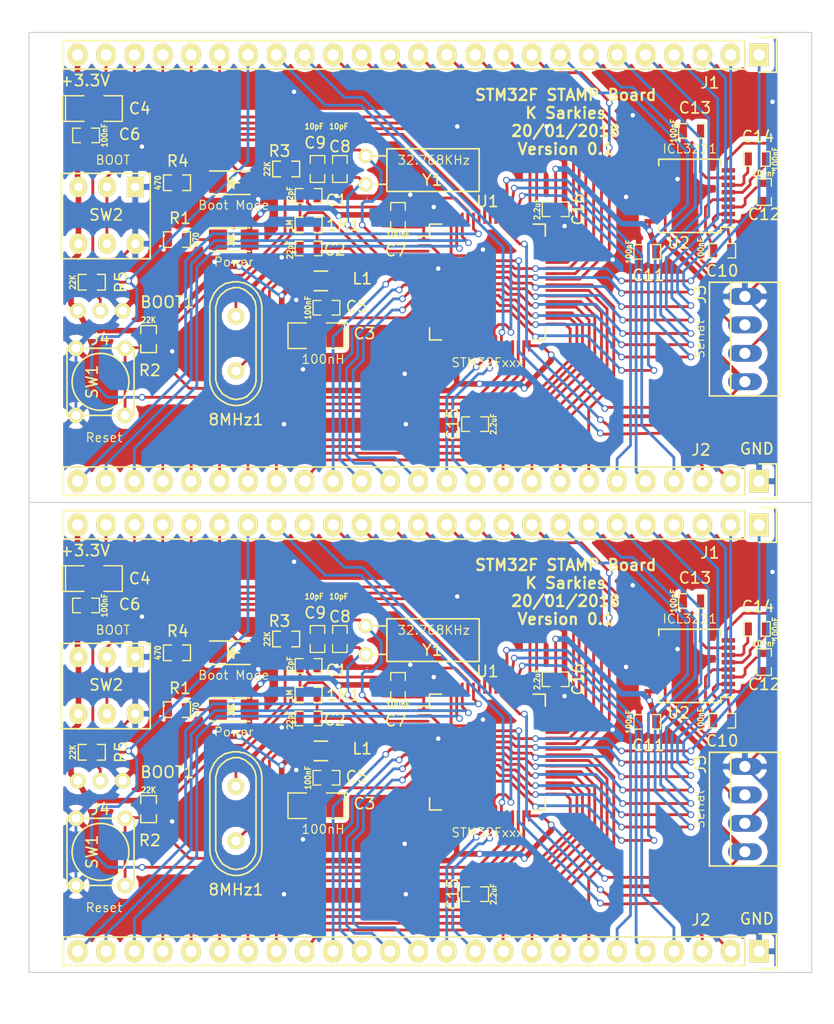
<source format=kicad_pcb>
(kicad_pcb (version 4) (host pcbnew 4.0.7-e2-6376~58~ubuntu14.04.1)
  (layers (0 F.Cu signal) (31 B.Cu signal) (34 B.Paste user hide) (35 F.Paste user hide) (36 B.SilkS user) (37 F.SilkS user) (38 B.Mask user) (39 F.Mask user) (44 Edge.Cuts user))
  (net 0 "")
  (net 1 "Net-(1M1-Pad1)")
  (net 2 "Net-(1M1-Pad2)")
  (net 3 Earth)
  (net 4 "Net-(C3-Pad1)")
  (net 5 3.3V)
  (net 6 "Net-(C8-Pad1)")
  (net 7 "Net-(C9-Pad1)")
  (net 8 "Net-(C10-Pad1)")
  (net 9 "Net-(C10-Pad2)")
  (net 10 "Net-(C12-Pad1)")
  (net 11 "Net-(C13-Pad2)")
  (net 12 "Net-(C14-Pad1)")
  (net 13 "Net-(C14-Pad2)")
  (net 14 "Net-(D1-Pad1)")
  (net 15 "Net-(D2-Pad2)")
  (net 16 "Net-(D2-Pad1)")
  (net 17 PA0)
  (net 18 PA1)
  (net 19 PA2)
  (net 20 PA3)
  (net 21 PA4)
  (net 22 PA5)
  (net 23 PA6)
  (net 24 PA7)
  (net 25 PA8)
  (net 26 PA9)
  (net 27 PA10)
  (net 28 PA11)
  (net 29 PA12)
  (net 30 PA13)
  (net 31 PA14)
  (net 32 PA15)
  (net 33 PB0)
  (net 34 PB1)
  (net 35 PB2)
  (net 36 PB3)
  (net 37 PB4)
  (net 38 PB5)
  (net 39 PB6)
  (net 40 RESET)
  (net 41 PD2)
  (net 42 PC13)
  (net 43 PC12)
  (net 44 PC11)
  (net 45 PC10)
  (net 46 PC9)
  (net 47 PC8)
  (net 48 PC7)
  (net 49 PC6)
  (net 50 PC5)
  (net 51 PC4)
  (net 52 PC3)
  (net 53 PC2)
  (net 54 PC1)
  (net 55 PC0)
  (net 56 PB15)
  (net 57 PB14)
  (net 58 PB13)
  (net 59 PB12)
  (net 60 PB11)
  (net 61 PB10)
  (net 62 PB9)
  (net 63 PB8)
  (net 64 PB7)
  (net 65 "Net-(J3-Pad2)")
  (net 66 Boot0)
  (net 67 "Net-(U2-Pad10)")
  (net 68 "Net-(J3-Pad3)")
  (net 69 "Net-(J4-Pad2)")
  (net 70 "Net-(C15-Pad1)")
  (net 71 "Net-(C16-Pad1)")
  (module stamp-stm32f:SSOP-16 (layer F.Cu) (at 171.6 46.8 180)
    (fp_text reference U2 (at 1 -4.2 180) (layer F.SilkS))
    (fp_text value ICL3221 (at 0 4.2 180) (layer F.SilkS) (effects (font (size 0.8 0.8) (thickness 0.1))))
    (pad 1 smd rect (at -3.45 -2.275 180) (size 1.2 0.4) (layers F.Cu F.Paste F.Mask) (net 3 Earth))
    (pad 2 smd rect (at -3.45 -1.625 180) (size 1.2 0.4) (layers F.Cu F.Paste F.Mask) (net 8 "Net-(C10-Pad1)"))
    (pad 3 smd rect (at -3.45 -0.975 180) (size 1.2 0.4) (layers F.Cu F.Paste F.Mask) (net 10 "Net-(C12-Pad1)"))
    (pad 4 smd rect (at -3.45 -0.325 180) (size 1.2 0.4) (layers F.Cu F.Paste F.Mask) (net 9 "Net-(C10-Pad2)"))
    (pad 5 smd rect (at -3.45 0.325 180) (size 1.2 0.4) (layers F.Cu F.Paste F.Mask) (net 12 "Net-(C14-Pad1)"))
    (pad 6 smd rect (at -3.45 0.975 180) (size 1.2 0.4) (layers F.Cu F.Paste F.Mask) (net 13 "Net-(C14-Pad2)"))
    (pad 7 smd rect (at -3.45 1.625 180) (size 1.2 0.4) (layers F.Cu F.Paste F.Mask) (net 11 "Net-(C13-Pad2)"))
    (pad 8 smd rect (at -3.45 2.275 180) (size 1.2 0.4) (layers F.Cu F.Paste F.Mask) (net 65 "Net-(J3-Pad2)"))
    (pad 9 smd rect (at 3.45 2.275 180) (size 1.2 0.4) (layers F.Cu F.Paste F.Mask) (net 27 PA10))
    (pad 10 smd rect (at 3.45 1.625 180) (size 1.2 0.4) (layers F.Cu F.Paste F.Mask) (net 67 "Net-(U2-Pad10)"))
    (pad 11 smd rect (at 3.45 0.975 180) (size 1.2 0.4) (layers F.Cu F.Paste F.Mask) (net 26 PA9))
    (pad 12 smd rect (at 3.45 0.325 180) (size 1.2 0.4) (layers F.Cu F.Paste F.Mask) (net 3 Earth))
    (pad 13 smd rect (at 3.45 -0.325 180) (size 1.2 0.4) (layers F.Cu F.Paste F.Mask) (net 68 "Net-(J3-Pad3)"))
    (pad 14 smd rect (at 3.45 -0.975 180) (size 1.2 0.4) (layers F.Cu F.Paste F.Mask) (net 3 Earth))
    (pad 15 smd rect (at 3.45 -1.625 180) (size 1.2 0.4) (layers F.Cu F.Paste F.Mask) (net 5 3.3V))
    (pad 16 smd rect (at 3.45 -2.275 180) (size 1.2 0.4) (layers F.Cu F.Paste F.Mask) (net 5 3.3V))
  )
  (module stamp-stm32f:SM0603_Capa (layer F.Cu) (at 159.6 48)
    (fp_text reference C16 (at 2 0 90) (layer F.SilkS))
    (fp_text value 2.2uF (at -1.651 0 90) (layer F.SilkS) (effects (font (size 0.508 0.4572) (thickness 0.1143))))
    (pad 1 smd rect (at -0.762 0) (size 0.635 1.143) (layers F.Cu F.Paste F.Mask) (net 71 "Net-(C16-Pad1)"))
    (pad 2 smd rect (at 0.762 0) (size 0.635 1.143) (layers F.Cu F.Paste F.Mask) (net 3 Earth))
  )
  (module stamp-stm32f:SM0603_Capa (layer F.Cu) (at 152.4 67.2 180)
    (fp_text reference C15 (at 2 0 270) (layer F.SilkS))
    (fp_text value 2.2uF (at -1.651 0 270) (layer F.SilkS) (effects (font (size 0.508 0.4572) (thickness 0.1143))))
    (pad 1 smd rect (at -0.762 0 180) (size 0.635 1.143) (layers F.Cu F.Paste F.Mask) (net 70 "Net-(C15-Pad1)"))
    (pad 2 smd rect (at 0.762 0 180) (size 0.635 1.143) (layers F.Cu F.Paste F.Mask) (net 3 Earth))
  )
  (module stamp-stm32f:SW_PB_DPDT (layer F.Cu) (at 122 46 180)
    (fp_text reference SW2 (at 2.6 -2.5 180) (layer F.SilkS))
    (fp_text value BOOT (at 2 2.4 180) (layer F.SilkS) (effects (font (size 0.8 0.8) (thickness 0.1))))
    (pad 1 thru_hole rect (at 0 0 180) (size 1.524 1.824) (drill 0.762) (layers *.Cu *.Mask F.SilkS) (net 3 Earth))
    (pad 4 thru_hole oval (at 0 -5.08 180) (size 1.524 1.824) (drill 0.762) (layers *.Cu *.Mask F.SilkS) (net 3 Earth))
    (pad 2 thru_hole oval (at 2.54 0 180) (size 1.524 1.824) (drill 0.762) (layers *.Cu *.Mask F.SilkS) (net 15 "Net-(D2-Pad2)"))
    (pad 5 thru_hole oval (at 2.54 -5.08 180) (size 1.524 1.824) (drill 0.762) (layers *.Cu *.Mask F.SilkS) (net 15 "Net-(D2-Pad2)"))
    (pad 3 thru_hole oval (at 5.08 0 180) (size 1.524 1.824) (drill 0.762) (layers *.Cu *.Mask F.SilkS) (net 5 3.3V))
    (pad 6 thru_hole oval (at 5.08 -5.08 180) (size 1.524 1.824) (drill 0.762) (layers *.Cu *.Mask F.SilkS) (net 5 3.3V))
  )
  (module stamp-stm32f:SM0603_Resistor (layer F.Cu) (at 118.11 54.52)
    (fp_text reference R5 (at 2.59 -0.02 90) (layer F.SilkS))
    (fp_text value 22K (at -1.69926 0 90) (layer F.SilkS) (effects (font (size 0.508 0.4572) (thickness 0.1143))))
    (pad 1 smd rect (at -0.762 0) (size 0.635 1.143) (layers F.Cu F.Paste F.Mask) (net 69 "Net-(J4-Pad2)"))
    (pad 2 smd rect (at 0.762 0) (size 0.635 1.143) (layers F.Cu F.Paste F.Mask) (net 35 PB2))
  )
  (module stamp-stm32f:pin_header_2mm_1x3 (layer F.Cu) (at 118.87 57.06)
    (fp_text reference J4 (at 0 2.54) (layer F.SilkS))
    (fp_text value BOOT1 (at 5.99 -0.76) (layer F.SilkS))
    (pad 3 thru_hole circle (at 2 0) (size 1.4 1.4) (drill 0.8) (layers *.Cu *.Mask F.SilkS) (net 3 Earth))
    (pad 2 thru_hole circle (at 0 0) (size 1.4 1.4) (drill 0.8) (layers *.Cu *.Mask F.SilkS) (net 69 "Net-(J4-Pad2)"))
    (pad 1 thru_hole circle (at -2 0) (size 1.4 1.4) (drill 0.8) (layers *.Cu *.Mask F.SilkS) (net 5 3.3V))
  )
  (module stamp-stm32f:PINHEAD1-4 (layer F.Cu) (at 176.53 59.6 90)
    (fp_text reference J3 (at 4 -4 90) (layer F.SilkS))
    (fp_text value Serial (at 0 -4.03 90) (layer F.SilkS) (effects (font (size 0.8 0.8) (thickness 0.1))))
    (pad 4 thru_hole oval (at 3.81 0 90) (size 1.50622 3.01498) (drill 1) (layers *.Cu *.Mask) (net 3 Earth))
    (pad 1 thru_hole oval (at -3.81 0 90) (size 1.50622 3.01498) (drill 1) (layers *.Cu *.Mask) (net 5 3.3V))
    (pad 2 thru_hole oval (at -1.27 0 90) (size 1.50622 3.01498) (drill 1) (layers *.Cu *.Mask) (net 65 "Net-(J3-Pad2)"))
    (pad 3 thru_hole oval (at 1.27 0 90) (size 1.50622 3.01498) (drill 1) (layers *.Cu *.Mask) (net 68 "Net-(J3-Pad3)"))
  )
  (module stamp-stm32f:Crystal_Watch (layer F.Cu) (at 142.6 44.5 90)
    (fp_text reference Y1 (at -0.889 5.969 180) (layer F.SilkS))
    (fp_text value 32.768KHz (at 0.889 6.096 180) (layer F.SilkS) (effects (font (size 0.8 0.8) (thickness 0.1))))
    (pad 1 thru_hole circle (at -1.27 0 90) (size 1.27 1.27) (drill 0.8128) (layers *.Cu *.Mask F.SilkS) (net 6 "Net-(C8-Pad1)"))
    (pad 2 thru_hole circle (at 1.27 0 90) (size 1.27 1.27) (drill 0.8128) (layers *.Cu *.Mask F.SilkS) (net 7 "Net-(C9-Pad1)"))
  )
  (module stamp-stm32f:LQFP-64_10x10mm_Pitch0.5mm (layer F.Cu) (at 153.5 54.5)
    (fp_text reference U1 (at 0 -7.2) (layer F.SilkS))
    (fp_text value STM32Fxxx (at 0 7.2) (layer F.SilkS) (effects (font (size 0.8 0.8) (thickness 0.1))))
    (pad 1 smd rect (at -5.7 -3.75) (size 1 0.25) (layers F.Cu F.Paste F.Mask) (net 5 3.3V))
    (pad 2 smd rect (at -5.7 -3.25) (size 1 0.25) (layers F.Cu F.Paste F.Mask) (net 42 PC13))
    (pad 3 smd rect (at -5.7 -2.75) (size 1 0.25) (layers F.Cu F.Paste F.Mask) (net 7 "Net-(C9-Pad1)"))
    (pad 4 smd rect (at -5.7 -2.25) (size 1 0.25) (layers F.Cu F.Paste F.Mask) (net 6 "Net-(C8-Pad1)"))
    (pad 5 smd rect (at -5.7 -1.75) (size 1 0.25) (layers F.Cu F.Paste F.Mask) (net 1 "Net-(1M1-Pad1)"))
    (pad 6 smd rect (at -5.7 -1.25) (size 1 0.25) (layers F.Cu F.Paste F.Mask) (net 2 "Net-(1M1-Pad2)"))
    (pad 7 smd rect (at -5.7 -0.75) (size 1 0.25) (layers F.Cu F.Paste F.Mask) (net 40 RESET))
    (pad 8 smd rect (at -5.7 -0.25) (size 1 0.25) (layers F.Cu F.Paste F.Mask) (net 55 PC0))
    (pad 9 smd rect (at -5.7 0.25) (size 1 0.25) (layers F.Cu F.Paste F.Mask) (net 54 PC1))
    (pad 10 smd rect (at -5.7 0.75) (size 1 0.25) (layers F.Cu F.Paste F.Mask) (net 53 PC2))
    (pad 11 smd rect (at -5.7 1.25) (size 1 0.25) (layers F.Cu F.Paste F.Mask) (net 52 PC3))
    (pad 12 smd rect (at -5.7 1.75) (size 1 0.25) (layers F.Cu F.Paste F.Mask) (net 3 Earth))
    (pad 13 smd rect (at -5.7 2.25) (size 1 0.25) (layers F.Cu F.Paste F.Mask) (net 4 "Net-(C3-Pad1)"))
    (pad 14 smd rect (at -5.7 2.75) (size 1 0.25) (layers F.Cu F.Paste F.Mask) (net 17 PA0))
    (pad 15 smd rect (at -5.7 3.25) (size 1 0.25) (layers F.Cu F.Paste F.Mask) (net 18 PA1))
    (pad 16 smd rect (at -5.7 3.75) (size 1 0.25) (layers F.Cu F.Paste F.Mask) (net 19 PA2))
    (pad 17 smd rect (at -3.75 5.7 90) (size 1 0.25) (layers F.Cu F.Paste F.Mask) (net 20 PA3))
    (pad 18 smd rect (at -3.25 5.7 90) (size 1 0.25) (layers F.Cu F.Paste F.Mask) (net 3 Earth))
    (pad 19 smd rect (at -2.75 5.7 90) (size 1 0.25) (layers F.Cu F.Paste F.Mask) (net 5 3.3V))
    (pad 20 smd rect (at -2.25 5.7 90) (size 1 0.25) (layers F.Cu F.Paste F.Mask) (net 21 PA4))
    (pad 21 smd rect (at -1.75 5.7 90) (size 1 0.25) (layers F.Cu F.Paste F.Mask) (net 22 PA5))
    (pad 22 smd rect (at -1.25 5.7 90) (size 1 0.25) (layers F.Cu F.Paste F.Mask) (net 23 PA6))
    (pad 23 smd rect (at -0.75 5.7 90) (size 1 0.25) (layers F.Cu F.Paste F.Mask) (net 24 PA7))
    (pad 24 smd rect (at -0.25 5.7 90) (size 1 0.25) (layers F.Cu F.Paste F.Mask) (net 51 PC4))
    (pad 25 smd rect (at 0.25 5.7 90) (size 1 0.25) (layers F.Cu F.Paste F.Mask) (net 50 PC5))
    (pad 26 smd rect (at 0.75 5.7 90) (size 1 0.25) (layers F.Cu F.Paste F.Mask) (net 33 PB0))
    (pad 27 smd rect (at 1.25 5.7 90) (size 1 0.25) (layers F.Cu F.Paste F.Mask) (net 34 PB1))
    (pad 28 smd rect (at 1.75 5.7 90) (size 1 0.25) (layers F.Cu F.Paste F.Mask) (net 35 PB2))
    (pad 29 smd rect (at 2.25 5.7 90) (size 1 0.25) (layers F.Cu F.Paste F.Mask) (net 61 PB10))
    (pad 30 smd rect (at 2.75 5.7 90) (size 1 0.25) (layers F.Cu F.Paste F.Mask) (net 60 PB11))
    (pad 31 smd rect (at 3.25 5.7 90) (size 1 0.25) (layers F.Cu F.Paste F.Mask) (net 70 "Net-(C15-Pad1)"))
    (pad 32 smd rect (at 3.75 5.7 90) (size 1 0.25) (layers F.Cu F.Paste F.Mask) (net 5 3.3V))
    (pad 33 smd rect (at 5.7 3.75) (size 1 0.25) (layers F.Cu F.Paste F.Mask) (net 59 PB12))
    (pad 34 smd rect (at 5.7 3.25) (size 1 0.25) (layers F.Cu F.Paste F.Mask) (net 58 PB13))
    (pad 35 smd rect (at 5.7 2.75) (size 1 0.25) (layers F.Cu F.Paste F.Mask) (net 57 PB14))
    (pad 36 smd rect (at 5.7 2.25) (size 1 0.25) (layers F.Cu F.Paste F.Mask) (net 56 PB15))
    (pad 37 smd rect (at 5.7 1.75) (size 1 0.25) (layers F.Cu F.Paste F.Mask) (net 49 PC6))
    (pad 38 smd rect (at 5.7 1.25) (size 1 0.25) (layers F.Cu F.Paste F.Mask) (net 48 PC7))
    (pad 39 smd rect (at 5.7 0.75) (size 1 0.25) (layers F.Cu F.Paste F.Mask) (net 47 PC8))
    (pad 40 smd rect (at 5.7 0.25) (size 1 0.25) (layers F.Cu F.Paste F.Mask) (net 46 PC9))
    (pad 41 smd rect (at 5.7 -0.25) (size 1 0.25) (layers F.Cu F.Paste F.Mask) (net 25 PA8))
    (pad 42 smd rect (at 5.7 -0.75) (size 1 0.25) (layers F.Cu F.Paste F.Mask) (net 26 PA9))
    (pad 43 smd rect (at 5.7 -1.25) (size 1 0.25) (layers F.Cu F.Paste F.Mask) (net 27 PA10))
    (pad 44 smd rect (at 5.7 -1.75) (size 1 0.25) (layers F.Cu F.Paste F.Mask) (net 28 PA11))
    (pad 45 smd rect (at 5.7 -2.25) (size 1 0.25) (layers F.Cu F.Paste F.Mask) (net 29 PA12))
    (pad 46 smd rect (at 5.7 -2.75) (size 1 0.25) (layers F.Cu F.Paste F.Mask) (net 30 PA13))
    (pad 47 smd rect (at 5.7 -3.25) (size 1 0.25) (layers F.Cu F.Paste F.Mask) (net 71 "Net-(C16-Pad1)"))
    (pad 48 smd rect (at 5.7 -3.75) (size 1 0.25) (layers F.Cu F.Paste F.Mask) (net 5 3.3V))
    (pad 49 smd rect (at 3.75 -5.7 90) (size 1 0.25) (layers F.Cu F.Paste F.Mask) (net 31 PA14))
    (pad 50 smd rect (at 3.25 -5.7 90) (size 1 0.25) (layers F.Cu F.Paste F.Mask) (net 32 PA15))
    (pad 51 smd rect (at 2.75 -5.7 90) (size 1 0.25) (layers F.Cu F.Paste F.Mask) (net 45 PC10))
    (pad 52 smd rect (at 2.25 -5.7 90) (size 1 0.25) (layers F.Cu F.Paste F.Mask) (net 44 PC11))
    (pad 53 smd rect (at 1.75 -5.7 90) (size 1 0.25) (layers F.Cu F.Paste F.Mask) (net 43 PC12))
    (pad 54 smd rect (at 1.25 -5.7 90) (size 1 0.25) (layers F.Cu F.Paste F.Mask) (net 41 PD2))
    (pad 55 smd rect (at 0.75 -5.7 90) (size 1 0.25) (layers F.Cu F.Paste F.Mask) (net 36 PB3))
    (pad 56 smd rect (at 0.25 -5.7 90) (size 1 0.25) (layers F.Cu F.Paste F.Mask) (net 37 PB4))
    (pad 57 smd rect (at -0.25 -5.7 90) (size 1 0.25) (layers F.Cu F.Paste F.Mask) (net 38 PB5))
    (pad 58 smd rect (at -0.75 -5.7 90) (size 1 0.25) (layers F.Cu F.Paste F.Mask) (net 39 PB6))
    (pad 59 smd rect (at -1.25 -5.7 90) (size 1 0.25) (layers F.Cu F.Paste F.Mask) (net 64 PB7))
    (pad 60 smd rect (at -1.75 -5.7 90) (size 1 0.25) (layers F.Cu F.Paste F.Mask) (net 66 Boot0))
    (pad 61 smd rect (at -2.25 -5.7 90) (size 1 0.25) (layers F.Cu F.Paste F.Mask) (net 63 PB8))
    (pad 62 smd rect (at -2.75 -5.7 90) (size 1 0.25) (layers F.Cu F.Paste F.Mask) (net 62 PB9))
    (pad 63 smd rect (at -3.25 -5.7 90) (size 1 0.25) (layers F.Cu F.Paste F.Mask) (net 3 Earth))
    (pad 64 smd rect (at -3.75 -5.7 90) (size 1 0.25) (layers F.Cu F.Paste F.Mask) (net 5 3.3V))
  )
  (module stamp-stm32f:SW_PUSH_TINY (layer F.Cu) (at 118.89 63.42 90)
    (fp_text reference SW1 (at 0 -0.762 90) (layer F.SilkS))
    (fp_text value Reset (at -4.98 0.31 180) (layer F.SilkS) (effects (font (size 0.8 0.8) (thickness 0.1))))
    (pad 1 thru_hole circle (at 3 -2.2 90) (size 1.397 1.397) (drill 0.8) (layers *.Cu *.Mask F.SilkS) (net 3 Earth))
    (pad 2 thru_hole circle (at 3 2.2 90) (size 1.397 1.397) (drill 0.8) (layers *.Cu *.Mask F.SilkS) (net 40 RESET))
    (pad 1 thru_hole circle (at -3 -2.2 90) (size 1.397 1.397) (drill 0.8) (layers *.Cu *.Mask F.SilkS) (net 3 Earth))
    (pad 2 thru_hole circle (at -3 2.2 90) (size 1.397 1.397) (drill 0.8) (layers *.Cu *.Mask F.SilkS) (net 40 RESET))
  )
  (module stamp-stm32f:SM0603_Resistor (layer F.Cu) (at 125.73 45.63)
    (fp_text reference R4 (at 0.07 -1.93 180) (layer F.SilkS))
    (fp_text value 470 (at -1.69926 0 90) (layer F.SilkS) (effects (font (size 0.508 0.4572) (thickness 0.1143))))
    (pad 1 smd rect (at -0.762 0) (size 0.635 1.143) (layers F.Cu F.Paste F.Mask) (net 3 Earth))
    (pad 2 smd rect (at 0.762 0) (size 0.635 1.143) (layers F.Cu F.Paste F.Mask) (net 16 "Net-(D2-Pad1)"))
  )
  (module stamp-stm32f:SM0603_Resistor (layer F.Cu) (at 135.5 44.4)
    (fp_text reference R3 (at -0.6 -1.6 180) (layer F.SilkS))
    (fp_text value 22K (at -1.69926 0 90) (layer F.SilkS) (effects (font (size 0.508 0.4572) (thickness 0.1143))))
    (pad 1 smd rect (at -0.762 0) (size 0.635 1.143) (layers F.Cu F.Paste F.Mask) (net 15 "Net-(D2-Pad2)"))
    (pad 2 smd rect (at 0.762 0) (size 0.635 1.143) (layers F.Cu F.Paste F.Mask) (net 66 Boot0))
  )
  (module stamp-stm32f:SM0603_Resistor (layer F.Cu) (at 123.19 59.6 270)
    (fp_text reference R2 (at 2.8 -0.11 360) (layer F.SilkS))
    (fp_text value 22K (at -1.69926 0 360) (layer F.SilkS) (effects (font (size 0.508 0.4572) (thickness 0.1143))))
    (pad 1 smd rect (at -0.762 0 270) (size 0.635 1.143) (layers F.Cu F.Paste F.Mask) (net 5 3.3V))
    (pad 2 smd rect (at 0.762 0 270) (size 0.635 1.143) (layers F.Cu F.Paste F.Mask) (net 40 RESET))
  )
  (module stamp-stm32f:SM0603_Resistor (layer F.Cu) (at 125.73 50.71 180)
    (fp_text reference R1 (at -0.27 1.91 360) (layer F.SilkS))
    (fp_text value 470 (at -1.69926 0 270) (layer F.SilkS) (effects (font (size 0.508 0.4572) (thickness 0.1143))))
    (pad 1 smd rect (at -0.762 0 180) (size 0.635 1.143) (layers F.Cu F.Paste F.Mask) (net 14 "Net-(D1-Pad1)"))
    (pad 2 smd rect (at 0.762 0 180) (size 0.635 1.143) (layers F.Cu F.Paste F.Mask) (net 3 Earth))
  )
  (module stamp-stm32f:R_0805 (layer F.Cu) (at 138.6 54.4)
    (fp_text reference L1 (at 3.7 -0.2) (layer F.SilkS))
    (fp_text value 100nH (at 0.2 7) (layer F.SilkS) (effects (font (size 0.8 0.8) (thickness 0.1))))
    (pad 1 smd rect (at -1.35 0) (size 1.5 1.3) (layers F.Cu F.Paste F.Mask) (net 5 3.3V))
    (pad 2 smd rect (at 1.35 0) (size 1.5 1.3) (layers F.Cu F.Paste F.Mask) (net 4 "Net-(C3-Pad1)"))
  )
  (module stamp-stm32f:Pin_Header_Straight_1x25 (layer F.Cu) (at 177.8 72.3 270)
    (fp_text reference J2 (at -2.8 5.2 360) (layer F.SilkS))
    (fp_text value GND (at -2.9 0.2 360) (layer F.SilkS))
    (pad 1 thru_hole rect (at 0 0 270) (size 2.032 1.7272) (drill 1.016) (layers *.Cu *.Mask F.SilkS) (net 3 Earth))
    (pad 2 thru_hole oval (at 0 2.54 270) (size 2.032 1.7272) (drill 1.016) (layers *.Cu *.Mask F.SilkS) (net 41 PD2))
    (pad 3 thru_hole oval (at 0 5.08 270) (size 2.032 1.7272) (drill 1.016) (layers *.Cu *.Mask F.SilkS) (net 42 PC13))
    (pad 4 thru_hole oval (at 0 7.62 270) (size 2.032 1.7272) (drill 1.016) (layers *.Cu *.Mask F.SilkS) (net 43 PC12))
    (pad 5 thru_hole oval (at 0 10.16 270) (size 2.032 1.7272) (drill 1.016) (layers *.Cu *.Mask F.SilkS) (net 44 PC11))
    (pad 6 thru_hole oval (at 0 12.7 270) (size 2.032 1.7272) (drill 1.016) (layers *.Cu *.Mask F.SilkS) (net 45 PC10))
    (pad 7 thru_hole oval (at 0 15.24 270) (size 2.032 1.7272) (drill 1.016) (layers *.Cu *.Mask F.SilkS) (net 46 PC9))
    (pad 8 thru_hole oval (at 0 17.78 270) (size 2.032 1.7272) (drill 1.016) (layers *.Cu *.Mask F.SilkS) (net 47 PC8))
    (pad 9 thru_hole oval (at 0 20.32 270) (size 2.032 1.7272) (drill 1.016) (layers *.Cu *.Mask F.SilkS) (net 48 PC7))
    (pad 10 thru_hole oval (at 0 22.86 270) (size 2.032 1.7272) (drill 1.016) (layers *.Cu *.Mask F.SilkS) (net 49 PC6))
    (pad 11 thru_hole oval (at 0 25.4 270) (size 2.032 1.7272) (drill 1.016) (layers *.Cu *.Mask F.SilkS) (net 50 PC5))
    (pad 12 thru_hole oval (at 0 27.94 270) (size 2.032 1.7272) (drill 1.016) (layers *.Cu *.Mask F.SilkS) (net 51 PC4))
    (pad 13 thru_hole oval (at 0 30.48 270) (size 2.032 1.7272) (drill 1.016) (layers *.Cu *.Mask F.SilkS) (net 52 PC3))
    (pad 14 thru_hole oval (at 0 33.02 270) (size 2.032 1.7272) (drill 1.016) (layers *.Cu *.Mask F.SilkS) (net 53 PC2))
    (pad 15 thru_hole oval (at 0 35.56 270) (size 2.032 1.7272) (drill 1.016) (layers *.Cu *.Mask F.SilkS) (net 54 PC1))
    (pad 16 thru_hole oval (at 0 38.1 270) (size 2.032 1.7272) (drill 1.016) (layers *.Cu *.Mask F.SilkS) (net 55 PC0))
    (pad 17 thru_hole oval (at 0 40.64 270) (size 2.032 1.7272) (drill 1.016) (layers *.Cu *.Mask F.SilkS) (net 56 PB15))
    (pad 18 thru_hole oval (at 0 43.18 270) (size 2.032 1.7272) (drill 1.016) (layers *.Cu *.Mask F.SilkS) (net 57 PB14))
    (pad 19 thru_hole oval (at 0 45.72 270) (size 2.032 1.7272) (drill 1.016) (layers *.Cu *.Mask F.SilkS) (net 58 PB13))
    (pad 20 thru_hole oval (at 0 48.26 270) (size 2.032 1.7272) (drill 1.016) (layers *.Cu *.Mask F.SilkS) (net 59 PB12))
    (pad 21 thru_hole oval (at 0 50.8 270) (size 2.032 1.7272) (drill 1.016) (layers *.Cu *.Mask F.SilkS) (net 60 PB11))
    (pad 22 thru_hole oval (at 0 53.34 270) (size 2.032 1.7272) (drill 1.016) (layers *.Cu *.Mask F.SilkS) (net 61 PB10))
    (pad 23 thru_hole oval (at 0 55.88 270) (size 2.032 1.7272) (drill 1.016) (layers *.Cu *.Mask F.SilkS) (net 62 PB9))
    (pad 24 thru_hole oval (at 0 58.42 270) (size 2.032 1.7272) (drill 1.016) (layers *.Cu *.Mask F.SilkS) (net 63 PB8))
    (pad 25 thru_hole oval (at 0 60.96 270) (size 2.032 1.7272) (drill 1.016) (layers *.Cu *.Mask F.SilkS) (net 64 PB7))
  )
  (module stamp-stm32f:Pin_Header_Straight_1x25 (layer F.Cu) (at 177.8 34.2 270)
    (fp_text reference J1 (at 2.5 4.4 360) (layer F.SilkS))
    (fp_text value +3.3V (at 2.3 60.3 360) (layer F.SilkS))
    (pad 1 thru_hole rect (at 0 0 270) (size 2.032 1.7272) (drill 1.016) (layers *.Cu *.Mask F.SilkS) (net 17 PA0))
    (pad 2 thru_hole oval (at 0 2.54 270) (size 2.032 1.7272) (drill 1.016) (layers *.Cu *.Mask F.SilkS) (net 18 PA1))
    (pad 3 thru_hole oval (at 0 5.08 270) (size 2.032 1.7272) (drill 1.016) (layers *.Cu *.Mask F.SilkS) (net 19 PA2))
    (pad 4 thru_hole oval (at 0 7.62 270) (size 2.032 1.7272) (drill 1.016) (layers *.Cu *.Mask F.SilkS) (net 20 PA3))
    (pad 5 thru_hole oval (at 0 10.16 270) (size 2.032 1.7272) (drill 1.016) (layers *.Cu *.Mask F.SilkS) (net 21 PA4))
    (pad 6 thru_hole oval (at 0 12.7 270) (size 2.032 1.7272) (drill 1.016) (layers *.Cu *.Mask F.SilkS) (net 22 PA5))
    (pad 7 thru_hole oval (at 0 15.24 270) (size 2.032 1.7272) (drill 1.016) (layers *.Cu *.Mask F.SilkS) (net 23 PA6))
    (pad 8 thru_hole oval (at 0 17.78 270) (size 2.032 1.7272) (drill 1.016) (layers *.Cu *.Mask F.SilkS) (net 24 PA7))
    (pad 9 thru_hole oval (at 0 20.32 270) (size 2.032 1.7272) (drill 1.016) (layers *.Cu *.Mask F.SilkS) (net 25 PA8))
    (pad 10 thru_hole oval (at 0 22.86 270) (size 2.032 1.7272) (drill 1.016) (layers *.Cu *.Mask F.SilkS) (net 26 PA9))
    (pad 11 thru_hole oval (at 0 25.4 270) (size 2.032 1.7272) (drill 1.016) (layers *.Cu *.Mask F.SilkS) (net 27 PA10))
    (pad 12 thru_hole oval (at 0 27.94 270) (size 2.032 1.7272) (drill 1.016) (layers *.Cu *.Mask F.SilkS) (net 28 PA11))
    (pad 13 thru_hole oval (at 0 30.48 270) (size 2.032 1.7272) (drill 1.016) (layers *.Cu *.Mask F.SilkS) (net 29 PA12))
    (pad 14 thru_hole oval (at 0 33.02 270) (size 2.032 1.7272) (drill 1.016) (layers *.Cu *.Mask F.SilkS) (net 30 PA13))
    (pad 15 thru_hole oval (at 0 35.56 270) (size 2.032 1.7272) (drill 1.016) (layers *.Cu *.Mask F.SilkS) (net 31 PA14))
    (pad 16 thru_hole oval (at 0 38.1 270) (size 2.032 1.7272) (drill 1.016) (layers *.Cu *.Mask F.SilkS) (net 32 PA15))
    (pad 17 thru_hole oval (at 0 40.64 270) (size 2.032 1.7272) (drill 1.016) (layers *.Cu *.Mask F.SilkS) (net 33 PB0))
    (pad 18 thru_hole oval (at 0 43.18 270) (size 2.032 1.7272) (drill 1.016) (layers *.Cu *.Mask F.SilkS) (net 34 PB1))
    (pad 19 thru_hole oval (at 0 45.72 270) (size 2.032 1.7272) (drill 1.016) (layers *.Cu *.Mask F.SilkS) (net 35 PB2))
    (pad 20 thru_hole oval (at 0 48.26 270) (size 2.032 1.7272) (drill 1.016) (layers *.Cu *.Mask F.SilkS) (net 36 PB3))
    (pad 21 thru_hole oval (at 0 50.8 270) (size 2.032 1.7272) (drill 1.016) (layers *.Cu *.Mask F.SilkS) (net 37 PB4))
    (pad 22 thru_hole oval (at 0 53.34 270) (size 2.032 1.7272) (drill 1.016) (layers *.Cu *.Mask F.SilkS) (net 38 PB5))
    (pad 23 thru_hole oval (at 0 55.88 270) (size 2.032 1.7272) (drill 1.016) (layers *.Cu *.Mask F.SilkS) (net 39 PB6))
    (pad 24 thru_hole oval (at 0 58.42 270) (size 2.032 1.7272) (drill 1.016) (layers *.Cu *.Mask F.SilkS) (net 40 RESET))
    (pad 25 thru_hole oval (at 0 60.96 270) (size 2.032 1.7272) (drill 1.016) (layers *.Cu *.Mask F.SilkS) (net 5 3.3V))
  )
  (module stamp-stm32f:LED_1206 (layer F.Cu) (at 130.81 45.63)
    (fp_text reference D2)
    (fp_text value "Boot Mode" (at 0 2) (layer F.SilkS) (effects (font (size 0.8 0.8) (thickness 0.1))))
    (pad 2 smd rect (at 1.41986 0 180) (size 1.59766 1.80086) (layers F.Cu F.Paste F.Mask) (net 15 "Net-(D2-Pad2)"))
    (pad 1 smd rect (at -1.41986 0 180) (size 1.59766 1.80086) (layers F.Cu F.Paste F.Mask) (net 16 "Net-(D2-Pad1)"))
  )
  (module stamp-stm32f:LED_1206 (layer F.Cu) (at 130.81 50.71)
    (fp_text reference D1)
    (fp_text value Power (at 0 2) (layer F.SilkS) (effects (font (size 0.8 0.8) (thickness 0.1))))
    (pad 2 smd rect (at 1.41986 0 180) (size 1.59766 1.80086) (layers F.Cu F.Paste F.Mask) (net 5 3.3V))
    (pad 1 smd rect (at -1.41986 0 180) (size 1.59766 1.80086) (layers F.Cu F.Paste F.Mask) (net 14 "Net-(D1-Pad1)"))
  )
  (module stamp-stm32f:SM0603_Capa (layer F.Cu) (at 177.6 43.5 180)
    (fp_text reference C14 (at -0.1 2 360) (layer F.SilkS))
    (fp_text value 100nF (at -1.651 0 270) (layer F.SilkS) (effects (font (size 0.508 0.4572) (thickness 0.1143))))
    (pad 1 smd rect (at -0.762 0 180) (size 0.635 1.143) (layers F.Cu F.Paste F.Mask) (net 12 "Net-(C14-Pad1)"))
    (pad 2 smd rect (at 0.762 0 180) (size 0.635 1.143) (layers F.Cu F.Paste F.Mask) (net 13 "Net-(C14-Pad2)"))
  )
  (module stamp-stm32f:SM0603_Capa (layer F.Cu) (at 171.8 41)
    (fp_text reference C13 (at 0.26 -2.06 180) (layer F.SilkS))
    (fp_text value 100nF (at -1.651 0 90) (layer F.SilkS) (effects (font (size 0.508 0.4572) (thickness 0.1143))))
    (pad 1 smd rect (at -0.762 0) (size 0.635 1.143) (layers F.Cu F.Paste F.Mask) (net 3 Earth))
    (pad 2 smd rect (at 0.762 0) (size 0.635 1.143) (layers F.Cu F.Paste F.Mask) (net 11 "Net-(C13-Pad2)"))
  )
  (module stamp-stm32f:SM0603_Capa (layer F.Cu) (at 178.25 46.45 270)
    (fp_text reference C12 (at 2 0 360) (layer F.SilkS))
    (fp_text value 100nF (at -1.651 0 360) (layer F.SilkS) (effects (font (size 0.508 0.4572) (thickness 0.1143))))
    (pad 1 smd rect (at -0.762 0 270) (size 0.635 1.143) (layers F.Cu F.Paste F.Mask) (net 10 "Net-(C12-Pad1)"))
    (pad 2 smd rect (at 0.762 0 270) (size 0.635 1.143) (layers F.Cu F.Paste F.Mask) (net 3 Earth))
  )
  (module stamp-stm32f:SM0603_Capa (layer F.Cu) (at 167.8 51.8)
    (fp_text reference C11 (at 0.1 2.1 180) (layer F.SilkS))
    (fp_text value 100nF (at -1.651 0 90) (layer F.SilkS) (effects (font (size 0.508 0.4572) (thickness 0.1143))))
    (pad 1 smd rect (at -0.762 0) (size 0.635 1.143) (layers F.Cu F.Paste F.Mask) (net 3 Earth))
    (pad 2 smd rect (at 0.762 0) (size 0.635 1.143) (layers F.Cu F.Paste F.Mask) (net 5 3.3V))
  )
  (module stamp-stm32f:SM0603_Capa (layer F.Cu) (at 174.5 51.7 180)
    (fp_text reference C10 (at 0 -1.8 360) (layer F.SilkS))
    (fp_text value 100nF (at 1.91 0.09 270) (layer F.SilkS) (effects (font (size 0.508 0.4572) (thickness 0.1143))))
    (pad 1 smd rect (at -0.762 0 180) (size 0.635 1.143) (layers F.Cu F.Paste F.Mask) (net 8 "Net-(C10-Pad1)"))
    (pad 2 smd rect (at 0.762 0 180) (size 0.635 1.143) (layers F.Cu F.Paste F.Mask) (net 9 "Net-(C10-Pad2)"))
  )
  (module stamp-stm32f:SM0603_Capa (layer F.Cu) (at 138.3 44.4 270)
    (fp_text reference C9 (at -2.34 0.21 360) (layer F.SilkS))
    (fp_text value 10pF (at -3.8 0.3 360) (layer F.SilkS) (effects (font (size 0.508 0.4572) (thickness 0.1143))))
    (pad 1 smd rect (at -0.762 0 270) (size 0.635 1.143) (layers F.Cu F.Paste F.Mask) (net 7 "Net-(C9-Pad1)"))
    (pad 2 smd rect (at 0.762 0 270) (size 0.635 1.143) (layers F.Cu F.Paste F.Mask) (net 3 Earth))
  )
  (module stamp-stm32f:SM0603_Capa (layer F.Cu) (at 140.3 44.4 90)
    (fp_text reference C8 (at 2 0 180) (layer F.SilkS))
    (fp_text value 10pF (at 3.8 -0.1 180) (layer F.SilkS) (effects (font (size 0.508 0.4572) (thickness 0.1143))))
    (pad 1 smd rect (at -0.762 0 90) (size 0.635 1.143) (layers F.Cu F.Paste F.Mask) (net 6 "Net-(C8-Pad1)"))
    (pad 2 smd rect (at 0.762 0 90) (size 0.635 1.143) (layers F.Cu F.Paste F.Mask) (net 3 Earth))
  )
  (module stamp-stm32f:SM0603_Capa (layer F.Cu) (at 145.5 48.6 90)
    (fp_text reference C7 (at -3.1 -0.2 180) (layer F.SilkS))
    (fp_text value 100nF (at -1.651 0 180) (layer F.SilkS) (effects (font (size 0.508 0.4572) (thickness 0.1143))))
    (pad 1 smd rect (at -0.762 0 90) (size 0.635 1.143) (layers F.Cu F.Paste F.Mask) (net 5 3.3V))
    (pad 2 smd rect (at 0.762 0 90) (size 0.635 1.143) (layers F.Cu F.Paste F.Mask) (net 3 Earth))
  )
  (module stamp-stm32f:SM0603_Capa (layer F.Cu) (at 117.6 41.4 180)
    (fp_text reference C6 (at -3.9 0.1 360) (layer F.SilkS))
    (fp_text value 100nF (at -1.651 0 270) (layer F.SilkS) (effects (font (size 0.508 0.4572) (thickness 0.1143))))
    (pad 1 smd rect (at -0.762 0 180) (size 0.635 1.143) (layers F.Cu F.Paste F.Mask) (net 3 Earth))
    (pad 2 smd rect (at 0.762 0 180) (size 0.635 1.143) (layers F.Cu F.Paste F.Mask) (net 5 3.3V))
  )
  (module stamp-stm32f:SM0603_Capa (layer F.Cu) (at 139.1 56.8)
    (fp_text reference C5 (at 2.7 -0.1 180) (layer F.SilkS))
    (fp_text value 100nF (at -1.651 0 90) (layer F.SilkS) (effects (font (size 0.508 0.4572) (thickness 0.1143))))
    (pad 1 smd rect (at -0.762 0) (size 0.635 1.143) (layers F.Cu F.Paste F.Mask) (net 3 Earth))
    (pad 2 smd rect (at 0.762 0) (size 0.635 1.143) (layers F.Cu F.Paste F.Mask) (net 4 "Net-(C3-Pad1)"))
  )
  (module stamp-stm32f:SM1206POL (layer F.Cu) (at 118.3 39)
    (fp_text reference C4 (at 4.1 0 180) (layer F.SilkS))
    (fp_text value 10uF hide)
    (pad 1 smd rect (at -1.651 0) (size 1.524 2.032) (layers F.Cu F.Paste F.Mask) (net 5 3.3V))
    (pad 2 smd rect (at 1.651 0) (size 1.524 2.032) (layers F.Cu F.Paste F.Mask) (net 3 Earth))
  )
  (module stamp-stm32f:SM1206POL (layer F.Cu) (at 138.2 59.3 180)
    (fp_text reference C3 (at -4.3 0.2 360) (layer F.SilkS))
    (fp_text value 10uF hide)
    (pad 1 smd rect (at -1.651 0 180) (size 1.524 2.032) (layers F.Cu F.Paste F.Mask) (net 4 "Net-(C3-Pad1)"))
    (pad 2 smd rect (at 1.651 0 180) (size 1.524 2.032) (layers F.Cu F.Paste F.Mask) (net 3 Earth))
  )
  (module stamp-stm32f:SM0603_Capa (layer F.Cu) (at 137.5 51.5 180)
    (fp_text reference C2 (at -2.34 -0.13 360) (layer F.SilkS))
    (fp_text value 22pF (at 1.66 -0.13 270) (layer F.SilkS) (effects (font (size 0.508 0.4572) (thickness 0.1143))))
    (pad 1 smd rect (at -0.762 0 180) (size 0.635 1.143) (layers F.Cu F.Paste F.Mask) (net 2 "Net-(1M1-Pad2)"))
    (pad 2 smd rect (at 0.762 0 180) (size 0.635 1.143) (layers F.Cu F.Paste F.Mask) (net 3 Earth))
  )
  (module stamp-stm32f:SM0603_Capa (layer F.Cu) (at 137.5 46.8)
    (fp_text reference C1 (at 2.5 0.4 180) (layer F.SilkS))
    (fp_text value 22pF (at -1.651 0 90) (layer F.SilkS) (effects (font (size 0.508 0.4572) (thickness 0.1143))))
    (pad 1 smd rect (at -0.762 0) (size 0.635 1.143) (layers F.Cu F.Paste F.Mask) (net 1 "Net-(1M1-Pad1)"))
    (pad 2 smd rect (at 0.762 0) (size 0.635 1.143) (layers F.Cu F.Paste F.Mask) (net 3 Earth))
  )
  (module stamp-stm32f:Crystal_HC49-U_Vertical (layer F.Cu) (at 131 60 270)
    (fp_text reference 8MHz1 (at 6.8 0 360) (layer F.SilkS))
    (fp_text value 8MHz)
    (pad 1 thru_hole circle (at -2.44094 0 270) (size 1.50114 1.50114) (drill 0.8001) (layers *.Cu *.Mask F.SilkS) (net 1 "Net-(1M1-Pad1)"))
    (pad 2 thru_hole circle (at 2.44094 0 270) (size 1.50114 1.50114) (drill 0.8001) (layers *.Cu *.Mask F.SilkS) (net 2 "Net-(1M1-Pad2)"))
  )
  (module stamp-stm32f:SM0603_Resistor (layer F.Cu) (at 137.5 49.4)
    (fp_text reference 1M1 (at 3.1 0 180) (layer F.SilkS))
    (fp_text value 1M (at -1.69926 0 90) (layer F.SilkS) (effects (font (size 0.508 0.4572) (thickness 0.1143))))
    (pad 1 smd rect (at -0.762 0) (size 0.635 1.143) (layers F.Cu F.Paste F.Mask) (net 1 "Net-(1M1-Pad1)"))
    (pad 2 smd rect (at 0.762 0) (size 0.635 1.143) (layers F.Cu F.Paste F.Mask) (net 2 "Net-(1M1-Pad2)"))
  )
  (module stamp-stm32f:SM0603_Resistor (layer F.Cu) (at 137.5 91.4)
    (fp_text reference 1M1 (at 3.1 0 180) (layer F.SilkS))
    (fp_text value 1M (at -1.69926 0 90) (layer F.SilkS) (effects (font (size 0.508 0.4572) (thickness 0.1143))))
    (pad 1 smd rect (at -0.762 0) (size 0.635 1.143) (layers F.Cu F.Paste F.Mask) (net 1 "Net-(1M1-Pad1)"))
    (pad 2 smd rect (at 0.762 0) (size 0.635 1.143) (layers F.Cu F.Paste F.Mask) (net 2 "Net-(1M1-Pad2)"))
  )
  (module stamp-stm32f:Crystal_HC49-U_Vertical (layer F.Cu) (at 131 102 270)
    (fp_text reference 8MHz1 (at 6.8 0 360) (layer F.SilkS))
    (fp_text value 8MHz)
    (pad 1 thru_hole circle (at -2.44094 0 270) (size 1.50114 1.50114) (drill 0.8001) (layers *.Cu *.Mask F.SilkS) (net 1 "Net-(1M1-Pad1)"))
    (pad 2 thru_hole circle (at 2.44094 0 270) (size 1.50114 1.50114) (drill 0.8001) (layers *.Cu *.Mask F.SilkS) (net 2 "Net-(1M1-Pad2)"))
  )
  (module stamp-stm32f:SM0603_Capa (layer F.Cu) (at 137.5 88.8)
    (fp_text reference C1 (at 2.5 0.4 180) (layer F.SilkS))
    (fp_text value 22pF (at -1.651 0 90) (layer F.SilkS) (effects (font (size 0.508 0.4572) (thickness 0.1143))))
    (pad 1 smd rect (at -0.762 0) (size 0.635 1.143) (layers F.Cu F.Paste F.Mask) (net 1 "Net-(1M1-Pad1)"))
    (pad 2 smd rect (at 0.762 0) (size 0.635 1.143) (layers F.Cu F.Paste F.Mask) (net 3 Earth))
  )
  (module stamp-stm32f:SM0603_Capa (layer F.Cu) (at 137.5 93.5 180)
    (fp_text reference C2 (at -2.34 -0.13 360) (layer F.SilkS))
    (fp_text value 22pF (at 1.66 -0.13 270) (layer F.SilkS) (effects (font (size 0.508 0.4572) (thickness 0.1143))))
    (pad 1 smd rect (at -0.762 0 180) (size 0.635 1.143) (layers F.Cu F.Paste F.Mask) (net 2 "Net-(1M1-Pad2)"))
    (pad 2 smd rect (at 0.762 0 180) (size 0.635 1.143) (layers F.Cu F.Paste F.Mask) (net 3 Earth))
  )
  (module stamp-stm32f:SM1206POL (layer F.Cu) (at 138.2 101.3 180)
    (fp_text reference C3 (at -4.3 0.2 360) (layer F.SilkS))
    (fp_text value 10uF hide)
    (pad 1 smd rect (at -1.651 0 180) (size 1.524 2.032) (layers F.Cu F.Paste F.Mask) (net 4 "Net-(C3-Pad1)"))
    (pad 2 smd rect (at 1.651 0 180) (size 1.524 2.032) (layers F.Cu F.Paste F.Mask) (net 3 Earth))
  )
  (module stamp-stm32f:SM1206POL (layer F.Cu) (at 118.3 81)
    (fp_text reference C4 (at 4.1 0 180) (layer F.SilkS))
    (fp_text value 10uF hide)
    (pad 1 smd rect (at -1.651 0) (size 1.524 2.032) (layers F.Cu F.Paste F.Mask) (net 5 3.3V))
    (pad 2 smd rect (at 1.651 0) (size 1.524 2.032) (layers F.Cu F.Paste F.Mask) (net 3 Earth))
  )
  (module stamp-stm32f:SM0603_Capa (layer F.Cu) (at 139.1 98.8)
    (fp_text reference C5 (at 2.7 -0.1 180) (layer F.SilkS))
    (fp_text value 100nF (at -1.651 0 90) (layer F.SilkS) (effects (font (size 0.508 0.4572) (thickness 0.1143))))
    (pad 1 smd rect (at -0.762 0) (size 0.635 1.143) (layers F.Cu F.Paste F.Mask) (net 3 Earth))
    (pad 2 smd rect (at 0.762 0) (size 0.635 1.143) (layers F.Cu F.Paste F.Mask) (net 4 "Net-(C3-Pad1)"))
  )
  (module stamp-stm32f:SM0603_Capa (layer F.Cu) (at 117.6 83.4 180)
    (fp_text reference C6 (at -3.9 0.1 360) (layer F.SilkS))
    (fp_text value 100nF (at -1.651 0 270) (layer F.SilkS) (effects (font (size 0.508 0.4572) (thickness 0.1143))))
    (pad 1 smd rect (at -0.762 0 180) (size 0.635 1.143) (layers F.Cu F.Paste F.Mask) (net 3 Earth))
    (pad 2 smd rect (at 0.762 0 180) (size 0.635 1.143) (layers F.Cu F.Paste F.Mask) (net 5 3.3V))
  )
  (module stamp-stm32f:SM0603_Capa (layer F.Cu) (at 145.5 90.6 90)
    (fp_text reference C7 (at -3.1 -0.2 180) (layer F.SilkS))
    (fp_text value 100nF (at -1.651 0 180) (layer F.SilkS) (effects (font (size 0.508 0.4572) (thickness 0.1143))))
    (pad 1 smd rect (at -0.762 0 90) (size 0.635 1.143) (layers F.Cu F.Paste F.Mask) (net 5 3.3V))
    (pad 2 smd rect (at 0.762 0 90) (size 0.635 1.143) (layers F.Cu F.Paste F.Mask) (net 3 Earth))
  )
  (module stamp-stm32f:SM0603_Capa (layer F.Cu) (at 140.3 86.4 90)
    (fp_text reference C8 (at 2 0 180) (layer F.SilkS))
    (fp_text value 10pF (at 3.8 -0.1 180) (layer F.SilkS) (effects (font (size 0.508 0.4572) (thickness 0.1143))))
    (pad 1 smd rect (at -0.762 0 90) (size 0.635 1.143) (layers F.Cu F.Paste F.Mask) (net 6 "Net-(C8-Pad1)"))
    (pad 2 smd rect (at 0.762 0 90) (size 0.635 1.143) (layers F.Cu F.Paste F.Mask) (net 3 Earth))
  )
  (module stamp-stm32f:SM0603_Capa (layer F.Cu) (at 138.3 86.4 270)
    (fp_text reference C9 (at -2.34 0.21 360) (layer F.SilkS))
    (fp_text value 10pF (at -3.8 0.3 360) (layer F.SilkS) (effects (font (size 0.508 0.4572) (thickness 0.1143))))
    (pad 1 smd rect (at -0.762 0 270) (size 0.635 1.143) (layers F.Cu F.Paste F.Mask) (net 7 "Net-(C9-Pad1)"))
    (pad 2 smd rect (at 0.762 0 270) (size 0.635 1.143) (layers F.Cu F.Paste F.Mask) (net 3 Earth))
  )
  (module stamp-stm32f:SM0603_Capa (layer F.Cu) (at 174.5 93.7 180)
    (fp_text reference C10 (at 0 -1.8 360) (layer F.SilkS))
    (fp_text value 100nF (at 1.91 0.09 270) (layer F.SilkS) (effects (font (size 0.508 0.4572) (thickness 0.1143))))
    (pad 1 smd rect (at -0.762 0 180) (size 0.635 1.143) (layers F.Cu F.Paste F.Mask) (net 8 "Net-(C10-Pad1)"))
    (pad 2 smd rect (at 0.762 0 180) (size 0.635 1.143) (layers F.Cu F.Paste F.Mask) (net 9 "Net-(C10-Pad2)"))
  )
  (module stamp-stm32f:SM0603_Capa (layer F.Cu) (at 167.8 93.8)
    (fp_text reference C11 (at 0.1 2.1 180) (layer F.SilkS))
    (fp_text value 100nF (at -1.651 0 90) (layer F.SilkS) (effects (font (size 0.508 0.4572) (thickness 0.1143))))
    (pad 1 smd rect (at -0.762 0) (size 0.635 1.143) (layers F.Cu F.Paste F.Mask) (net 3 Earth))
    (pad 2 smd rect (at 0.762 0) (size 0.635 1.143) (layers F.Cu F.Paste F.Mask) (net 5 3.3V))
  )
  (module stamp-stm32f:SM0603_Capa (layer F.Cu) (at 178.25 88.45 270)
    (fp_text reference C12 (at 2 0 360) (layer F.SilkS))
    (fp_text value 100nF (at -1.651 0 360) (layer F.SilkS) (effects (font (size 0.508 0.4572) (thickness 0.1143))))
    (pad 1 smd rect (at -0.762 0 270) (size 0.635 1.143) (layers F.Cu F.Paste F.Mask) (net 10 "Net-(C12-Pad1)"))
    (pad 2 smd rect (at 0.762 0 270) (size 0.635 1.143) (layers F.Cu F.Paste F.Mask) (net 3 Earth))
  )
  (module stamp-stm32f:SM0603_Capa (layer F.Cu) (at 171.8 83)
    (fp_text reference C13 (at 0.26 -2.06 180) (layer F.SilkS))
    (fp_text value 100nF (at -1.651 0 90) (layer F.SilkS) (effects (font (size 0.508 0.4572) (thickness 0.1143))))
    (pad 1 smd rect (at -0.762 0) (size 0.635 1.143) (layers F.Cu F.Paste F.Mask) (net 3 Earth))
    (pad 2 smd rect (at 0.762 0) (size 0.635 1.143) (layers F.Cu F.Paste F.Mask) (net 11 "Net-(C13-Pad2)"))
  )
  (module stamp-stm32f:SM0603_Capa (layer F.Cu) (at 177.6 85.5 180)
    (fp_text reference C14 (at -0.1 2 360) (layer F.SilkS))
    (fp_text value 100nF (at -1.651 0 270) (layer F.SilkS) (effects (font (size 0.508 0.4572) (thickness 0.1143))))
    (pad 1 smd rect (at -0.762 0 180) (size 0.635 1.143) (layers F.Cu F.Paste F.Mask) (net 12 "Net-(C14-Pad1)"))
    (pad 2 smd rect (at 0.762 0 180) (size 0.635 1.143) (layers F.Cu F.Paste F.Mask) (net 13 "Net-(C14-Pad2)"))
  )
  (module stamp-stm32f:LED_1206 (layer F.Cu) (at 130.81 92.71)
    (fp_text reference D1)
    (fp_text value Power (at 0 2) (layer F.SilkS) (effects (font (size 0.8 0.8) (thickness 0.1))))
    (pad 2 smd rect (at 1.41986 0 180) (size 1.59766 1.80086) (layers F.Cu F.Paste F.Mask) (net 5 3.3V))
    (pad 1 smd rect (at -1.41986 0 180) (size 1.59766 1.80086) (layers F.Cu F.Paste F.Mask) (net 14 "Net-(D1-Pad1)"))
  )
  (module stamp-stm32f:LED_1206 (layer F.Cu) (at 130.81 87.63)
    (fp_text reference D2)
    (fp_text value "Boot Mode" (at 0 2) (layer F.SilkS) (effects (font (size 0.8 0.8) (thickness 0.1))))
    (pad 2 smd rect (at 1.41986 0 180) (size 1.59766 1.80086) (layers F.Cu F.Paste F.Mask) (net 15 "Net-(D2-Pad2)"))
    (pad 1 smd rect (at -1.41986 0 180) (size 1.59766 1.80086) (layers F.Cu F.Paste F.Mask) (net 16 "Net-(D2-Pad1)"))
  )
  (module stamp-stm32f:Pin_Header_Straight_1x25 (layer F.Cu) (at 177.8 76.2 270)
    (fp_text reference J1 (at 2.5 4.4 360) (layer F.SilkS))
    (fp_text value +3.3V (at 2.3 60.3 360) (layer F.SilkS))
    (pad 1 thru_hole rect (at 0 0 270) (size 2.032 1.7272) (drill 1.016) (layers *.Cu *.Mask F.SilkS) (net 17 PA0))
    (pad 2 thru_hole oval (at 0 2.54 270) (size 2.032 1.7272) (drill 1.016) (layers *.Cu *.Mask F.SilkS) (net 18 PA1))
    (pad 3 thru_hole oval (at 0 5.08 270) (size 2.032 1.7272) (drill 1.016) (layers *.Cu *.Mask F.SilkS) (net 19 PA2))
    (pad 4 thru_hole oval (at 0 7.62 270) (size 2.032 1.7272) (drill 1.016) (layers *.Cu *.Mask F.SilkS) (net 20 PA3))
    (pad 5 thru_hole oval (at 0 10.16 270) (size 2.032 1.7272) (drill 1.016) (layers *.Cu *.Mask F.SilkS) (net 21 PA4))
    (pad 6 thru_hole oval (at 0 12.7 270) (size 2.032 1.7272) (drill 1.016) (layers *.Cu *.Mask F.SilkS) (net 22 PA5))
    (pad 7 thru_hole oval (at 0 15.24 270) (size 2.032 1.7272) (drill 1.016) (layers *.Cu *.Mask F.SilkS) (net 23 PA6))
    (pad 8 thru_hole oval (at 0 17.78 270) (size 2.032 1.7272) (drill 1.016) (layers *.Cu *.Mask F.SilkS) (net 24 PA7))
    (pad 9 thru_hole oval (at 0 20.32 270) (size 2.032 1.7272) (drill 1.016) (layers *.Cu *.Mask F.SilkS) (net 25 PA8))
    (pad 10 thru_hole oval (at 0 22.86 270) (size 2.032 1.7272) (drill 1.016) (layers *.Cu *.Mask F.SilkS) (net 26 PA9))
    (pad 11 thru_hole oval (at 0 25.4 270) (size 2.032 1.7272) (drill 1.016) (layers *.Cu *.Mask F.SilkS) (net 27 PA10))
    (pad 12 thru_hole oval (at 0 27.94 270) (size 2.032 1.7272) (drill 1.016) (layers *.Cu *.Mask F.SilkS) (net 28 PA11))
    (pad 13 thru_hole oval (at 0 30.48 270) (size 2.032 1.7272) (drill 1.016) (layers *.Cu *.Mask F.SilkS) (net 29 PA12))
    (pad 14 thru_hole oval (at 0 33.02 270) (size 2.032 1.7272) (drill 1.016) (layers *.Cu *.Mask F.SilkS) (net 30 PA13))
    (pad 15 thru_hole oval (at 0 35.56 270) (size 2.032 1.7272) (drill 1.016) (layers *.Cu *.Mask F.SilkS) (net 31 PA14))
    (pad 16 thru_hole oval (at 0 38.1 270) (size 2.032 1.7272) (drill 1.016) (layers *.Cu *.Mask F.SilkS) (net 32 PA15))
    (pad 17 thru_hole oval (at 0 40.64 270) (size 2.032 1.7272) (drill 1.016) (layers *.Cu *.Mask F.SilkS) (net 33 PB0))
    (pad 18 thru_hole oval (at 0 43.18 270) (size 2.032 1.7272) (drill 1.016) (layers *.Cu *.Mask F.SilkS) (net 34 PB1))
    (pad 19 thru_hole oval (at 0 45.72 270) (size 2.032 1.7272) (drill 1.016) (layers *.Cu *.Mask F.SilkS) (net 35 PB2))
    (pad 20 thru_hole oval (at 0 48.26 270) (size 2.032 1.7272) (drill 1.016) (layers *.Cu *.Mask F.SilkS) (net 36 PB3))
    (pad 21 thru_hole oval (at 0 50.8 270) (size 2.032 1.7272) (drill 1.016) (layers *.Cu *.Mask F.SilkS) (net 37 PB4))
    (pad 22 thru_hole oval (at 0 53.34 270) (size 2.032 1.7272) (drill 1.016) (layers *.Cu *.Mask F.SilkS) (net 38 PB5))
    (pad 23 thru_hole oval (at 0 55.88 270) (size 2.032 1.7272) (drill 1.016) (layers *.Cu *.Mask F.SilkS) (net 39 PB6))
    (pad 24 thru_hole oval (at 0 58.42 270) (size 2.032 1.7272) (drill 1.016) (layers *.Cu *.Mask F.SilkS) (net 40 RESET))
    (pad 25 thru_hole oval (at 0 60.96 270) (size 2.032 1.7272) (drill 1.016) (layers *.Cu *.Mask F.SilkS) (net 5 3.3V))
  )
  (module stamp-stm32f:Pin_Header_Straight_1x25 (layer F.Cu) (at 177.8 114.3 270)
    (fp_text reference J2 (at -2.8 5.2 360) (layer F.SilkS))
    (fp_text value GND (at -2.9 0.2 360) (layer F.SilkS))
    (pad 1 thru_hole rect (at 0 0 270) (size 2.032 1.7272) (drill 1.016) (layers *.Cu *.Mask F.SilkS) (net 3 Earth))
    (pad 2 thru_hole oval (at 0 2.54 270) (size 2.032 1.7272) (drill 1.016) (layers *.Cu *.Mask F.SilkS) (net 41 PD2))
    (pad 3 thru_hole oval (at 0 5.08 270) (size 2.032 1.7272) (drill 1.016) (layers *.Cu *.Mask F.SilkS) (net 42 PC13))
    (pad 4 thru_hole oval (at 0 7.62 270) (size 2.032 1.7272) (drill 1.016) (layers *.Cu *.Mask F.SilkS) (net 43 PC12))
    (pad 5 thru_hole oval (at 0 10.16 270) (size 2.032 1.7272) (drill 1.016) (layers *.Cu *.Mask F.SilkS) (net 44 PC11))
    (pad 6 thru_hole oval (at 0 12.7 270) (size 2.032 1.7272) (drill 1.016) (layers *.Cu *.Mask F.SilkS) (net 45 PC10))
    (pad 7 thru_hole oval (at 0 15.24 270) (size 2.032 1.7272) (drill 1.016) (layers *.Cu *.Mask F.SilkS) (net 46 PC9))
    (pad 8 thru_hole oval (at 0 17.78 270) (size 2.032 1.7272) (drill 1.016) (layers *.Cu *.Mask F.SilkS) (net 47 PC8))
    (pad 9 thru_hole oval (at 0 20.32 270) (size 2.032 1.7272) (drill 1.016) (layers *.Cu *.Mask F.SilkS) (net 48 PC7))
    (pad 10 thru_hole oval (at 0 22.86 270) (size 2.032 1.7272) (drill 1.016) (layers *.Cu *.Mask F.SilkS) (net 49 PC6))
    (pad 11 thru_hole oval (at 0 25.4 270) (size 2.032 1.7272) (drill 1.016) (layers *.Cu *.Mask F.SilkS) (net 50 PC5))
    (pad 12 thru_hole oval (at 0 27.94 270) (size 2.032 1.7272) (drill 1.016) (layers *.Cu *.Mask F.SilkS) (net 51 PC4))
    (pad 13 thru_hole oval (at 0 30.48 270) (size 2.032 1.7272) (drill 1.016) (layers *.Cu *.Mask F.SilkS) (net 52 PC3))
    (pad 14 thru_hole oval (at 0 33.02 270) (size 2.032 1.7272) (drill 1.016) (layers *.Cu *.Mask F.SilkS) (net 53 PC2))
    (pad 15 thru_hole oval (at 0 35.56 270) (size 2.032 1.7272) (drill 1.016) (layers *.Cu *.Mask F.SilkS) (net 54 PC1))
    (pad 16 thru_hole oval (at 0 38.1 270) (size 2.032 1.7272) (drill 1.016) (layers *.Cu *.Mask F.SilkS) (net 55 PC0))
    (pad 17 thru_hole oval (at 0 40.64 270) (size 2.032 1.7272) (drill 1.016) (layers *.Cu *.Mask F.SilkS) (net 56 PB15))
    (pad 18 thru_hole oval (at 0 43.18 270) (size 2.032 1.7272) (drill 1.016) (layers *.Cu *.Mask F.SilkS) (net 57 PB14))
    (pad 19 thru_hole oval (at 0 45.72 270) (size 2.032 1.7272) (drill 1.016) (layers *.Cu *.Mask F.SilkS) (net 58 PB13))
    (pad 20 thru_hole oval (at 0 48.26 270) (size 2.032 1.7272) (drill 1.016) (layers *.Cu *.Mask F.SilkS) (net 59 PB12))
    (pad 21 thru_hole oval (at 0 50.8 270) (size 2.032 1.7272) (drill 1.016) (layers *.Cu *.Mask F.SilkS) (net 60 PB11))
    (pad 22 thru_hole oval (at 0 53.34 270) (size 2.032 1.7272) (drill 1.016) (layers *.Cu *.Mask F.SilkS) (net 61 PB10))
    (pad 23 thru_hole oval (at 0 55.88 270) (size 2.032 1.7272) (drill 1.016) (layers *.Cu *.Mask F.SilkS) (net 62 PB9))
    (pad 24 thru_hole oval (at 0 58.42 270) (size 2.032 1.7272) (drill 1.016) (layers *.Cu *.Mask F.SilkS) (net 63 PB8))
    (pad 25 thru_hole oval (at 0 60.96 270) (size 2.032 1.7272) (drill 1.016) (layers *.Cu *.Mask F.SilkS) (net 64 PB7))
  )
  (module stamp-stm32f:R_0805 (layer F.Cu) (at 138.6 96.4)
    (fp_text reference L1 (at 3.7 -0.2) (layer F.SilkS))
    (fp_text value 100nH (at 0.2 7) (layer F.SilkS) (effects (font (size 0.8 0.8) (thickness 0.1))))
    (pad 1 smd rect (at -1.35 0) (size 1.5 1.3) (layers F.Cu F.Paste F.Mask) (net 5 3.3V))
    (pad 2 smd rect (at 1.35 0) (size 1.5 1.3) (layers F.Cu F.Paste F.Mask) (net 4 "Net-(C3-Pad1)"))
  )
  (module stamp-stm32f:SM0603_Resistor (layer F.Cu) (at 125.73 92.71 180)
    (fp_text reference R1 (at -0.27 1.91 360) (layer F.SilkS))
    (fp_text value 470 (at -1.69926 0 270) (layer F.SilkS) (effects (font (size 0.508 0.4572) (thickness 0.1143))))
    (pad 1 smd rect (at -0.762 0 180) (size 0.635 1.143) (layers F.Cu F.Paste F.Mask) (net 14 "Net-(D1-Pad1)"))
    (pad 2 smd rect (at 0.762 0 180) (size 0.635 1.143) (layers F.Cu F.Paste F.Mask) (net 3 Earth))
  )
  (module stamp-stm32f:SM0603_Resistor (layer F.Cu) (at 123.19 101.6 270)
    (fp_text reference R2 (at 2.8 -0.11 360) (layer F.SilkS))
    (fp_text value 22K (at -1.69926 0 360) (layer F.SilkS) (effects (font (size 0.508 0.4572) (thickness 0.1143))))
    (pad 1 smd rect (at -0.762 0 270) (size 0.635 1.143) (layers F.Cu F.Paste F.Mask) (net 5 3.3V))
    (pad 2 smd rect (at 0.762 0 270) (size 0.635 1.143) (layers F.Cu F.Paste F.Mask) (net 40 RESET))
  )
  (module stamp-stm32f:SM0603_Resistor (layer F.Cu) (at 135.5 86.4)
    (fp_text reference R3 (at -0.6 -1.6 180) (layer F.SilkS))
    (fp_text value 22K (at -1.69926 0 90) (layer F.SilkS) (effects (font (size 0.508 0.4572) (thickness 0.1143))))
    (pad 1 smd rect (at -0.762 0) (size 0.635 1.143) (layers F.Cu F.Paste F.Mask) (net 15 "Net-(D2-Pad2)"))
    (pad 2 smd rect (at 0.762 0) (size 0.635 1.143) (layers F.Cu F.Paste F.Mask) (net 66 Boot0))
  )
  (module stamp-stm32f:SM0603_Resistor (layer F.Cu) (at 125.73 87.63)
    (fp_text reference R4 (at 0.07 -1.93 180) (layer F.SilkS))
    (fp_text value 470 (at -1.69926 0 90) (layer F.SilkS) (effects (font (size 0.508 0.4572) (thickness 0.1143))))
    (pad 1 smd rect (at -0.762 0) (size 0.635 1.143) (layers F.Cu F.Paste F.Mask) (net 3 Earth))
    (pad 2 smd rect (at 0.762 0) (size 0.635 1.143) (layers F.Cu F.Paste F.Mask) (net 16 "Net-(D2-Pad1)"))
  )
  (module stamp-stm32f:SW_PUSH_TINY (layer F.Cu) (at 118.89 105.42 90)
    (fp_text reference SW1 (at 0 -0.762 90) (layer F.SilkS))
    (fp_text value Reset (at -4.98 0.31 180) (layer F.SilkS) (effects (font (size 0.8 0.8) (thickness 0.1))))
    (pad 1 thru_hole circle (at 3 -2.2 90) (size 1.397 1.397) (drill 0.8) (layers *.Cu *.Mask F.SilkS) (net 3 Earth))
    (pad 2 thru_hole circle (at 3 2.2 90) (size 1.397 1.397) (drill 0.8) (layers *.Cu *.Mask F.SilkS) (net 40 RESET))
    (pad 1 thru_hole circle (at -3 -2.2 90) (size 1.397 1.397) (drill 0.8) (layers *.Cu *.Mask F.SilkS) (net 3 Earth))
    (pad 2 thru_hole circle (at -3 2.2 90) (size 1.397 1.397) (drill 0.8) (layers *.Cu *.Mask F.SilkS) (net 40 RESET))
  )
  (module stamp-stm32f:LQFP-64_10x10mm_Pitch0.5mm (layer F.Cu) (at 153.5 96.5)
    (fp_text reference U1 (at 0 -7.2) (layer F.SilkS))
    (fp_text value STM32Fxxx (at 0 7.2) (layer F.SilkS) (effects (font (size 0.8 0.8) (thickness 0.1))))
    (pad 1 smd rect (at -5.7 -3.75) (size 1 0.25) (layers F.Cu F.Paste F.Mask) (net 5 3.3V))
    (pad 2 smd rect (at -5.7 -3.25) (size 1 0.25) (layers F.Cu F.Paste F.Mask) (net 42 PC13))
    (pad 3 smd rect (at -5.7 -2.75) (size 1 0.25) (layers F.Cu F.Paste F.Mask) (net 7 "Net-(C9-Pad1)"))
    (pad 4 smd rect (at -5.7 -2.25) (size 1 0.25) (layers F.Cu F.Paste F.Mask) (net 6 "Net-(C8-Pad1)"))
    (pad 5 smd rect (at -5.7 -1.75) (size 1 0.25) (layers F.Cu F.Paste F.Mask) (net 1 "Net-(1M1-Pad1)"))
    (pad 6 smd rect (at -5.7 -1.25) (size 1 0.25) (layers F.Cu F.Paste F.Mask) (net 2 "Net-(1M1-Pad2)"))
    (pad 7 smd rect (at -5.7 -0.75) (size 1 0.25) (layers F.Cu F.Paste F.Mask) (net 40 RESET))
    (pad 8 smd rect (at -5.7 -0.25) (size 1 0.25) (layers F.Cu F.Paste F.Mask) (net 55 PC0))
    (pad 9 smd rect (at -5.7 0.25) (size 1 0.25) (layers F.Cu F.Paste F.Mask) (net 54 PC1))
    (pad 10 smd rect (at -5.7 0.75) (size 1 0.25) (layers F.Cu F.Paste F.Mask) (net 53 PC2))
    (pad 11 smd rect (at -5.7 1.25) (size 1 0.25) (layers F.Cu F.Paste F.Mask) (net 52 PC3))
    (pad 12 smd rect (at -5.7 1.75) (size 1 0.25) (layers F.Cu F.Paste F.Mask) (net 3 Earth))
    (pad 13 smd rect (at -5.7 2.25) (size 1 0.25) (layers F.Cu F.Paste F.Mask) (net 4 "Net-(C3-Pad1)"))
    (pad 14 smd rect (at -5.7 2.75) (size 1 0.25) (layers F.Cu F.Paste F.Mask) (net 17 PA0))
    (pad 15 smd rect (at -5.7 3.25) (size 1 0.25) (layers F.Cu F.Paste F.Mask) (net 18 PA1))
    (pad 16 smd rect (at -5.7 3.75) (size 1 0.25) (layers F.Cu F.Paste F.Mask) (net 19 PA2))
    (pad 17 smd rect (at -3.75 5.7 90) (size 1 0.25) (layers F.Cu F.Paste F.Mask) (net 20 PA3))
    (pad 18 smd rect (at -3.25 5.7 90) (size 1 0.25) (layers F.Cu F.Paste F.Mask) (net 3 Earth))
    (pad 19 smd rect (at -2.75 5.7 90) (size 1 0.25) (layers F.Cu F.Paste F.Mask) (net 5 3.3V))
    (pad 20 smd rect (at -2.25 5.7 90) (size 1 0.25) (layers F.Cu F.Paste F.Mask) (net 21 PA4))
    (pad 21 smd rect (at -1.75 5.7 90) (size 1 0.25) (layers F.Cu F.Paste F.Mask) (net 22 PA5))
    (pad 22 smd rect (at -1.25 5.7 90) (size 1 0.25) (layers F.Cu F.Paste F.Mask) (net 23 PA6))
    (pad 23 smd rect (at -0.75 5.7 90) (size 1 0.25) (layers F.Cu F.Paste F.Mask) (net 24 PA7))
    (pad 24 smd rect (at -0.25 5.7 90) (size 1 0.25) (layers F.Cu F.Paste F.Mask) (net 51 PC4))
    (pad 25 smd rect (at 0.25 5.7 90) (size 1 0.25) (layers F.Cu F.Paste F.Mask) (net 50 PC5))
    (pad 26 smd rect (at 0.75 5.7 90) (size 1 0.25) (layers F.Cu F.Paste F.Mask) (net 33 PB0))
    (pad 27 smd rect (at 1.25 5.7 90) (size 1 0.25) (layers F.Cu F.Paste F.Mask) (net 34 PB1))
    (pad 28 smd rect (at 1.75 5.7 90) (size 1 0.25) (layers F.Cu F.Paste F.Mask) (net 35 PB2))
    (pad 29 smd rect (at 2.25 5.7 90) (size 1 0.25) (layers F.Cu F.Paste F.Mask) (net 61 PB10))
    (pad 30 smd rect (at 2.75 5.7 90) (size 1 0.25) (layers F.Cu F.Paste F.Mask) (net 60 PB11))
    (pad 31 smd rect (at 3.25 5.7 90) (size 1 0.25) (layers F.Cu F.Paste F.Mask) (net 70 "Net-(C15-Pad1)"))
    (pad 32 smd rect (at 3.75 5.7 90) (size 1 0.25) (layers F.Cu F.Paste F.Mask) (net 5 3.3V))
    (pad 33 smd rect (at 5.7 3.75) (size 1 0.25) (layers F.Cu F.Paste F.Mask) (net 59 PB12))
    (pad 34 smd rect (at 5.7 3.25) (size 1 0.25) (layers F.Cu F.Paste F.Mask) (net 58 PB13))
    (pad 35 smd rect (at 5.7 2.75) (size 1 0.25) (layers F.Cu F.Paste F.Mask) (net 57 PB14))
    (pad 36 smd rect (at 5.7 2.25) (size 1 0.25) (layers F.Cu F.Paste F.Mask) (net 56 PB15))
    (pad 37 smd rect (at 5.7 1.75) (size 1 0.25) (layers F.Cu F.Paste F.Mask) (net 49 PC6))
    (pad 38 smd rect (at 5.7 1.25) (size 1 0.25) (layers F.Cu F.Paste F.Mask) (net 48 PC7))
    (pad 39 smd rect (at 5.7 0.75) (size 1 0.25) (layers F.Cu F.Paste F.Mask) (net 47 PC8))
    (pad 40 smd rect (at 5.7 0.25) (size 1 0.25) (layers F.Cu F.Paste F.Mask) (net 46 PC9))
    (pad 41 smd rect (at 5.7 -0.25) (size 1 0.25) (layers F.Cu F.Paste F.Mask) (net 25 PA8))
    (pad 42 smd rect (at 5.7 -0.75) (size 1 0.25) (layers F.Cu F.Paste F.Mask) (net 26 PA9))
    (pad 43 smd rect (at 5.7 -1.25) (size 1 0.25) (layers F.Cu F.Paste F.Mask) (net 27 PA10))
    (pad 44 smd rect (at 5.7 -1.75) (size 1 0.25) (layers F.Cu F.Paste F.Mask) (net 28 PA11))
    (pad 45 smd rect (at 5.7 -2.25) (size 1 0.25) (layers F.Cu F.Paste F.Mask) (net 29 PA12))
    (pad 46 smd rect (at 5.7 -2.75) (size 1 0.25) (layers F.Cu F.Paste F.Mask) (net 30 PA13))
    (pad 47 smd rect (at 5.7 -3.25) (size 1 0.25) (layers F.Cu F.Paste F.Mask) (net 71 "Net-(C16-Pad1)"))
    (pad 48 smd rect (at 5.7 -3.75) (size 1 0.25) (layers F.Cu F.Paste F.Mask) (net 5 3.3V))
    (pad 49 smd rect (at 3.75 -5.7 90) (size 1 0.25) (layers F.Cu F.Paste F.Mask) (net 31 PA14))
    (pad 50 smd rect (at 3.25 -5.7 90) (size 1 0.25) (layers F.Cu F.Paste F.Mask) (net 32 PA15))
    (pad 51 smd rect (at 2.75 -5.7 90) (size 1 0.25) (layers F.Cu F.Paste F.Mask) (net 45 PC10))
    (pad 52 smd rect (at 2.25 -5.7 90) (size 1 0.25) (layers F.Cu F.Paste F.Mask) (net 44 PC11))
    (pad 53 smd rect (at 1.75 -5.7 90) (size 1 0.25) (layers F.Cu F.Paste F.Mask) (net 43 PC12))
    (pad 54 smd rect (at 1.25 -5.7 90) (size 1 0.25) (layers F.Cu F.Paste F.Mask) (net 41 PD2))
    (pad 55 smd rect (at 0.75 -5.7 90) (size 1 0.25) (layers F.Cu F.Paste F.Mask) (net 36 PB3))
    (pad 56 smd rect (at 0.25 -5.7 90) (size 1 0.25) (layers F.Cu F.Paste F.Mask) (net 37 PB4))
    (pad 57 smd rect (at -0.25 -5.7 90) (size 1 0.25) (layers F.Cu F.Paste F.Mask) (net 38 PB5))
    (pad 58 smd rect (at -0.75 -5.7 90) (size 1 0.25) (layers F.Cu F.Paste F.Mask) (net 39 PB6))
    (pad 59 smd rect (at -1.25 -5.7 90) (size 1 0.25) (layers F.Cu F.Paste F.Mask) (net 64 PB7))
    (pad 60 smd rect (at -1.75 -5.7 90) (size 1 0.25) (layers F.Cu F.Paste F.Mask) (net 66 Boot0))
    (pad 61 smd rect (at -2.25 -5.7 90) (size 1 0.25) (layers F.Cu F.Paste F.Mask) (net 63 PB8))
    (pad 62 smd rect (at -2.75 -5.7 90) (size 1 0.25) (layers F.Cu F.Paste F.Mask) (net 62 PB9))
    (pad 63 smd rect (at -3.25 -5.7 90) (size 1 0.25) (layers F.Cu F.Paste F.Mask) (net 3 Earth))
    (pad 64 smd rect (at -3.75 -5.7 90) (size 1 0.25) (layers F.Cu F.Paste F.Mask) (net 5 3.3V))
  )
  (module stamp-stm32f:Crystal_Watch (layer F.Cu) (at 142.6 86.5 90)
    (fp_text reference Y1 (at -0.889 5.969 180) (layer F.SilkS))
    (fp_text value 32.768KHz (at 0.889 6.096 180) (layer F.SilkS) (effects (font (size 0.8 0.8) (thickness 0.1))))
    (pad 1 thru_hole circle (at -1.27 0 90) (size 1.27 1.27) (drill 0.8128) (layers *.Cu *.Mask F.SilkS) (net 6 "Net-(C8-Pad1)"))
    (pad 2 thru_hole circle (at 1.27 0 90) (size 1.27 1.27) (drill 0.8128) (layers *.Cu *.Mask F.SilkS) (net 7 "Net-(C9-Pad1)"))
  )
  (module stamp-stm32f:PINHEAD1-4 (layer F.Cu) (at 176.53 101.6 90)
    (fp_text reference J3 (at 4 -4 90) (layer F.SilkS))
    (fp_text value Serial (at 0 -4.03 90) (layer F.SilkS) (effects (font (size 0.8 0.8) (thickness 0.1))))
    (pad 4 thru_hole oval (at 3.81 0 90) (size 1.50622 3.01498) (drill 1) (layers *.Cu *.Mask) (net 3 Earth))
    (pad 1 thru_hole oval (at -3.81 0 90) (size 1.50622 3.01498) (drill 1) (layers *.Cu *.Mask) (net 5 3.3V))
    (pad 2 thru_hole oval (at -1.27 0 90) (size 1.50622 3.01498) (drill 1) (layers *.Cu *.Mask) (net 65 "Net-(J3-Pad2)"))
    (pad 3 thru_hole oval (at 1.27 0 90) (size 1.50622 3.01498) (drill 1) (layers *.Cu *.Mask) (net 68 "Net-(J3-Pad3)"))
  )
  (module stamp-stm32f:pin_header_2mm_1x3 (layer F.Cu) (at 118.87 99.06)
    (fp_text reference J4 (at 0 2.54) (layer F.SilkS))
    (fp_text value BOOT1 (at 5.99 -0.76) (layer F.SilkS))
    (pad 3 thru_hole circle (at 2 0) (size 1.4 1.4) (drill 0.8) (layers *.Cu *.Mask F.SilkS) (net 3 Earth))
    (pad 2 thru_hole circle (at 0 0) (size 1.4 1.4) (drill 0.8) (layers *.Cu *.Mask F.SilkS) (net 69 "Net-(J4-Pad2)"))
    (pad 1 thru_hole circle (at -2 0) (size 1.4 1.4) (drill 0.8) (layers *.Cu *.Mask F.SilkS) (net 5 3.3V))
  )
  (module stamp-stm32f:SM0603_Resistor (layer F.Cu) (at 118.11 96.52)
    (fp_text reference R5 (at 2.59 -0.02 90) (layer F.SilkS))
    (fp_text value 22K (at -1.69926 0 90) (layer F.SilkS) (effects (font (size 0.508 0.4572) (thickness 0.1143))))
    (pad 1 smd rect (at -0.762 0) (size 0.635 1.143) (layers F.Cu F.Paste F.Mask) (net 69 "Net-(J4-Pad2)"))
    (pad 2 smd rect (at 0.762 0) (size 0.635 1.143) (layers F.Cu F.Paste F.Mask) (net 35 PB2))
  )
  (module stamp-stm32f:SW_PB_DPDT (layer F.Cu) (at 122 88 180)
    (fp_text reference SW2 (at 2.6 -2.5 180) (layer F.SilkS))
    (fp_text value BOOT (at 2 2.4 180) (layer F.SilkS) (effects (font (size 0.8 0.8) (thickness 0.1))))
    (pad 1 thru_hole rect (at 0 0 180) (size 1.524 1.824) (drill 0.762) (layers *.Cu *.Mask F.SilkS) (net 3 Earth))
    (pad 4 thru_hole oval (at 0 -5.08 180) (size 1.524 1.824) (drill 0.762) (layers *.Cu *.Mask F.SilkS) (net 3 Earth))
    (pad 2 thru_hole oval (at 2.54 0 180) (size 1.524 1.824) (drill 0.762) (layers *.Cu *.Mask F.SilkS) (net 15 "Net-(D2-Pad2)"))
    (pad 5 thru_hole oval (at 2.54 -5.08 180) (size 1.524 1.824) (drill 0.762) (layers *.Cu *.Mask F.SilkS) (net 15 "Net-(D2-Pad2)"))
    (pad 3 thru_hole oval (at 5.08 0 180) (size 1.524 1.824) (drill 0.762) (layers *.Cu *.Mask F.SilkS) (net 5 3.3V))
    (pad 6 thru_hole oval (at 5.08 -5.08 180) (size 1.524 1.824) (drill 0.762) (layers *.Cu *.Mask F.SilkS) (net 5 3.3V))
  )
  (module stamp-stm32f:SM0603_Capa (layer F.Cu) (at 152.4 109.2 180)
    (fp_text reference C15 (at 2 0 270) (layer F.SilkS))
    (fp_text value 2.2uF (at -1.651 0 270) (layer F.SilkS) (effects (font (size 0.508 0.4572) (thickness 0.1143))))
    (pad 1 smd rect (at -0.762 0 180) (size 0.635 1.143) (layers F.Cu F.Paste F.Mask) (net 70 "Net-(C15-Pad1)"))
    (pad 2 smd rect (at 0.762 0 180) (size 0.635 1.143) (layers F.Cu F.Paste F.Mask) (net 3 Earth))
  )
  (module stamp-stm32f:SM0603_Capa (layer F.Cu) (at 159.6 90)
    (fp_text reference C16 (at 2 0 90) (layer F.SilkS))
    (fp_text value 2.2uF (at -1.651 0 90) (layer F.SilkS) (effects (font (size 0.508 0.4572) (thickness 0.1143))))
    (pad 1 smd rect (at -0.762 0) (size 0.635 1.143) (layers F.Cu F.Paste F.Mask) (net 71 "Net-(C16-Pad1)"))
    (pad 2 smd rect (at 0.762 0) (size 0.635 1.143) (layers F.Cu F.Paste F.Mask) (net 3 Earth))
  )
  (module stamp-stm32f:SSOP-16 (layer F.Cu) (at 171.6 88.8 180)
    (fp_text reference U2 (at 1 -4.2 180) (layer F.SilkS))
    (fp_text value ICL3221 (at 0 4.2 180) (layer F.SilkS) (effects (font (size 0.8 0.8) (thickness 0.1))))
    (pad 1 smd rect (at -3.45 -2.275 180) (size 1.2 0.4) (layers F.Cu F.Paste F.Mask) (net 3 Earth))
    (pad 2 smd rect (at -3.45 -1.625 180) (size 1.2 0.4) (layers F.Cu F.Paste F.Mask) (net 8 "Net-(C10-Pad1)"))
    (pad 3 smd rect (at -3.45 -0.975 180) (size 1.2 0.4) (layers F.Cu F.Paste F.Mask) (net 10 "Net-(C12-Pad1)"))
    (pad 4 smd rect (at -3.45 -0.325 180) (size 1.2 0.4) (layers F.Cu F.Paste F.Mask) (net 9 "Net-(C10-Pad2)"))
    (pad 5 smd rect (at -3.45 0.325 180) (size 1.2 0.4) (layers F.Cu F.Paste F.Mask) (net 12 "Net-(C14-Pad1)"))
    (pad 6 smd rect (at -3.45 0.975 180) (size 1.2 0.4) (layers F.Cu F.Paste F.Mask) (net 13 "Net-(C14-Pad2)"))
    (pad 7 smd rect (at -3.45 1.625 180) (size 1.2 0.4) (layers F.Cu F.Paste F.Mask) (net 11 "Net-(C13-Pad2)"))
    (pad 8 smd rect (at -3.45 2.275 180) (size 1.2 0.4) (layers F.Cu F.Paste F.Mask) (net 65 "Net-(J3-Pad2)"))
    (pad 9 smd rect (at 3.45 2.275 180) (size 1.2 0.4) (layers F.Cu F.Paste F.Mask) (net 27 PA10))
    (pad 10 smd rect (at 3.45 1.625 180) (size 1.2 0.4) (layers F.Cu F.Paste F.Mask) (net 67 "Net-(U2-Pad10)"))
    (pad 11 smd rect (at 3.45 0.975 180) (size 1.2 0.4) (layers F.Cu F.Paste F.Mask) (net 26 PA9))
    (pad 12 smd rect (at 3.45 0.325 180) (size 1.2 0.4) (layers F.Cu F.Paste F.Mask) (net 3 Earth))
    (pad 13 smd rect (at 3.45 -0.325 180) (size 1.2 0.4) (layers F.Cu F.Paste F.Mask) (net 68 "Net-(J3-Pad3)"))
    (pad 14 smd rect (at 3.45 -0.975 180) (size 1.2 0.4) (layers F.Cu F.Paste F.Mask) (net 3 Earth))
    (pad 15 smd rect (at 3.45 -1.625 180) (size 1.2 0.4) (layers F.Cu F.Paste F.Mask) (net 5 3.3V))
    (pad 16 smd rect (at 3.45 -2.275 180) (size 1.2 0.4) (layers F.Cu F.Paste F.Mask) (net 5 3.3V))
  )
  (gr_line (start 112.5 32.2) (end 182.5 32.2) (angle 90) (layer Edge.Cuts) (width 0.1))
  (gr_line (start 182.5 32.2) (end 182.5 116.2) (angle 90) (layer Edge.Cuts) (width 0.1))
  (gr_line (start 112.5 116.2) (end 112.5 32.2) (angle 90) (layer Edge.Cuts) (width 0.1))
  (gr_text "STM32F STAMP Board\nK Sarkies\n20/01/2018\nVersion 0.1" (at 160.5 40.2) (layer F.SilkS) (effects (font (size 1 1) (thickness 0.2))))
  (gr_text "STM32F STAMP Board\nK Sarkies\n20/01/2018\nVersion 0.1" (at 160.5 82.2) (layer F.SilkS) (effects (font (size 1 1) (thickness 0.2))))
  (gr_line (start 182.5 116.2) (end 112.5 116.2) (angle 90) (layer Edge.Cuts) (width 0.1))
  (gr_line (start 112.5 74.2) (end 182.5 74.2) (angle 90) (layer Edge.Cuts) (width 0.1))
  (via (at 170.5 45.3) (size 0.6) (drill 0.4) (layers F.Cu B.Cu) (net 0))
  (segment (start 170.5 45.3) (end 170.5 46.5) (width 0.25) (layer B.Cu) (net 0))
  (segment (start 170.5 43.9) (end 170.5 45.3) (width 0.25) (layer F.Cu) (net 0))
  (via (at 165.9 46.9) (size 0.6) (drill 0.4) (layers F.Cu B.Cu) (net 0))
  (segment (start 165.9 46.9) (end 165.8 46.8) (width 0.25) (layer F.Cu) (net 0))
  (segment (start 165.8 46.8) (end 165.8 46.1) (width 0.25) (layer F.Cu) (net 0))
  (segment (start 165.9 47.8) (end 165.9 46.9) (width 0.25) (layer B.Cu) (net 0))
  (segment (start 165.8 38.9) (end 166.5 39.6) (width 0.25) (layer F.Cu) (net 0))
  (via (at 166.5 39.6) (size 0.6) (drill 0.4) (layers F.Cu B.Cu) (net 0))
  (segment (start 166.5 39.6) (end 167 40.1) (width 0.25) (layer B.Cu) (net 0))
  (segment (start 167 40.1) (end 167 40.3) (width 0.25) (layer B.Cu) (net 0))
  (segment (start 165.8 38.7) (end 165.8 38.9) (width 0.25) (layer F.Cu) (net 0))
  (via (at 179 38.4) (size 0.6) (drill 0.4) (layers F.Cu B.Cu) (net 0))
  (segment (start 179 38.4) (end 179 39.4) (width 0.25) (layer F.Cu) (net 0))
  (segment (start 179 37.6) (end 179 38.4) (width 0.25) (layer B.Cu) (net 0))
  (via (at 122.6 42.4) (size 0.6) (drill 0.4) (layers F.Cu B.Cu) (net 0))
  (segment (start 122.6 42.4) (end 122.7 42.5) (width 0.25) (layer B.Cu) (net 0))
  (segment (start 122.7 42.5) (end 123.9 42.5) (width 0.25) (layer B.Cu) (net 0))
  (segment (start 121.8 42.4) (end 122.6 42.4) (width 0.25) (layer F.Cu) (net 0))
  (via (at 135.3 67.2) (size 0.6) (drill 0.4) (layers F.Cu B.Cu) (net 0))
  (segment (start 135.3 67.2) (end 135.4 67.3) (width 0.25) (layer F.Cu) (net 0))
  (segment (start 135.4 67.3) (end 136.2 67.3) (width 0.25) (layer F.Cu) (net 0))
  (segment (start 134.7 67.2) (end 135.3 67.2) (width 0.25) (layer B.Cu) (net 0))
  (segment (start 136.9 62.2) (end 137 62.3) (width 0.25) (layer F.Cu) (net 0))
  (via (at 137 62.3) (size 0.6) (drill 0.4) (layers F.Cu B.Cu) (net 0))
  (segment (start 137 62.3) (end 137.2 62.5) (width 0.25) (layer B.Cu) (net 0))
  (segment (start 137.2 62.5) (end 137.7 62.5) (width 0.25) (layer B.Cu) (net 0))
  (segment (start 136.6 62.2) (end 136.9 62.2) (width 0.25) (layer F.Cu) (net 0))
  (via (at 125.3 60.7) (size 0.6) (drill 0.4) (layers F.Cu B.Cu) (net 0))
  (segment (start 125.3 60.7) (end 125.4 60.8) (width 0.25) (layer F.Cu) (net 0))
  (segment (start 125.4 60.8) (end 125.4 61.3) (width 0.25) (layer F.Cu) (net 0))
  (segment (start 125.3 60.4) (end 125.3 60.7) (width 0.25) (layer B.Cu) (net 0))
  (segment (start 125.3 102.4) (end 125.3 102.7) (width 0.25) (layer B.Cu) (net 0))
  (segment (start 125.4 102.8) (end 125.4 103.3) (width 0.25) (layer F.Cu) (net 0))
  (segment (start 125.3 102.7) (end 125.4 102.8) (width 0.25) (layer F.Cu) (net 0))
  (via (at 125.3 102.7) (size 0.6) (drill 0.4) (layers F.Cu B.Cu) (net 0))
  (segment (start 136.6 104.2) (end 136.9 104.2) (width 0.25) (layer F.Cu) (net 0))
  (segment (start 137.2 104.5) (end 137.7 104.5) (width 0.25) (layer B.Cu) (net 0))
  (segment (start 137 104.3) (end 137.2 104.5) (width 0.25) (layer B.Cu) (net 0))
  (via (at 137 104.3) (size 0.6) (drill 0.4) (layers F.Cu B.Cu) (net 0))
  (segment (start 136.9 104.2) (end 137 104.3) (width 0.25) (layer F.Cu) (net 0))
  (segment (start 134.7 109.2) (end 135.3 109.2) (width 0.25) (layer B.Cu) (net 0))
  (segment (start 135.4 109.3) (end 136.2 109.3) (width 0.25) (layer F.Cu) (net 0))
  (segment (start 135.3 109.2) (end 135.4 109.3) (width 0.25) (layer F.Cu) (net 0))
  (via (at 135.3 109.2) (size 0.6) (drill 0.4) (layers F.Cu B.Cu) (net 0))
  (segment (start 121.8 84.4) (end 122.6 84.4) (width 0.25) (layer F.Cu) (net 0))
  (segment (start 122.7 84.5) (end 123.9 84.5) (width 0.25) (layer B.Cu) (net 0))
  (segment (start 122.6 84.4) (end 122.7 84.5) (width 0.25) (layer B.Cu) (net 0))
  (via (at 122.6 84.4) (size 0.6) (drill 0.4) (layers F.Cu B.Cu) (net 0))
  (segment (start 179 79.6) (end 179 80.4) (width 0.25) (layer B.Cu) (net 0))
  (segment (start 179 80.4) (end 179 81.4) (width 0.25) (layer F.Cu) (net 0))
  (via (at 179 80.4) (size 0.6) (drill 0.4) (layers F.Cu B.Cu) (net 0))
  (segment (start 165.8 80.7) (end 165.8 80.9) (width 0.25) (layer F.Cu) (net 0))
  (segment (start 167 82.1) (end 167 82.3) (width 0.25) (layer B.Cu) (net 0))
  (segment (start 166.5 81.6) (end 167 82.1) (width 0.25) (layer B.Cu) (net 0))
  (via (at 166.5 81.6) (size 0.6) (drill 0.4) (layers F.Cu B.Cu) (net 0))
  (segment (start 165.8 80.9) (end 166.5 81.6) (width 0.25) (layer F.Cu) (net 0))
  (segment (start 165.9 89.8) (end 165.9 88.9) (width 0.25) (layer B.Cu) (net 0))
  (segment (start 165.8 88.8) (end 165.8 88.1) (width 0.25) (layer F.Cu) (net 0))
  (segment (start 165.9 88.9) (end 165.8 88.8) (width 0.25) (layer F.Cu) (net 0))
  (via (at 165.9 88.9) (size 0.6) (drill 0.4) (layers F.Cu B.Cu) (net 0))
  (segment (start 170.5 85.9) (end 170.5 87.3) (width 0.25) (layer F.Cu) (net 0))
  (segment (start 170.5 87.3) (end 170.5 88.5) (width 0.25) (layer B.Cu) (net 0))
  (via (at 170.5 87.3) (size 0.6) (drill 0.4) (layers F.Cu B.Cu) (net 0))
  (segment (start 131 55.2) (end 131 57.55906) (width 0.25) (layer F.Cu) (net 1))
  (segment (start 135.9 50.3) (end 131 55.2) (width 0.25) (layer F.Cu) (net 1))
  (segment (start 135.9 49.838) (end 135.9 50.3) (width 0.25) (layer F.Cu) (net 1))
  (segment (start 136.738 49) (end 135.9 49.838) (width 0.25) (layer F.Cu) (net 1))
  (segment (start 136.738 46.5) (end 136.738 49) (width 0.25) (layer F.Cu) (net 1))
  (segment (start 143.25 52.75) (end 138.8 48.3) (width 0.25) (layer F.Cu) (net 1))
  (segment (start 138.8 48.3) (end 137.438 48.3) (width 0.25) (layer F.Cu) (net 1))
  (segment (start 137.438 48.3) (end 136.738 49) (width 0.25) (layer F.Cu) (net 1))
  (segment (start 147.8 52.75) (end 143.25 52.75) (width 0.25) (layer F.Cu) (net 1))
  (segment (start 147.8 94.75) (end 143.25 94.75) (width 0.25) (layer F.Cu) (net 1))
  (segment (start 137.438 90.3) (end 136.738 91) (width 0.25) (layer F.Cu) (net 1))
  (segment (start 138.8 90.3) (end 137.438 90.3) (width 0.25) (layer F.Cu) (net 1))
  (segment (start 143.25 94.75) (end 138.8 90.3) (width 0.25) (layer F.Cu) (net 1))
  (segment (start 136.738 88.5) (end 136.738 91) (width 0.25) (layer F.Cu) (net 1))
  (segment (start 136.738 91) (end 135.9 91.838) (width 0.25) (layer F.Cu) (net 1))
  (segment (start 135.9 91.838) (end 135.9 92.3) (width 0.25) (layer F.Cu) (net 1))
  (segment (start 135.9 92.3) (end 131 97.2) (width 0.25) (layer F.Cu) (net 1))
  (segment (start 131 97.2) (end 131 99.55906) (width 0.25) (layer F.Cu) (net 1))
  (segment (start 138.262 49) (end 138.262 51.5) (width 0.25) (layer F.Cu) (net 2))
  (segment (start 138.262 52.138) (end 137.7 52.7) (width 0.25) (layer F.Cu) (net 2))
  (segment (start 137.7 52.7) (end 135.9 52.7) (width 0.25) (layer F.Cu) (net 2))
  (segment (start 135.9 52.7) (end 133.4 55.2) (width 0.25) (layer F.Cu) (net 2))
  (segment (start 133.4 55.2) (end 133.4 60.04094) (width 0.25) (layer F.Cu) (net 2))
  (segment (start 133.4 60.04094) (end 131 62.44094) (width 0.25) (layer F.Cu) (net 2))
  (segment (start 138.262 51.5) (end 138.262 52.138) (width 0.25) (layer F.Cu) (net 2))
  (segment (start 141.2 51.5) (end 142.95 53.25) (width 0.25) (layer F.Cu) (net 2))
  (segment (start 142.95 53.25) (end 147.8 53.25) (width 0.25) (layer F.Cu) (net 2))
  (segment (start 138.262 51.5) (end 141.2 51.5) (width 0.25) (layer F.Cu) (net 2))
  (segment (start 138.262 93.5) (end 141.2 93.5) (width 0.25) (layer F.Cu) (net 2))
  (segment (start 142.95 95.25) (end 147.8 95.25) (width 0.25) (layer F.Cu) (net 2))
  (segment (start 141.2 93.5) (end 142.95 95.25) (width 0.25) (layer F.Cu) (net 2))
  (segment (start 138.262 93.5) (end 138.262 94.138) (width 0.25) (layer F.Cu) (net 2))
  (segment (start 133.4 102.04094) (end 131 104.44094) (width 0.25) (layer F.Cu) (net 2))
  (segment (start 133.4 97.2) (end 133.4 102.04094) (width 0.25) (layer F.Cu) (net 2))
  (segment (start 135.9 94.7) (end 133.4 97.2) (width 0.25) (layer F.Cu) (net 2))
  (segment (start 137.7 94.7) (end 135.9 94.7) (width 0.25) (layer F.Cu) (net 2))
  (segment (start 138.262 94.138) (end 137.7 94.7) (width 0.25) (layer F.Cu) (net 2))
  (segment (start 138.262 91) (end 138.262 93.5) (width 0.25) (layer F.Cu) (net 2))
  (segment (start 176.40416 49.09584) (end 174.86528 49.09584) (width 0.25) (layer F.Cu) (net 3))
  (segment (start 119.951 39.811) (end 118.362 41.4) (width 0.25) (layer F.Cu) (net 3))
  (segment (start 119.951 39) (end 119.951 39.811) (width 0.25) (layer F.Cu) (net 3))
  (segment (start 118.362 44.638) (end 118.2 44.8) (width 0.25) (layer F.Cu) (net 3))
  (segment (start 118.2 44.8) (end 118.2 52) (width 0.25) (layer F.Cu) (net 3))
  (segment (start 118.2 52) (end 119.4 53.2) (width 0.25) (layer F.Cu) (net 3))
  (segment (start 119.4 53.2) (end 119.88 53.2) (width 0.25) (layer F.Cu) (net 3))
  (segment (start 119.88 53.2) (end 122 51.08) (width 0.25) (layer F.Cu) (net 3))
  (segment (start 118.362 41.4) (end 118.362 44.638) (width 0.25) (layer F.Cu) (net 3))
  (segment (start 122 51.08) (end 122 46) (width 0.25) (layer F.Cu) (net 3))
  (segment (start 124.598 46) (end 124.968 45.63) (width 0.25) (layer F.Cu) (net 3))
  (segment (start 122 46) (end 124.598 46) (width 0.25) (layer F.Cu) (net 3))
  (segment (start 124.598 51.08) (end 124.968 50.71) (width 0.25) (layer F.Cu) (net 3))
  (segment (start 122 51.08) (end 124.598 51.08) (width 0.25) (layer F.Cu) (net 3))
  (segment (start 122 52.4) (end 123.3 53.7) (width 0.25) (layer F.Cu) (net 3))
  (segment (start 123.3 53.7) (end 123.3 53.87) (width 0.25) (layer F.Cu) (net 3))
  (segment (start 123.3 53.87) (end 120.87 57.06) (width 0.25) (layer F.Cu) (net 3))
  (segment (start 122 51.08) (end 122 52.4) (width 0.25) (layer F.Cu) (net 3))
  (segment (start 120.87 57.06) (end 120.87 57.09) (width 0.25) (layer B.Cu) (net 3))
  (segment (start 116.69 60.42) (end 116.69 66.42) (width 0.25) (layer B.Cu) (net 3))
  (segment (start 135.9 51.5) (end 135.1 52.3) (width 0.25) (layer F.Cu) (net 3))
  (via (at 135.1 52.3) (size 0.6) (drill 0.4) (layers F.Cu B.Cu) (net 3))
  (segment (start 135.1 52.3) (end 135 52.4) (width 0.25) (layer B.Cu) (net 3))
  (segment (start 135 52.4) (end 129.4 52.4) (width 0.25) (layer B.Cu) (net 3))
  (segment (start 129.4 52.4) (end 129.1 52.7) (width 0.25) (layer B.Cu) (net 3))
  (via (at 129.1 52.7) (size 0.6) (drill 0.4) (layers F.Cu B.Cu) (net 3))
  (segment (start 129.1 52.7) (end 125.8 52.7) (width 0.25) (layer F.Cu) (net 3))
  (segment (start 125.8 52.7) (end 124.968 51.868) (width 0.25) (layer F.Cu) (net 3))
  (segment (start 124.968 51.868) (end 124.968 50.71) (width 0.25) (layer F.Cu) (net 3))
  (segment (start 136.738 51.5) (end 135.9 51.5) (width 0.25) (layer F.Cu) (net 3))
  (segment (start 136.549 58.589) (end 138.338 56.8) (width 0.25) (layer F.Cu) (net 3))
  (segment (start 136.549 59.3) (end 136.549 58.589) (width 0.25) (layer F.Cu) (net 3))
  (segment (start 135.1 54.8) (end 136.4 56.1) (width 0.25) (layer B.Cu) (net 3))
  (via (at 136.4 56.1) (size 0.6) (drill 0.4) (layers F.Cu B.Cu) (net 3))
  (segment (start 136.4 56.1) (end 137.1 56.8) (width 0.25) (layer F.Cu) (net 3))
  (segment (start 137.1 56.8) (end 138.338 56.8) (width 0.25) (layer F.Cu) (net 3))
  (segment (start 135.1 52.3) (end 135.1 54.8) (width 0.25) (layer B.Cu) (net 3))
  (segment (start 138.362 45.162) (end 138.3 45.162) (width 0.25) (layer F.Cu) (net 3))
  (segment (start 124.968 46.668) (end 125.4 47.1) (width 0.25) (layer F.Cu) (net 3))
  (segment (start 125.4 47.1) (end 133 47.1) (width 0.25) (layer F.Cu) (net 3))
  (via (at 133 47.1) (size 0.6) (drill 0.4) (layers F.Cu B.Cu) (net 3))
  (segment (start 133 47.1) (end 134.4 46.8) (width 0.25) (layer B.Cu) (net 3))
  (segment (start 134.4 46.8) (end 140 46.8) (width 0.25) (layer B.Cu) (net 3))
  (via (at 140 46.8) (size 0.6) (drill 0.4) (layers F.Cu B.Cu) (net 3))
  (segment (start 140 46.8) (end 138.362 45.162) (width 0.25) (layer F.Cu) (net 3))
  (segment (start 124.968 45.63) (end 124.968 46.668) (width 0.25) (layer F.Cu) (net 3))
  (segment (start 138.776 45.162) (end 140.3 43.638) (width 0.25) (layer F.Cu) (net 3))
  (segment (start 138.3 45.162) (end 138.776 45.162) (width 0.25) (layer F.Cu) (net 3))
  (segment (start 144.462 46.8) (end 145.5 47.838) (width 0.25) (layer F.Cu) (net 3))
  (segment (start 140 46.8) (end 144.462 46.8) (width 0.25) (layer F.Cu) (net 3))
  (segment (start 138.3 46.762) (end 138.262 46.8) (width 0.25) (layer F.Cu) (net 3))
  (segment (start 138.3 45.162) (end 138.3 46.762) (width 0.25) (layer F.Cu) (net 3))
  (segment (start 150.25 61.113602) (end 149.663602 61.7) (width 0.25) (layer F.Cu) (net 3))
  (segment (start 146.1 61.7) (end 138.949 61.7) (width 0.25) (layer F.Cu) (net 3))
  (segment (start 149.663602 61.7) (end 146.1 61.7) (width 0.25) (layer F.Cu) (net 3))
  (segment (start 138.949 61.7) (end 136.549 59.3) (width 0.25) (layer F.Cu) (net 3))
  (segment (start 150.25 60.2) (end 150.25 61.113602) (width 0.25) (layer F.Cu) (net 3))
  (segment (start 147.8 56.299998) (end 147.8 56.25) (width 0.25) (layer F.Cu) (net 3))
  (segment (start 150.25 51.95) (end 150.449998 52.149998) (width 0.25) (layer F.Cu) (net 3))
  (segment (start 150.449998 52.149998) (end 152.4 52.149998) (width 0.25) (layer F.Cu) (net 3))
  (segment (start 152.4 52.149998) (end 152.949998 51.6) (width 0.25) (layer F.Cu) (net 3))
  (segment (start 152.949998 51.6) (end 153.1 51.6) (width 0.25) (layer F.Cu) (net 3))
  (via (at 153.1 51.6) (size 0.6) (drill 0.4) (layers F.Cu B.Cu) (net 3))
  (segment (start 153.1 51.6) (end 151.4 53.3) (width 0.25) (layer B.Cu) (net 3))
  (segment (start 151.4 53.3) (end 149.1 53.3) (width 0.25) (layer B.Cu) (net 3))
  (via (at 149.1 53.3) (size 0.6) (drill 0.4) (layers F.Cu B.Cu) (net 3))
  (segment (start 149.1 53.3) (end 149 53.4) (width 0.25) (layer F.Cu) (net 3))
  (segment (start 149 53.4) (end 149 55.8) (width 0.25) (layer F.Cu) (net 3))
  (segment (start 149 55.8) (end 148.500002 56.299998) (width 0.25) (layer F.Cu) (net 3))
  (segment (start 148.500002 56.299998) (end 147.8 56.299998) (width 0.25) (layer F.Cu) (net 3))
  (segment (start 150.25 48.8) (end 150.25 51.95) (width 0.25) (layer F.Cu) (net 3))
  (segment (start 150 47.7) (end 150.25 47.95) (width 0.25) (layer F.Cu) (net 3))
  (segment (start 148.8 47.7) (end 150 47.7) (width 0.25) (layer F.Cu) (net 3))
  (segment (start 148.7 47.8) (end 148.8 47.7) (width 0.25) (layer F.Cu) (net 3))
  (via (at 148.7 47.8) (size 0.6) (drill 0.4) (layers F.Cu B.Cu) (net 3))
  (segment (start 147.7 47.8) (end 148.7 47.8) (width 0.25) (layer B.Cu) (net 3))
  (segment (start 146.6 46.7) (end 147.7 47.8) (width 0.25) (layer B.Cu) (net 3))
  (segment (start 150.25 47.95) (end 150.25 48.8) (width 0.25) (layer F.Cu) (net 3))
  (via (at 146.6 46.7) (size 0.6) (drill 0.4) (layers F.Cu B.Cu) (net 3))
  (segment (start 145.5 47.8) (end 146.6 46.7) (width 0.25) (layer F.Cu) (net 3))
  (segment (start 145.5 47.838) (end 145.5 47.8) (width 0.25) (layer F.Cu) (net 3))
  (segment (start 178.8 58.06) (end 176.53 55.79) (width 0.25) (layer B.Cu) (net 3))
  (segment (start 178.8 65.5) (end 178.8 58.06) (width 0.25) (layer B.Cu) (net 3))
  (segment (start 177.8 66.5) (end 178.8 65.5) (width 0.25) (layer B.Cu) (net 3))
  (segment (start 177.8 72.3) (end 177.8 66.5) (width 0.25) (layer B.Cu) (net 3))
  (segment (start 178.25 47.25) (end 176.40416 49.09584) (width 0.25) (layer F.Cu) (net 3))
  (segment (start 178.25 47.212) (end 178.25 47.25) (width 0.25) (layer F.Cu) (net 3))
  (segment (start 178.25 54.07) (end 176.53 55.79) (width 0.25) (layer F.Cu) (net 3))
  (segment (start 178.25 47.212) (end 178.25 54.07) (width 0.25) (layer F.Cu) (net 3))
  (segment (start 138.638 45.162) (end 138.3 45.162) (width 0.5) (layer F.Cu) (net 3))
  (segment (start 140.162 43.638) (end 138.638 45.162) (width 0.5) (layer F.Cu) (net 3))
  (segment (start 140.3 43.638) (end 140.162 43.638) (width 0.5) (layer F.Cu) (net 3))
  (segment (start 118.63 58.46) (end 119.47 58.46) (width 0.25) (layer B.Cu) (net 3))
  (segment (start 119.47 58.46) (end 120.87 57.06) (width 0.25) (layer B.Cu) (net 3))
  (segment (start 116.69 60.4) (end 118.63 58.46) (width 0.25) (layer B.Cu) (net 3))
  (segment (start 116.69 60.42) (end 116.69 60.4) (width 0.25) (layer B.Cu) (net 3))
  (segment (start 160.4 47.962) (end 160.362 48) (width 0.5) (layer F.Cu) (net 3))
  (segment (start 160.4 42.2) (end 158.8 40.6) (width 0.5) (layer F.Cu) (net 3))
  (via (at 158.8 40.6) (size 0.6) (drill 0.4) (layers F.Cu B.Cu) (net 3))
  (segment (start 158.8 40.6) (end 150.8 40.6) (width 0.5) (layer B.Cu) (net 3))
  (via (at 150.8 40.6) (size 0.6) (drill 0.4) (layers F.Cu B.Cu) (net 3))
  (segment (start 150.8 40.6) (end 149.6 40.6) (width 0.5) (layer F.Cu) (net 3))
  (segment (start 149.6 40.6) (end 146.5 37.5) (width 0.5) (layer F.Cu) (net 3))
  (segment (start 146.5 37.5) (end 136.2 37.5) (width 0.5) (layer F.Cu) (net 3))
  (via (at 136.2 37.5) (size 0.6) (drill 0.4) (layers F.Cu B.Cu) (net 3))
  (segment (start 136.2 37.5) (end 140.2 41.5) (width 0.5) (layer B.Cu) (net 3))
  (segment (start 140.2 41.5) (end 143.4 41.5) (width 0.5) (layer B.Cu) (net 3))
  (segment (start 143.4 41.5) (end 146.6 44.7) (width 0.5) (layer B.Cu) (net 3))
  (segment (start 146.6 44.7) (end 146.6 46.7) (width 0.5) (layer B.Cu) (net 3))
  (segment (start 160.4 47.962) (end 160.4 42.2) (width 0.5) (layer F.Cu) (net 3))
  (segment (start 160.362 49.462) (end 160.4 49.5) (width 0.5) (layer F.Cu) (net 3))
  (segment (start 166.2 51.8) (end 167.038 51.8) (width 0.25) (layer F.Cu) (net 3))
  (segment (start 164.7 52.5) (end 166.2 51.8) (width 0.25) (layer F.Cu) (net 3))
  (via (at 164.7 52.5) (size 0.6) (drill 0.4) (layers F.Cu B.Cu) (net 3))
  (segment (start 163.4 52.5) (end 164.7 52.5) (width 0.25) (layer B.Cu) (net 3))
  (segment (start 160.4 49.5) (end 163.4 52.5) (width 0.25) (layer B.Cu) (net 3))
  (via (at 160.4 49.5) (size 0.6) (drill 0.4) (layers F.Cu B.Cu) (net 3))
  (segment (start 160.362 48) (end 160.362 49.462) (width 0.5) (layer F.Cu) (net 3))
  (segment (start 146.1 61.8) (end 146.1 61.7) (width 0.5) (layer F.Cu) (net 3))
  (segment (start 146.1 61.7) (end 146.1 61.8) (width 0.5) (layer F.Cu) (net 3))
  (via (at 146.2 67.2) (size 0.6) (drill 0.4) (layers F.Cu B.Cu) (net 3))
  (segment (start 146.2 67.2) (end 146.1 67.1) (width 0.5) (layer B.Cu) (net 3))
  (segment (start 146.1 67.1) (end 146.1 62.7) (width 0.5) (layer B.Cu) (net 3))
  (via (at 146.1 62.7) (size 0.6) (drill 0.4) (layers F.Cu B.Cu) (net 3))
  (segment (start 146.1 62.7) (end 146.1 61.7) (width 0.5) (layer F.Cu) (net 3))
  (segment (start 151.638 67.2) (end 146.2 67.2) (width 0.5) (layer F.Cu) (net 3))
  (segment (start 167.038 49.938) (end 166.4 49.3) (width 0.25) (layer F.Cu) (net 3))
  (segment (start 166.4 49.3) (end 166.4 48.2) (width 0.25) (layer F.Cu) (net 3))
  (segment (start 166.4 48.2) (end 166.825 47.775) (width 0.25) (layer F.Cu) (net 3))
  (segment (start 166.825 47.775) (end 168.15 47.775) (width 0.25) (layer F.Cu) (net 3))
  (segment (start 167.038 51.8) (end 167.038 49.938) (width 0.25) (layer F.Cu) (net 3))
  (segment (start 167.225 46.475) (end 166.825 46.875) (width 0.25) (layer F.Cu) (net 3))
  (segment (start 166.825 46.875) (end 166.825 47.775) (width 0.25) (layer F.Cu) (net 3))
  (segment (start 168.74488 46.48012) (end 167.225 46.475) (width 0.25) (layer F.Cu) (net 3))
  (segment (start 168.9 46.5) (end 168.7 46.5) (width 0.25) (layer F.Cu) (net 3))
  (segment (start 170.1 50) (end 173.4 53.3) (width 0.25) (layer F.Cu) (net 3))
  (segment (start 173.4 53.3) (end 175.2 53.3) (width 0.25) (layer F.Cu) (net 3))
  (segment (start 175.2 53.3) (end 176.5 52) (width 0.25) (layer F.Cu) (net 3))
  (segment (start 176.5 52) (end 176.5 49.09584) (width 0.25) (layer F.Cu) (net 3))
  (segment (start 168.9 46.5) (end 168.822464 46.49488) (width 0.25) (layer F.Cu) (net 3))
  (segment (start 168.822464 46.49488) (end 170.1 47.368374) (width 0.25) (layer F.Cu) (net 3))
  (segment (start 170.1 47.368374) (end 170.1 50) (width 0.25) (layer F.Cu) (net 3))
  (segment (start 170.1 41.938) (end 171.038 41) (width 0.25) (layer F.Cu) (net 3))
  (segment (start 170.1 44.1) (end 170.1 41.938) (width 0.25) (layer F.Cu) (net 3))
  (segment (start 170.1 47.368374) (end 170.1 46.4) (width 0.25) (layer F.Cu) (net 3))
  (segment (start 170.1 46.4) (end 170.1 44.1) (width 0.25) (layer F.Cu) (net 3))
  (segment (start 170.1 88.4) (end 170.1 86.1) (width 0.25) (layer F.Cu) (net 3))
  (segment (start 170.1 89.368374) (end 170.1 88.4) (width 0.25) (layer F.Cu) (net 3))
  (segment (start 170.1 86.1) (end 170.1 83.938) (width 0.25) (layer F.Cu) (net 3))
  (segment (start 170.1 83.938) (end 171.038 83) (width 0.25) (layer F.Cu) (net 3))
  (segment (start 170.1 89.368374) (end 170.1 92) (width 0.25) (layer F.Cu) (net 3))
  (segment (start 168.822464 88.49488) (end 170.1 89.368374) (width 0.25) (layer F.Cu) (net 3))
  (segment (start 168.9 88.5) (end 168.822464 88.49488) (width 0.25) (layer F.Cu) (net 3))
  (segment (start 176.5 94) (end 176.5 91.09584) (width 0.25) (layer F.Cu) (net 3))
  (segment (start 175.2 95.3) (end 176.5 94) (width 0.25) (layer F.Cu) (net 3))
  (segment (start 173.4 95.3) (end 175.2 95.3) (width 0.25) (layer F.Cu) (net 3))
  (segment (start 170.1 92) (end 173.4 95.3) (width 0.25) (layer F.Cu) (net 3))
  (segment (start 168.9 88.5) (end 168.7 88.5) (width 0.25) (layer F.Cu) (net 3))
  (segment (start 168.74488 88.48012) (end 167.225 88.475) (width 0.25) (layer F.Cu) (net 3))
  (segment (start 166.825 88.875) (end 166.825 89.775) (width 0.25) (layer F.Cu) (net 3))
  (segment (start 167.225 88.475) (end 166.825 88.875) (width 0.25) (layer F.Cu) (net 3))
  (segment (start 167.038 93.8) (end 167.038 91.938) (width 0.25) (layer F.Cu) (net 3))
  (segment (start 166.825 89.775) (end 168.15 89.775) (width 0.25) (layer F.Cu) (net 3))
  (segment (start 166.4 90.2) (end 166.825 89.775) (width 0.25) (layer F.Cu) (net 3))
  (segment (start 166.4 91.3) (end 166.4 90.2) (width 0.25) (layer F.Cu) (net 3))
  (segment (start 167.038 91.938) (end 166.4 91.3) (width 0.25) (layer F.Cu) (net 3))
  (segment (start 151.638 109.2) (end 146.2 109.2) (width 0.5) (layer F.Cu) (net 3))
  (segment (start 146.1 104.7) (end 146.1 103.7) (width 0.5) (layer F.Cu) (net 3))
  (via (at 146.1 104.7) (size 0.6) (drill 0.4) (layers F.Cu B.Cu) (net 3))
  (segment (start 146.1 109.1) (end 146.1 104.7) (width 0.5) (layer B.Cu) (net 3))
  (segment (start 146.2 109.2) (end 146.1 109.1) (width 0.5) (layer B.Cu) (net 3))
  (via (at 146.2 109.2) (size 0.6) (drill 0.4) (layers F.Cu B.Cu) (net 3))
  (segment (start 146.1 103.7) (end 146.1 103.8) (width 0.5) (layer F.Cu) (net 3))
  (segment (start 146.1 103.8) (end 146.1 103.7) (width 0.5) (layer F.Cu) (net 3))
  (segment (start 160.362 90) (end 160.362 91.462) (width 0.5) (layer F.Cu) (net 3))
  (via (at 160.4 91.5) (size 0.6) (drill 0.4) (layers F.Cu B.Cu) (net 3))
  (segment (start 160.4 91.5) (end 163.4 94.5) (width 0.25) (layer B.Cu) (net 3))
  (segment (start 163.4 94.5) (end 164.7 94.5) (width 0.25) (layer B.Cu) (net 3))
  (via (at 164.7 94.5) (size 0.6) (drill 0.4) (layers F.Cu B.Cu) (net 3))
  (segment (start 164.7 94.5) (end 166.2 93.8) (width 0.25) (layer F.Cu) (net 3))
  (segment (start 166.2 93.8) (end 167.038 93.8) (width 0.25) (layer F.Cu) (net 3))
  (segment (start 160.362 91.462) (end 160.4 91.5) (width 0.5) (layer F.Cu) (net 3))
  (segment (start 160.4 89.962) (end 160.4 84.2) (width 0.5) (layer F.Cu) (net 3))
  (segment (start 146.6 86.7) (end 146.6 88.7) (width 0.5) (layer B.Cu) (net 3))
  (segment (start 143.4 83.5) (end 146.6 86.7) (width 0.5) (layer B.Cu) (net 3))
  (segment (start 140.2 83.5) (end 143.4 83.5) (width 0.5) (layer B.Cu) (net 3))
  (segment (start 136.2 79.5) (end 140.2 83.5) (width 0.5) (layer B.Cu) (net 3))
  (via (at 136.2 79.5) (size 0.6) (drill 0.4) (layers F.Cu B.Cu) (net 3))
  (segment (start 146.5 79.5) (end 136.2 79.5) (width 0.5) (layer F.Cu) (net 3))
  (segment (start 149.6 82.6) (end 146.5 79.5) (width 0.5) (layer F.Cu) (net 3))
  (segment (start 150.8 82.6) (end 149.6 82.6) (width 0.5) (layer F.Cu) (net 3))
  (via (at 150.8 82.6) (size 0.6) (drill 0.4) (layers F.Cu B.Cu) (net 3))
  (segment (start 158.8 82.6) (end 150.8 82.6) (width 0.5) (layer B.Cu) (net 3))
  (via (at 158.8 82.6) (size 0.6) (drill 0.4) (layers F.Cu B.Cu) (net 3))
  (segment (start 160.4 84.2) (end 158.8 82.6) (width 0.5) (layer F.Cu) (net 3))
  (segment (start 160.4 89.962) (end 160.362 90) (width 0.5) (layer F.Cu) (net 3))
  (segment (start 116.69 102.42) (end 116.69 102.4) (width 0.25) (layer B.Cu) (net 3))
  (segment (start 116.69 102.4) (end 118.63 100.46) (width 0.25) (layer B.Cu) (net 3))
  (segment (start 119.47 100.46) (end 120.87 99.06) (width 0.25) (layer B.Cu) (net 3))
  (segment (start 118.63 100.46) (end 119.47 100.46) (width 0.25) (layer B.Cu) (net 3))
  (segment (start 140.3 85.638) (end 140.162 85.638) (width 0.5) (layer F.Cu) (net 3))
  (segment (start 140.162 85.638) (end 138.638 87.162) (width 0.5) (layer F.Cu) (net 3))
  (segment (start 138.638 87.162) (end 138.3 87.162) (width 0.5) (layer F.Cu) (net 3))
  (segment (start 178.25 89.212) (end 178.25 96.07) (width 0.25) (layer F.Cu) (net 3))
  (segment (start 178.25 96.07) (end 176.53 97.79) (width 0.25) (layer F.Cu) (net 3))
  (segment (start 178.25 89.212) (end 178.25 89.25) (width 0.25) (layer F.Cu) (net 3))
  (segment (start 178.25 89.25) (end 176.40416 91.09584) (width 0.25) (layer F.Cu) (net 3))
  (segment (start 177.8 114.3) (end 177.8 108.5) (width 0.25) (layer B.Cu) (net 3))
  (segment (start 177.8 108.5) (end 178.8 107.5) (width 0.25) (layer B.Cu) (net 3))
  (segment (start 178.8 107.5) (end 178.8 100.06) (width 0.25) (layer B.Cu) (net 3))
  (segment (start 178.8 100.06) (end 176.53 97.79) (width 0.25) (layer B.Cu) (net 3))
  (segment (start 145.5 89.838) (end 145.5 89.8) (width 0.25) (layer F.Cu) (net 3))
  (segment (start 145.5 89.8) (end 146.6 88.7) (width 0.25) (layer F.Cu) (net 3))
  (via (at 146.6 88.7) (size 0.6) (drill 0.4) (layers F.Cu B.Cu) (net 3))
  (segment (start 150.25 89.95) (end 150.25 90.8) (width 0.25) (layer F.Cu) (net 3))
  (segment (start 146.6 88.7) (end 147.7 89.8) (width 0.25) (layer B.Cu) (net 3))
  (segment (start 147.7 89.8) (end 148.7 89.8) (width 0.25) (layer B.Cu) (net 3))
  (via (at 148.7 89.8) (size 0.6) (drill 0.4) (layers F.Cu B.Cu) (net 3))
  (segment (start 148.7 89.8) (end 148.8 89.7) (width 0.25) (layer F.Cu) (net 3))
  (segment (start 148.8 89.7) (end 150 89.7) (width 0.25) (layer F.Cu) (net 3))
  (segment (start 150 89.7) (end 150.25 89.95) (width 0.25) (layer F.Cu) (net 3))
  (segment (start 150.25 90.8) (end 150.25 93.95) (width 0.25) (layer F.Cu) (net 3))
  (segment (start 148.500002 98.299998) (end 147.8 98.299998) (width 0.25) (layer F.Cu) (net 3))
  (segment (start 149 97.8) (end 148.500002 98.299998) (width 0.25) (layer F.Cu) (net 3))
  (segment (start 149 95.4) (end 149 97.8) (width 0.25) (layer F.Cu) (net 3))
  (segment (start 149.1 95.3) (end 149 95.4) (width 0.25) (layer F.Cu) (net 3))
  (via (at 149.1 95.3) (size 0.6) (drill 0.4) (layers F.Cu B.Cu) (net 3))
  (segment (start 151.4 95.3) (end 149.1 95.3) (width 0.25) (layer B.Cu) (net 3))
  (segment (start 153.1 93.6) (end 151.4 95.3) (width 0.25) (layer B.Cu) (net 3))
  (via (at 153.1 93.6) (size 0.6) (drill 0.4) (layers F.Cu B.Cu) (net 3))
  (segment (start 152.949998 93.6) (end 153.1 93.6) (width 0.25) (layer F.Cu) (net 3))
  (segment (start 152.4 94.149998) (end 152.949998 93.6) (width 0.25) (layer F.Cu) (net 3))
  (segment (start 150.449998 94.149998) (end 152.4 94.149998) (width 0.25) (layer F.Cu) (net 3))
  (segment (start 150.25 93.95) (end 150.449998 94.149998) (width 0.25) (layer F.Cu) (net 3))
  (segment (start 147.8 98.299998) (end 147.8 98.25) (width 0.25) (layer F.Cu) (net 3))
  (segment (start 150.25 102.2) (end 150.25 103.113602) (width 0.25) (layer F.Cu) (net 3))
  (segment (start 138.949 103.7) (end 136.549 101.3) (width 0.25) (layer F.Cu) (net 3))
  (segment (start 149.663602 103.7) (end 146.1 103.7) (width 0.25) (layer F.Cu) (net 3))
  (segment (start 146.1 103.7) (end 138.949 103.7) (width 0.25) (layer F.Cu) (net 3))
  (segment (start 150.25 103.113602) (end 149.663602 103.7) (width 0.25) (layer F.Cu) (net 3))
  (segment (start 138.3 87.162) (end 138.3 88.762) (width 0.25) (layer F.Cu) (net 3))
  (segment (start 138.3 88.762) (end 138.262 88.8) (width 0.25) (layer F.Cu) (net 3))
  (segment (start 140 88.8) (end 144.462 88.8) (width 0.25) (layer F.Cu) (net 3))
  (segment (start 144.462 88.8) (end 145.5 89.838) (width 0.25) (layer F.Cu) (net 3))
  (segment (start 138.3 87.162) (end 138.776 87.162) (width 0.25) (layer F.Cu) (net 3))
  (segment (start 138.776 87.162) (end 140.3 85.638) (width 0.25) (layer F.Cu) (net 3))
  (segment (start 124.968 87.63) (end 124.968 88.668) (width 0.25) (layer F.Cu) (net 3))
  (segment (start 140 88.8) (end 138.362 87.162) (width 0.25) (layer F.Cu) (net 3))
  (via (at 140 88.8) (size 0.6) (drill 0.4) (layers F.Cu B.Cu) (net 3))
  (segment (start 134.4 88.8) (end 140 88.8) (width 0.25) (layer B.Cu) (net 3))
  (segment (start 133 89.1) (end 134.4 88.8) (width 0.25) (layer B.Cu) (net 3))
  (via (at 133 89.1) (size 0.6) (drill 0.4) (layers F.Cu B.Cu) (net 3))
  (segment (start 125.4 89.1) (end 133 89.1) (width 0.25) (layer F.Cu) (net 3))
  (segment (start 124.968 88.668) (end 125.4 89.1) (width 0.25) (layer F.Cu) (net 3))
  (segment (start 138.362 87.162) (end 138.3 87.162) (width 0.25) (layer F.Cu) (net 3))
  (segment (start 135.1 94.3) (end 135.1 96.8) (width 0.25) (layer B.Cu) (net 3))
  (segment (start 137.1 98.8) (end 138.338 98.8) (width 0.25) (layer F.Cu) (net 3))
  (segment (start 136.4 98.1) (end 137.1 98.8) (width 0.25) (layer F.Cu) (net 3))
  (via (at 136.4 98.1) (size 0.6) (drill 0.4) (layers F.Cu B.Cu) (net 3))
  (segment (start 135.1 96.8) (end 136.4 98.1) (width 0.25) (layer B.Cu) (net 3))
  (segment (start 136.549 101.3) (end 136.549 100.589) (width 0.25) (layer F.Cu) (net 3))
  (segment (start 136.549 100.589) (end 138.338 98.8) (width 0.25) (layer F.Cu) (net 3))
  (segment (start 136.738 93.5) (end 135.9 93.5) (width 0.25) (layer F.Cu) (net 3))
  (segment (start 124.968 93.868) (end 124.968 92.71) (width 0.25) (layer F.Cu) (net 3))
  (segment (start 125.8 94.7) (end 124.968 93.868) (width 0.25) (layer F.Cu) (net 3))
  (segment (start 129.1 94.7) (end 125.8 94.7) (width 0.25) (layer F.Cu) (net 3))
  (via (at 129.1 94.7) (size 0.6) (drill 0.4) (layers F.Cu B.Cu) (net 3))
  (segment (start 129.4 94.4) (end 129.1 94.7) (width 0.25) (layer B.Cu) (net 3))
  (segment (start 135 94.4) (end 129.4 94.4) (width 0.25) (layer B.Cu) (net 3))
  (segment (start 135.1 94.3) (end 135 94.4) (width 0.25) (layer B.Cu) (net 3))
  (via (at 135.1 94.3) (size 0.6) (drill 0.4) (layers F.Cu B.Cu) (net 3))
  (segment (start 135.9 93.5) (end 135.1 94.3) (width 0.25) (layer F.Cu) (net 3))
  (segment (start 116.69 102.42) (end 116.69 108.42) (width 0.25) (layer B.Cu) (net 3))
  (segment (start 120.87 99.06) (end 120.87 99.09) (width 0.25) (layer B.Cu) (net 3))
  (segment (start 122 93.08) (end 122 94.4) (width 0.25) (layer F.Cu) (net 3))
  (segment (start 123.3 95.87) (end 120.87 99.06) (width 0.25) (layer F.Cu) (net 3))
  (segment (start 123.3 95.7) (end 123.3 95.87) (width 0.25) (layer F.Cu) (net 3))
  (segment (start 122 94.4) (end 123.3 95.7) (width 0.25) (layer F.Cu) (net 3))
  (segment (start 122 93.08) (end 124.598 93.08) (width 0.25) (layer F.Cu) (net 3))
  (segment (start 124.598 93.08) (end 124.968 92.71) (width 0.25) (layer F.Cu) (net 3))
  (segment (start 122 88) (end 124.598 88) (width 0.25) (layer F.Cu) (net 3))
  (segment (start 124.598 88) (end 124.968 87.63) (width 0.25) (layer F.Cu) (net 3))
  (segment (start 122 93.08) (end 122 88) (width 0.25) (layer F.Cu) (net 3))
  (segment (start 118.362 83.4) (end 118.362 86.638) (width 0.25) (layer F.Cu) (net 3))
  (segment (start 119.88 95.2) (end 122 93.08) (width 0.25) (layer F.Cu) (net 3))
  (segment (start 119.4 95.2) (end 119.88 95.2) (width 0.25) (layer F.Cu) (net 3))
  (segment (start 118.2 94) (end 119.4 95.2) (width 0.25) (layer F.Cu) (net 3))
  (segment (start 118.2 86.8) (end 118.2 94) (width 0.25) (layer F.Cu) (net 3))
  (segment (start 118.362 86.638) (end 118.2 86.8) (width 0.25) (layer F.Cu) (net 3))
  (segment (start 119.951 81) (end 119.951 81.811) (width 0.25) (layer F.Cu) (net 3))
  (segment (start 119.951 81.811) (end 118.362 83.4) (width 0.25) (layer F.Cu) (net 3))
  (segment (start 176.40416 91.09584) (end 174.86528 91.09584) (width 0.25) (layer F.Cu) (net 3))
  (segment (start 139.95 59.201) (end 139.851 59.3) (width 0.25) (layer F.Cu) (net 4))
  (segment (start 139.95 57.7) (end 139.95 59.201) (width 0.25) (layer F.Cu) (net 4))
  (segment (start 139.95 54.4) (end 139.95 57.7) (width 0.25) (layer F.Cu) (net 4))
  (segment (start 139.912 56.75) (end 139.862 56.8) (width 0.25) (layer F.Cu) (net 4))
  (segment (start 147.15 56.75) (end 146.2 57.7) (width 0.25) (layer F.Cu) (net 4))
  (segment (start 146.2 57.7) (end 139.95 57.7) (width 0.25) (layer F.Cu) (net 4))
  (segment (start 147.8 56.75) (end 147.15 56.75) (width 0.25) (layer F.Cu) (net 4))
  (segment (start 139.95 56.712) (end 139.862 56.8) (width 0.25) (layer F.Cu) (net 4))
  (segment (start 139.95 54.4) (end 139.95 56.712) (width 0.25) (layer F.Cu) (net 4))
  (segment (start 139.95 96.4) (end 139.95 98.712) (width 0.25) (layer F.Cu) (net 4))
  (segment (start 139.95 98.712) (end 139.862 98.8) (width 0.25) (layer F.Cu) (net 4))
  (segment (start 147.8 98.75) (end 147.15 98.75) (width 0.25) (layer F.Cu) (net 4))
  (segment (start 146.2 99.7) (end 139.95 99.7) (width 0.25) (layer F.Cu) (net 4))
  (segment (start 147.15 98.75) (end 146.2 99.7) (width 0.25) (layer F.Cu) (net 4))
  (segment (start 139.912 98.75) (end 139.862 98.8) (width 0.25) (layer F.Cu) (net 4))
  (segment (start 139.95 96.4) (end 139.95 99.7) (width 0.25) (layer F.Cu) (net 4))
  (segment (start 139.95 99.7) (end 139.95 101.201) (width 0.25) (layer F.Cu) (net 4))
  (segment (start 139.95 101.201) (end 139.851 101.3) (width 0.25) (layer F.Cu) (net 4))
  (segment (start 116.92 46) (end 116.92 51.08) (width 0.5) (layer F.Cu) (net 5))
  (segment (start 117.838 58.838) (end 123.19 58.838) (width 0.5) (layer F.Cu) (net 5))
  (segment (start 116.87 57.11) (end 117.838 58.838) (width 0.5) (layer F.Cu) (net 5))
  (segment (start 116.87 57.06) (end 116.87 57.11) (width 0.25) (layer F.Cu) (net 5))
  (segment (start 124.062 58.838) (end 129.8 53.1) (width 0.5) (layer F.Cu) (net 5))
  (segment (start 129.8 53.1) (end 131.3 53.1) (width 0.5) (layer F.Cu) (net 5))
  (segment (start 123.19 58.838) (end 124.062 58.838) (width 0.5) (layer F.Cu) (net 5))
  (segment (start 145.3 49.462) (end 146.512 49.462) (width 0.5) (layer F.Cu) (net 5))
  (via (at 131.3 53.1) (size 0.6) (drill 0.4) (layers F.Cu B.Cu) (net 5))
  (segment (start 131.3 53.1) (end 134.9 55.7) (width 0.25) (layer B.Cu) (net 5))
  (segment (start 134.9 55.7) (end 135.1 55.7) (width 0.25) (layer B.Cu) (net 5))
  (via (at 135.1 55.7) (size 0.6) (drill 0.4) (layers F.Cu B.Cu) (net 5))
  (segment (start 135.1 55.7) (end 136.4 54.4) (width 0.5) (layer F.Cu) (net 5))
  (segment (start 136.4 54.4) (end 137.25 54.4) (width 0.5) (layer F.Cu) (net 5))
  (segment (start 132.2 52.2) (end 131.3 53.1) (width 0.5) (layer F.Cu) (net 5))
  (segment (start 132.22986 50.71) (end 132.2 52.2) (width 0.5) (layer F.Cu) (net 5))
  (segment (start 144.162 49.362) (end 145.5 49.362) (width 0.5) (layer F.Cu) (net 5))
  (segment (start 143.3 48.5) (end 144.162 49.362) (width 0.5) (layer F.Cu) (net 5))
  (segment (start 140.3 48.5) (end 143.3 48.5) (width 0.5) (layer F.Cu) (net 5))
  (segment (start 140.2 48.6) (end 140.3 48.5) (width 0.5) (layer F.Cu) (net 5))
  (via (at 140.2 48.6) (size 0.6) (drill 0.4) (layers F.Cu B.Cu) (net 5))
  (segment (start 139.5 47.9) (end 140.2 48.6) (width 0.5) (layer B.Cu) (net 5))
  (segment (start 133.7 47.9) (end 139.5 47.9) (width 0.5) (layer B.Cu) (net 5))
  (segment (start 133.2 48.4) (end 133.7 47.9) (width 0.5) (layer B.Cu) (net 5))
  (via (at 133.2 48.4) (size 0.6) (drill 0.4) (layers F.Cu B.Cu) (net 5))
  (segment (start 132.22986 49.37014) (end 133.2 48.4) (width 0.5) (layer F.Cu) (net 5))
  (segment (start 132.22986 50.71) (end 132.22986 49.37014) (width 0.5) (layer F.Cu) (net 5))
  (segment (start 150.75 63.65) (end 150.2 64.2) (width 0.5) (layer F.Cu) (net 5))
  (segment (start 135.1 63.6) (end 135.1 55.7) (width 0.5) (layer F.Cu) (net 5))
  (segment (start 150.2 64.2) (end 135.7 64.2) (width 0.5) (layer F.Cu) (net 5))
  (segment (start 135.7 64.2) (end 135.1 63.6) (width 0.5) (layer F.Cu) (net 5))
  (segment (start 150.75 63.6) (end 150.75 63.65) (width 0.5) (layer F.Cu) (net 5))
  (segment (start 173.7 60.58) (end 176.53 63.41) (width 0.5) (layer F.Cu) (net 5))
  (segment (start 168.562 51.8) (end 169.3 50.8) (width 0.5) (layer F.Cu) (net 5))
  (segment (start 168.562 51.8) (end 168.562 51.462) (width 0.25) (layer F.Cu) (net 5))
  (via (at 159.2 61) (size 0.6) (drill 0.4) (layers F.Cu B.Cu) (net 5))
  (segment (start 159.2 61) (end 164 65.8) (width 0.25) (layer B.Cu) (net 5))
  (segment (start 164 65.8) (end 164 65.8) (width 0.25) (layer B.Cu) (net 5))
  (via (at 164 65.8) (size 0.6) (drill 0.4) (layers F.Cu B.Cu) (net 5))
  (segment (start 164 65.8) (end 164.1 65.7) (width 0.25) (layer F.Cu) (net 5))
  (segment (start 164.1 65.7) (end 174.24 65.7) (width 0.25) (layer F.Cu) (net 5))
  (segment (start 174.24 65.7) (end 176.53 63.41) (width 0.25) (layer F.Cu) (net 5))
  (segment (start 158.4 60.2) (end 159.2 61) (width 0.25) (layer F.Cu) (net 5))
  (segment (start 157.25 60.2) (end 158.4 60.2) (width 0.25) (layer F.Cu) (net 5))
  (via (at 168 49.9) (size 0.6) (drill 0.4) (layers F.Cu B.Cu) (net 5))
  (segment (start 165.5 49.3) (end 160.6 44.4) (width 0.5) (layer B.Cu) (net 5))
  (segment (start 167.4 49.3) (end 165.5 49.3) (width 0.5) (layer B.Cu) (net 5))
  (segment (start 168 49.9) (end 167.4 49.3) (width 0.5) (layer B.Cu) (net 5))
  (segment (start 160.6 44.4) (end 159.6 44.4) (width 0.5) (layer B.Cu) (net 5))
  (via (at 159.6 44.4) (size 0.6) (drill 0.4) (layers F.Cu B.Cu) (net 5))
  (segment (start 168.562 51.462) (end 168 49.9) (width 0.5) (layer F.Cu) (net 5))
  (segment (start 159.624894 50.299895) (end 159.2 50.75) (width 0.25) (layer F.Cu) (net 5))
  (segment (start 159.6 44.4) (end 159.624894 50.299895) (width 0.25) (layer F.Cu) (net 5))
  (segment (start 116.838 45.918) (end 116.92 46) (width 0.25) (layer F.Cu) (net 5))
  (segment (start 116.838 41.4) (end 116.838 45.918) (width 0.5) (layer F.Cu) (net 5))
  (segment (start 116.84 38.809) (end 116.649 39) (width 0.25) (layer F.Cu) (net 5))
  (segment (start 116.84 34.13) (end 116.84 38.809) (width 0.5) (layer F.Cu) (net 5))
  (segment (start 116.649 41.211) (end 116.838 41.4) (width 0.25) (layer F.Cu) (net 5))
  (segment (start 116.649 39) (end 116.649 41.211) (width 0.5) (layer F.Cu) (net 5))
  (segment (start 150.75 63.5) (end 150.75 63.6) (width 0.25) (layer F.Cu) (net 5))
  (segment (start 150.75 60.2) (end 150.75 61.65) (width 0.25) (layer F.Cu) (net 5))
  (segment (start 150.75 63.5) (end 150.75 61.65) (width 0.5) (layer F.Cu) (net 5))
  (segment (start 148.2 48.8) (end 149.75 48.8) (width 0.25) (layer F.Cu) (net 5))
  (segment (start 147.8 49.2) (end 148.2 48.8) (width 0.25) (layer F.Cu) (net 5))
  (segment (start 147.8 50.75) (end 147.8 49.2) (width 0.25) (layer F.Cu) (net 5))
  (segment (start 147.538 49.462) (end 148.2 48.8) (width 0.5) (layer F.Cu) (net 5))
  (segment (start 146.512 49.462) (end 147.538 49.462) (width 0.5) (layer F.Cu) (net 5))
  (segment (start 156.4 63.6) (end 156.8 64) (width 0.5) (layer B.Cu) (net 5))
  (segment (start 159.2 61.5) (end 159.2 61) (width 0.5) (layer F.Cu) (net 5))
  (segment (start 156.8 64) (end 159.2 61.5) (width 0.5) (layer F.Cu) (net 5))
  (via (at 156.8 64) (size 0.6) (drill 0.4) (layers F.Cu B.Cu) (net 5))
  (segment (start 150.75 63.6) (end 152.8 63.6) (width 0.5) (layer F.Cu) (net 5))
  (via (at 152.8 63.6) (size 0.6) (drill 0.4) (layers F.Cu B.Cu) (net 5))
  (segment (start 152.8 63.6) (end 156.4 63.6) (width 0.5) (layer B.Cu) (net 5))
  (segment (start 116.92 52.045) (end 116.25 52.715) (width 0.5) (layer F.Cu) (net 5))
  (segment (start 116.25 52.715) (end 116.25 56.44) (width 0.5) (layer F.Cu) (net 5))
  (segment (start 116.25 56.44) (end 116.87 57.06) (width 0.5) (layer F.Cu) (net 5))
  (segment (start 116.92 51.08) (end 116.92 52.045) (width 0.5) (layer F.Cu) (net 5))
  (segment (start 173.7 55.2) (end 173.7 60.58) (width 0.5) (layer F.Cu) (net 5))
  (segment (start 169.3 50.8) (end 173.7 55.2) (width 0.5) (layer F.Cu) (net 5))
  (segment (start 168 49.225) (end 168.15 49.075) (width 0.25) (layer F.Cu) (net 5))
  (segment (start 168 49.9) (end 168 49.225) (width 0.25) (layer F.Cu) (net 5))
  (segment (start 168.15 49.075) (end 168.15 48.425) (width 0.25) (layer F.Cu) (net 5))
  (segment (start 168.15 91.075) (end 168.15 90.425) (width 0.25) (layer F.Cu) (net 5))
  (segment (start 168 91.9) (end 168 91.225) (width 0.25) (layer F.Cu) (net 5))
  (segment (start 168 91.225) (end 168.15 91.075) (width 0.25) (layer F.Cu) (net 5))
  (segment (start 169.3 92.8) (end 173.7 97.2) (width 0.5) (layer F.Cu) (net 5))
  (segment (start 173.7 97.2) (end 173.7 102.58) (width 0.5) (layer F.Cu) (net 5))
  (segment (start 116.92 93.08) (end 116.92 94.045) (width 0.5) (layer F.Cu) (net 5))
  (segment (start 116.25 98.44) (end 116.87 99.06) (width 0.5) (layer F.Cu) (net 5))
  (segment (start 116.25 94.715) (end 116.25 98.44) (width 0.5) (layer F.Cu) (net 5))
  (segment (start 116.92 94.045) (end 116.25 94.715) (width 0.5) (layer F.Cu) (net 5))
  (segment (start 152.8 105.6) (end 156.4 105.6) (width 0.5) (layer B.Cu) (net 5))
  (via (at 152.8 105.6) (size 0.6) (drill 0.4) (layers F.Cu B.Cu) (net 5))
  (segment (start 150.75 105.6) (end 152.8 105.6) (width 0.5) (layer F.Cu) (net 5))
  (via (at 156.8 106) (size 0.6) (drill 0.4) (layers F.Cu B.Cu) (net 5))
  (segment (start 156.8 106) (end 159.2 103.5) (width 0.5) (layer F.Cu) (net 5))
  (segment (start 159.2 103.5) (end 159.2 103) (width 0.5) (layer F.Cu) (net 5))
  (segment (start 156.4 105.6) (end 156.8 106) (width 0.5) (layer B.Cu) (net 5))
  (segment (start 146.512 91.462) (end 147.538 91.462) (width 0.5) (layer F.Cu) (net 5))
  (segment (start 147.538 91.462) (end 148.2 90.8) (width 0.5) (layer F.Cu) (net 5))
  (segment (start 147.8 92.75) (end 147.8 91.2) (width 0.25) (layer F.Cu) (net 5))
  (segment (start 147.8 91.2) (end 148.2 90.8) (width 0.25) (layer F.Cu) (net 5))
  (segment (start 148.2 90.8) (end 149.75 90.8) (width 0.25) (layer F.Cu) (net 5))
  (segment (start 150.75 105.5) (end 150.75 103.65) (width 0.5) (layer F.Cu) (net 5))
  (segment (start 150.75 102.2) (end 150.75 103.65) (width 0.25) (layer F.Cu) (net 5))
  (segment (start 150.75 105.5) (end 150.75 105.6) (width 0.25) (layer F.Cu) (net 5))
  (segment (start 116.649 81) (end 116.649 83.211) (width 0.5) (layer F.Cu) (net 5))
  (segment (start 116.649 83.211) (end 116.838 83.4) (width 0.25) (layer F.Cu) (net 5))
  (segment (start 116.84 76.13) (end 116.84 80.809) (width 0.5) (layer F.Cu) (net 5))
  (segment (start 116.84 80.809) (end 116.649 81) (width 0.25) (layer F.Cu) (net 5))
  (segment (start 116.838 83.4) (end 116.838 87.918) (width 0.5) (layer F.Cu) (net 5))
  (segment (start 116.838 87.918) (end 116.92 88) (width 0.25) (layer F.Cu) (net 5))
  (segment (start 159.6 86.4) (end 159.624894 92.299895) (width 0.25) (layer F.Cu) (net 5))
  (segment (start 159.624894 92.299895) (end 159.2 92.75) (width 0.25) (layer F.Cu) (net 5))
  (segment (start 168.562 93.462) (end 168 91.9) (width 0.5) (layer F.Cu) (net 5))
  (via (at 159.6 86.4) (size 0.6) (drill 0.4) (layers F.Cu B.Cu) (net 5))
  (segment (start 160.6 86.4) (end 159.6 86.4) (width 0.5) (layer B.Cu) (net 5))
  (segment (start 168 91.9) (end 167.4 91.3) (width 0.5) (layer B.Cu) (net 5))
  (segment (start 167.4 91.3) (end 165.5 91.3) (width 0.5) (layer B.Cu) (net 5))
  (segment (start 165.5 91.3) (end 160.6 86.4) (width 0.5) (layer B.Cu) (net 5))
  (via (at 168 91.9) (size 0.6) (drill 0.4) (layers F.Cu B.Cu) (net 5))
  (segment (start 157.25 102.2) (end 158.4 102.2) (width 0.25) (layer F.Cu) (net 5))
  (segment (start 158.4 102.2) (end 159.2 103) (width 0.25) (layer F.Cu) (net 5))
  (segment (start 174.24 107.7) (end 176.53 105.41) (width 0.25) (layer F.Cu) (net 5))
  (segment (start 164.1 107.7) (end 174.24 107.7) (width 0.25) (layer F.Cu) (net 5))
  (segment (start 164 107.8) (end 164.1 107.7) (width 0.25) (layer F.Cu) (net 5))
  (via (at 164 107.8) (size 0.6) (drill 0.4) (layers F.Cu B.Cu) (net 5))
  (segment (start 164 107.8) (end 164 107.8) (width 0.25) (layer B.Cu) (net 5))
  (segment (start 159.2 103) (end 164 107.8) (width 0.25) (layer B.Cu) (net 5))
  (via (at 159.2 103) (size 0.6) (drill 0.4) (layers F.Cu B.Cu) (net 5))
  (segment (start 168.562 93.8) (end 168.562 93.462) (width 0.25) (layer F.Cu) (net 5))
  (segment (start 168.562 93.8) (end 169.3 92.8) (width 0.5) (layer F.Cu) (net 5))
  (segment (start 173.7 102.58) (end 176.53 105.41) (width 0.5) (layer F.Cu) (net 5))
  (segment (start 150.75 105.6) (end 150.75 105.65) (width 0.5) (layer F.Cu) (net 5))
  (segment (start 135.7 106.2) (end 135.1 105.6) (width 0.5) (layer F.Cu) (net 5))
  (segment (start 150.2 106.2) (end 135.7 106.2) (width 0.5) (layer F.Cu) (net 5))
  (segment (start 135.1 105.6) (end 135.1 97.7) (width 0.5) (layer F.Cu) (net 5))
  (segment (start 150.75 105.65) (end 150.2 106.2) (width 0.5) (layer F.Cu) (net 5))
  (segment (start 132.22986 92.71) (end 132.22986 91.37014) (width 0.5) (layer F.Cu) (net 5))
  (segment (start 132.22986 91.37014) (end 133.2 90.4) (width 0.5) (layer F.Cu) (net 5))
  (via (at 133.2 90.4) (size 0.6) (drill 0.4) (layers F.Cu B.Cu) (net 5))
  (segment (start 133.2 90.4) (end 133.7 89.9) (width 0.5) (layer B.Cu) (net 5))
  (segment (start 133.7 89.9) (end 139.5 89.9) (width 0.5) (layer B.Cu) (net 5))
  (segment (start 139.5 89.9) (end 140.2 90.6) (width 0.5) (layer B.Cu) (net 5))
  (via (at 140.2 90.6) (size 0.6) (drill 0.4) (layers F.Cu B.Cu) (net 5))
  (segment (start 140.2 90.6) (end 140.3 90.5) (width 0.5) (layer F.Cu) (net 5))
  (segment (start 140.3 90.5) (end 143.3 90.5) (width 0.5) (layer F.Cu) (net 5))
  (segment (start 143.3 90.5) (end 144.162 91.362) (width 0.5) (layer F.Cu) (net 5))
  (segment (start 144.162 91.362) (end 145.5 91.362) (width 0.5) (layer F.Cu) (net 5))
  (segment (start 132.22986 92.71) (end 132.2 94.2) (width 0.5) (layer F.Cu) (net 5))
  (segment (start 132.2 94.2) (end 131.3 95.1) (width 0.5) (layer F.Cu) (net 5))
  (segment (start 136.4 96.4) (end 137.25 96.4) (width 0.5) (layer F.Cu) (net 5))
  (segment (start 135.1 97.7) (end 136.4 96.4) (width 0.5) (layer F.Cu) (net 5))
  (via (at 135.1 97.7) (size 0.6) (drill 0.4) (layers F.Cu B.Cu) (net 5))
  (segment (start 134.9 97.7) (end 135.1 97.7) (width 0.25) (layer B.Cu) (net 5))
  (segment (start 131.3 95.1) (end 134.9 97.7) (width 0.25) (layer B.Cu) (net 5))
  (via (at 131.3 95.1) (size 0.6) (drill 0.4) (layers F.Cu B.Cu) (net 5))
  (segment (start 145.3 91.462) (end 146.512 91.462) (width 0.5) (layer F.Cu) (net 5))
  (segment (start 123.19 100.838) (end 124.062 100.838) (width 0.5) (layer F.Cu) (net 5))
  (segment (start 129.8 95.1) (end 131.3 95.1) (width 0.5) (layer F.Cu) (net 5))
  (segment (start 124.062 100.838) (end 129.8 95.1) (width 0.5) (layer F.Cu) (net 5))
  (segment (start 116.87 99.06) (end 116.87 99.11) (width 0.25) (layer F.Cu) (net 5))
  (segment (start 116.87 99.11) (end 117.838 100.838) (width 0.5) (layer F.Cu) (net 5))
  (segment (start 117.838 100.838) (end 123.19 100.838) (width 0.5) (layer F.Cu) (net 5))
  (segment (start 116.92 88) (end 116.92 93.08) (width 0.5) (layer F.Cu) (net 5))
  (segment (start 141.992 45.162) (end 142.6 45.77) (width 0.25) (layer F.Cu) (net 6))
  (segment (start 140.3 45.162) (end 141.992 45.162) (width 0.25) (layer F.Cu) (net 6))
  (segment (start 142.13 45.77) (end 142.6 45.77) (width 0.25) (layer B.Cu) (net 6))
  (segment (start 143.85 52.25) (end 141 49.4) (width 0.25) (layer F.Cu) (net 6))
  (via (at 141 49.4) (size 0.6) (drill 0.4) (layers F.Cu B.Cu) (net 6))
  (segment (start 141 49.4) (end 141 46.9) (width 0.25) (layer B.Cu) (net 6))
  (segment (start 141 46.9) (end 142.13 45.77) (width 0.25) (layer B.Cu) (net 6))
  (segment (start 147.8 52.25) (end 143.85 52.25) (width 0.25) (layer F.Cu) (net 6))
  (segment (start 147.8 94.25) (end 143.85 94.25) (width 0.25) (layer F.Cu) (net 6))
  (segment (start 141 88.9) (end 142.13 87.77) (width 0.25) (layer B.Cu) (net 6))
  (segment (start 141 91.4) (end 141 88.9) (width 0.25) (layer B.Cu) (net 6))
  (via (at 141 91.4) (size 0.6) (drill 0.4) (layers F.Cu B.Cu) (net 6))
  (segment (start 143.85 94.25) (end 141 91.4) (width 0.25) (layer F.Cu) (net 6))
  (segment (start 142.13 87.77) (end 142.6 87.77) (width 0.25) (layer B.Cu) (net 6))
  (segment (start 140.3 87.162) (end 141.992 87.162) (width 0.25) (layer F.Cu) (net 6))
  (segment (start 141.992 87.162) (end 142.6 87.77) (width 0.25) (layer F.Cu) (net 6))
  (segment (start 142.07 42.7) (end 142.6 43.23) (width 0.25) (layer F.Cu) (net 7))
  (segment (start 139 42.7) (end 142.07 42.7) (width 0.25) (layer F.Cu) (net 7))
  (segment (start 138.3 43.4) (end 139 42.7) (width 0.25) (layer F.Cu) (net 7))
  (segment (start 138.3 43.638) (end 138.3 43.4) (width 0.25) (layer F.Cu) (net 7))
  (segment (start 144.65 51.75) (end 142.3 49.4) (width 0.25) (layer F.Cu) (net 7))
  (via (at 142.3 49.4) (size 0.6) (drill 0.4) (layers F.Cu B.Cu) (net 7))
  (segment (start 142.3 49.4) (end 142.3 47.5) (width 0.25) (layer B.Cu) (net 7))
  (segment (start 142.3 47.5) (end 142.5 47.3) (width 0.25) (layer B.Cu) (net 7))
  (segment (start 142.5 47.3) (end 143.2 47.3) (width 0.25) (layer B.Cu) (net 7))
  (segment (start 143.2 47.3) (end 144 46.5) (width 0.25) (layer B.Cu) (net 7))
  (segment (start 144 46.5) (end 144 44.63) (width 0.25) (layer B.Cu) (net 7))
  (segment (start 144 44.63) (end 142.6 43.23) (width 0.25) (layer B.Cu) (net 7))
  (segment (start 147.8 51.75) (end 144.65 51.75) (width 0.25) (layer F.Cu) (net 7))
  (segment (start 147.8 93.75) (end 144.65 93.75) (width 0.25) (layer F.Cu) (net 7))
  (segment (start 144 86.63) (end 142.6 85.23) (width 0.25) (layer B.Cu) (net 7))
  (segment (start 144 88.5) (end 144 86.63) (width 0.25) (layer B.Cu) (net 7))
  (segment (start 143.2 89.3) (end 144 88.5) (width 0.25) (layer B.Cu) (net 7))
  (segment (start 142.5 89.3) (end 143.2 89.3) (width 0.25) (layer B.Cu) (net 7))
  (segment (start 142.3 89.5) (end 142.5 89.3) (width 0.25) (layer B.Cu) (net 7))
  (segment (start 142.3 91.4) (end 142.3 89.5) (width 0.25) (layer B.Cu) (net 7))
  (via (at 142.3 91.4) (size 0.6) (drill 0.4) (layers F.Cu B.Cu) (net 7))
  (segment (start 144.65 93.75) (end 142.3 91.4) (width 0.25) (layer F.Cu) (net 7))
  (segment (start 138.3 85.638) (end 138.3 85.4) (width 0.25) (layer F.Cu) (net 7))
  (segment (start 138.3 85.4) (end 139 84.7) (width 0.25) (layer F.Cu) (net 7))
  (segment (start 139 84.7) (end 142.07 84.7) (width 0.25) (layer F.Cu) (net 7))
  (segment (start 142.07 84.7) (end 142.6 85.23) (width 0.25) (layer F.Cu) (net 7))
  (segment (start 174.0544 48.4456) (end 174.86528 48.4456) (width 0.25) (layer F.Cu) (net 8))
  (segment (start 173.7 48.8) (end 174.0544 48.4456) (width 0.25) (layer F.Cu) (net 8))
  (segment (start 173.7 49.4) (end 173.7 48.8) (width 0.25) (layer F.Cu) (net 8))
  (segment (start 174 49.7) (end 173.7 49.4) (width 0.25) (layer F.Cu) (net 8))
  (segment (start 175 49.7) (end 174 49.7) (width 0.25) (layer F.Cu) (net 8))
  (segment (start 175.262 51.262) (end 175 49.7) (width 0.25) (layer F.Cu) (net 8))
  (segment (start 175.262 51.7) (end 175.262 51.262) (width 0.25) (layer F.Cu) (net 8))
  (segment (start 175.262 93.7) (end 175.262 93.262) (width 0.25) (layer F.Cu) (net 8))
  (segment (start 175.262 93.262) (end 175 91.7) (width 0.25) (layer F.Cu) (net 8))
  (segment (start 175 91.7) (end 174 91.7) (width 0.25) (layer F.Cu) (net 8))
  (segment (start 174 91.7) (end 173.7 91.4) (width 0.25) (layer F.Cu) (net 8))
  (segment (start 173.7 91.4) (end 173.7 90.8) (width 0.25) (layer F.Cu) (net 8))
  (segment (start 173.7 90.8) (end 174.0544 90.4456) (width 0.25) (layer F.Cu) (net 8))
  (segment (start 174.0544 90.4456) (end 174.86528 90.4456) (width 0.25) (layer F.Cu) (net 8))
  (segment (start 173 49.662) (end 173.738 51.7) (width 0.25) (layer F.Cu) (net 9))
  (segment (start 173 47.8) (end 173 49.662) (width 0.25) (layer F.Cu) (net 9))
  (segment (start 173.65488 47.14512) (end 173 47.8) (width 0.25) (layer F.Cu) (net 9))
  (segment (start 174.86528 47.14512) (end 173.65488 47.14512) (width 0.25) (layer F.Cu) (net 9))
  (segment (start 174.86528 89.14512) (end 173.65488 89.14512) (width 0.25) (layer F.Cu) (net 9))
  (segment (start 173.65488 89.14512) (end 173 89.8) (width 0.25) (layer F.Cu) (net 9))
  (segment (start 173 89.8) (end 173 91.662) (width 0.25) (layer F.Cu) (net 9))
  (segment (start 173 91.662) (end 173.738 93.7) (width 0.25) (layer F.Cu) (net 9))
  (segment (start 176.30464 47.79536) (end 174.86528 47.79536) (width 0.25) (layer F.Cu) (net 10))
  (segment (start 176.55 47.55) (end 176.30464 47.79536) (width 0.25) (layer F.Cu) (net 10))
  (segment (start 176.55 47.05) (end 176.55 47.55) (width 0.25) (layer F.Cu) (net 10))
  (segment (start 177.912 45.688) (end 176.55 47.05) (width 0.25) (layer F.Cu) (net 10))
  (segment (start 178.25 45.688) (end 177.912 45.688) (width 0.25) (layer F.Cu) (net 10))
  (segment (start 178.25 87.688) (end 177.912 87.688) (width 0.25) (layer F.Cu) (net 10))
  (segment (start 177.912 87.688) (end 176.55 89.05) (width 0.25) (layer F.Cu) (net 10))
  (segment (start 176.55 89.05) (end 176.55 89.55) (width 0.25) (layer F.Cu) (net 10))
  (segment (start 176.55 89.55) (end 176.30464 89.79536) (width 0.25) (layer F.Cu) (net 10))
  (segment (start 176.30464 89.79536) (end 174.86528 89.79536) (width 0.25) (layer F.Cu) (net 10))
  (segment (start 172.6 40.962) (end 172.562 41) (width 0.25) (layer F.Cu) (net 11))
  (segment (start 172.55 44.65) (end 172.6 40.962) (width 0.25) (layer F.Cu) (net 11))
  (segment (start 173.0944 45.1944) (end 172.55 44.65) (width 0.25) (layer F.Cu) (net 11))
  (segment (start 174.86528 45.1944) (end 173.0944 45.1944) (width 0.25) (layer F.Cu) (net 11))
  (segment (start 174.86528 87.1944) (end 173.0944 87.1944) (width 0.25) (layer F.Cu) (net 11))
  (segment (start 173.0944 87.1944) (end 172.55 86.65) (width 0.25) (layer F.Cu) (net 11))
  (segment (start 172.55 86.65) (end 172.6 82.962) (width 0.25) (layer F.Cu) (net 11))
  (segment (start 172.6 82.962) (end 172.562 83) (width 0.25) (layer F.Cu) (net 11))
  (segment (start 174.86528 46.49488) (end 176.30512 46.49488) (width 0.25) (layer F.Cu) (net 12))
  (segment (start 176.30512 46.49488) (end 177 45.8) (width 0.25) (layer F.Cu) (net 12))
  (segment (start 178.362 44.038) (end 178.362 43.5) (width 0.25) (layer F.Cu) (net 12))
  (segment (start 177 45.8) (end 177 45.4) (width 0.25) (layer F.Cu) (net 12))
  (segment (start 177 45.4) (end 178.362 44.038) (width 0.25) (layer F.Cu) (net 12))
  (segment (start 177 87.4) (end 178.362 86.038) (width 0.25) (layer F.Cu) (net 12))
  (segment (start 177 87.8) (end 177 87.4) (width 0.25) (layer F.Cu) (net 12))
  (segment (start 178.362 86.038) (end 178.362 85.5) (width 0.25) (layer F.Cu) (net 12))
  (segment (start 176.30512 88.49488) (end 177 87.8) (width 0.25) (layer F.Cu) (net 12))
  (segment (start 174.86528 88.49488) (end 176.30512 88.49488) (width 0.25) (layer F.Cu) (net 12))
  (segment (start 176.788 43.45) (end 176.788 44.712) (width 0.25) (layer F.Cu) (net 13))
  (segment (start 176.788 44.712) (end 176.45 45.05) (width 0.25) (layer F.Cu) (net 13))
  (segment (start 176.45 45.05) (end 176.45 45.65) (width 0.25) (layer F.Cu) (net 13))
  (segment (start 176.45 45.65) (end 176.25536 45.84464) (width 0.25) (layer F.Cu) (net 13))
  (segment (start 176.25536 45.84464) (end 174.86528 45.84464) (width 0.25) (layer F.Cu) (net 13))
  (segment (start 176.25536 87.84464) (end 174.86528 87.84464) (width 0.25) (layer F.Cu) (net 13))
  (segment (start 176.45 87.65) (end 176.25536 87.84464) (width 0.25) (layer F.Cu) (net 13))
  (segment (start 176.45 87.05) (end 176.45 87.65) (width 0.25) (layer F.Cu) (net 13))
  (segment (start 176.788 86.712) (end 176.45 87.05) (width 0.25) (layer F.Cu) (net 13))
  (segment (start 176.788 85.45) (end 176.788 86.712) (width 0.25) (layer F.Cu) (net 13))
  (segment (start 129.39014 50.71) (end 126.492 50.71) (width 0.25) (layer F.Cu) (net 14))
  (segment (start 129.39014 92.71) (end 126.492 92.71) (width 0.25) (layer F.Cu) (net 14))
  (segment (start 119.46 46) (end 119.46 51.08) (width 0.25) (layer F.Cu) (net 15))
  (segment (start 120.7 43.9) (end 130.49986 43.9) (width 0.25) (layer F.Cu) (net 15))
  (segment (start 130.49986 43.9) (end 132.22986 45.63) (width 0.25) (layer F.Cu) (net 15))
  (segment (start 119.46 45.14) (end 120.7 43.9) (width 0.25) (layer F.Cu) (net 15))
  (segment (start 119.46 46) (end 119.46 45.14) (width 0.25) (layer F.Cu) (net 15))
  (segment (start 133.508 45.63) (end 134.738 44.4) (width 0.25) (layer F.Cu) (net 15))
  (segment (start 132.22986 45.63) (end 133.508 45.63) (width 0.25) (layer F.Cu) (net 15))
  (segment (start 132.22986 87.63) (end 133.508 87.63) (width 0.25) (layer F.Cu) (net 15))
  (segment (start 133.508 87.63) (end 134.738 86.4) (width 0.25) (layer F.Cu) (net 15))
  (segment (start 119.46 88) (end 119.46 87.14) (width 0.25) (layer F.Cu) (net 15))
  (segment (start 119.46 87.14) (end 120.7 85.9) (width 0.25) (layer F.Cu) (net 15))
  (segment (start 130.49986 85.9) (end 132.22986 87.63) (width 0.25) (layer F.Cu) (net 15))
  (segment (start 120.7 85.9) (end 130.49986 85.9) (width 0.25) (layer F.Cu) (net 15))
  (segment (start 119.46 88) (end 119.46 93.08) (width 0.25) (layer F.Cu) (net 15))
  (segment (start 126.492 45.63) (end 129.39014 45.63) (width 0.25) (layer F.Cu) (net 16))
  (segment (start 126.492 87.63) (end 129.39014 87.63) (width 0.25) (layer F.Cu) (net 16))
  (segment (start 155.750002 53.1) (end 155.950002 53.3) (width 0.25) (layer F.Cu) (net 17))
  (segment (start 155.950002 53.3) (end 157.8 53.3) (width 0.25) (layer F.Cu) (net 17))
  (segment (start 148.55 57.25) (end 147.8 57.25) (width 0.25) (layer F.Cu) (net 17))
  (segment (start 177.8 34.16) (end 177.8 47.385) (width 0.25) (layer B.Cu) (net 17))
  (segment (start 171.7 54.4) (end 177.8 47.385) (width 0.25) (layer B.Cu) (net 17))
  (via (at 171.7 54.4) (size 0.6) (drill 0.4) (layers F.Cu B.Cu) (net 17))
  (segment (start 165.5 54.4) (end 171.7 54.4) (width 0.25) (layer F.Cu) (net 17))
  (via (at 165.5 54.4) (size 0.6) (drill 0.4) (layers F.Cu B.Cu) (net 17))
  (segment (start 165.3 54.4) (end 165.5 54.4) (width 0.25) (layer B.Cu) (net 17))
  (segment (start 164.2 53.3) (end 165.3 54.4) (width 0.25) (layer B.Cu) (net 17))
  (segment (start 157.8 53.3) (end 164.2 53.3) (width 0.25) (layer B.Cu) (net 17))
  (via (at 157.8 53.3) (size 0.6) (drill 0.4) (layers F.Cu B.Cu) (net 17))
  (segment (start 149.8 54) (end 150.7 53.1) (width 0.25) (layer F.Cu) (net 17))
  (segment (start 149.8 56) (end 149.8 54) (width 0.25) (layer F.Cu) (net 17))
  (segment (start 148.55 57.25) (end 149.8 56) (width 0.25) (layer F.Cu) (net 17))
  (segment (start 150.7 53.1) (end 155.750002 53.1) (width 0.25) (layer F.Cu) (net 17))
  (segment (start 150.7 95.1) (end 155.750002 95.1) (width 0.25) (layer F.Cu) (net 17))
  (segment (start 148.55 99.25) (end 149.8 98) (width 0.25) (layer F.Cu) (net 17))
  (segment (start 149.8 98) (end 149.8 96) (width 0.25) (layer F.Cu) (net 17))
  (segment (start 149.8 96) (end 150.7 95.1) (width 0.25) (layer F.Cu) (net 17))
  (via (at 157.8 95.3) (size 0.6) (drill 0.4) (layers F.Cu B.Cu) (net 17))
  (segment (start 157.8 95.3) (end 164.2 95.3) (width 0.25) (layer B.Cu) (net 17))
  (segment (start 164.2 95.3) (end 165.3 96.4) (width 0.25) (layer B.Cu) (net 17))
  (segment (start 165.3 96.4) (end 165.5 96.4) (width 0.25) (layer B.Cu) (net 17))
  (via (at 165.5 96.4) (size 0.6) (drill 0.4) (layers F.Cu B.Cu) (net 17))
  (segment (start 165.5 96.4) (end 171.7 96.4) (width 0.25) (layer F.Cu) (net 17))
  (via (at 171.7 96.4) (size 0.6) (drill 0.4) (layers F.Cu B.Cu) (net 17))
  (segment (start 171.7 96.4) (end 177.8 89.385) (width 0.25) (layer B.Cu) (net 17))
  (segment (start 177.8 76.16) (end 177.8 89.385) (width 0.25) (layer B.Cu) (net 17))
  (segment (start 148.55 99.25) (end 147.8 99.25) (width 0.25) (layer F.Cu) (net 17))
  (segment (start 155.950002 95.3) (end 157.8 95.3) (width 0.25) (layer F.Cu) (net 17))
  (segment (start 155.750002 95.1) (end 155.950002 95.3) (width 0.25) (layer F.Cu) (net 17))
  (segment (start 157.8 54.1) (end 157.8 54.1) (width 0.25) (layer B.Cu) (net 18))
  (segment (start 155.6 53.6) (end 156 54) (width 0.25) (layer F.Cu) (net 18))
  (segment (start 156 54) (end 157.7 54) (width 0.25) (layer F.Cu) (net 18))
  (segment (start 157.7 54) (end 157.8 54.1) (width 0.25) (layer F.Cu) (net 18))
  (segment (start 147.8 57.75) (end 148.85 57.75) (width 0.25) (layer F.Cu) (net 18))
  (via (at 157.8 54.1) (size 0.6) (drill 0.4) (layers F.Cu B.Cu) (net 18))
  (segment (start 150.3 54.3) (end 151 53.6) (width 0.25) (layer F.Cu) (net 18))
  (segment (start 150.3 56.3) (end 150.3 54.3) (width 0.25) (layer F.Cu) (net 18))
  (segment (start 148.85 57.75) (end 150.3 56.3) (width 0.25) (layer F.Cu) (net 18))
  (segment (start 151 53.6) (end 155.6 53.6) (width 0.25) (layer F.Cu) (net 18))
  (segment (start 171.05 54.75) (end 171.7 55.4) (width 0.25) (layer B.Cu) (net 18))
  (segment (start 175.270367 49.329633) (end 175.259931 34.1) (width 0.25) (layer B.Cu) (net 18))
  (segment (start 171.05 53.55) (end 175.270367 49.329633) (width 0.25) (layer B.Cu) (net 18))
  (via (at 171.7 55.4) (size 0.6) (drill 0.4) (layers F.Cu B.Cu) (net 18))
  (segment (start 165.6 55.4) (end 171.7 55.4) (width 0.25) (layer F.Cu) (net 18))
  (segment (start 165.5 55.5) (end 165.6 55.4) (width 0.25) (layer F.Cu) (net 18))
  (via (at 165.5 55.5) (size 0.6) (drill 0.4) (layers F.Cu B.Cu) (net 18))
  (segment (start 164.3 54.1) (end 165.5 55.5) (width 0.25) (layer B.Cu) (net 18))
  (segment (start 157.8 54.1) (end 164.3 54.1) (width 0.25) (layer B.Cu) (net 18))
  (segment (start 171.05 53.55) (end 171.05 54.75) (width 0.25) (layer B.Cu) (net 18))
  (segment (start 171.05 95.55) (end 171.05 96.75) (width 0.25) (layer B.Cu) (net 18))
  (segment (start 157.8 96.1) (end 164.3 96.1) (width 0.25) (layer B.Cu) (net 18))
  (segment (start 164.3 96.1) (end 165.5 97.5) (width 0.25) (layer B.Cu) (net 18))
  (via (at 165.5 97.5) (size 0.6) (drill 0.4) (layers F.Cu B.Cu) (net 18))
  (segment (start 165.5 97.5) (end 165.6 97.4) (width 0.25) (layer F.Cu) (net 18))
  (segment (start 165.6 97.4) (end 171.7 97.4) (width 0.25) (layer F.Cu) (net 18))
  (via (at 171.7 97.4) (size 0.6) (drill 0.4) (layers F.Cu B.Cu) (net 18))
  (segment (start 171.05 95.55) (end 175.270367 91.329633) (width 0.25) (layer B.Cu) (net 18))
  (segment (start 175.270367 91.329633) (end 175.259931 76.1) (width 0.25) (layer B.Cu) (net 18))
  (segment (start 171.05 96.75) (end 171.7 97.4) (width 0.25) (layer B.Cu) (net 18))
  (segment (start 151 95.6) (end 155.6 95.6) (width 0.25) (layer F.Cu) (net 18))
  (segment (start 148.85 99.75) (end 150.3 98.3) (width 0.25) (layer F.Cu) (net 18))
  (segment (start 150.3 98.3) (end 150.3 96.3) (width 0.25) (layer F.Cu) (net 18))
  (segment (start 150.3 96.3) (end 151 95.6) (width 0.25) (layer F.Cu) (net 18))
  (via (at 157.8 96.1) (size 0.6) (drill 0.4) (layers F.Cu B.Cu) (net 18))
  (segment (start 147.8 99.75) (end 148.85 99.75) (width 0.25) (layer F.Cu) (net 18))
  (segment (start 157.7 96) (end 157.8 96.1) (width 0.25) (layer F.Cu) (net 18))
  (segment (start 156 96) (end 157.7 96) (width 0.25) (layer F.Cu) (net 18))
  (segment (start 155.6 95.6) (end 156 96) (width 0.25) (layer F.Cu) (net 18))
  (segment (start 157.8 96.1) (end 157.8 96.1) (width 0.25) (layer B.Cu) (net 18))
  (segment (start 150.8 54.6) (end 151.3 54.1) (width 0.25) (layer F.Cu) (net 19))
  (segment (start 149.15 58.25) (end 150.8 56.6) (width 0.25) (layer F.Cu) (net 19))
  (segment (start 147.8 58.25) (end 149.15 58.25) (width 0.25) (layer F.Cu) (net 19))
  (segment (start 150.8 56.6) (end 150.8 54.6) (width 0.25) (layer F.Cu) (net 19))
  (segment (start 151.3 54.1) (end 155.3 54.1) (width 0.25) (layer F.Cu) (net 19))
  (segment (start 155.3 54.1) (end 155.8 54.6) (width 0.25) (layer F.Cu) (net 19))
  (segment (start 155.8 54.6) (end 157.4 54.6) (width 0.25) (layer F.Cu) (net 19))
  (segment (start 157.4 54.6) (end 157.8 55) (width 0.25) (layer F.Cu) (net 19))
  (via (at 157.8 55) (size 0.6) (drill 0.4) (layers F.Cu B.Cu) (net 19))
  (segment (start 157.8 55) (end 157.9 54.9) (width 0.25) (layer B.Cu) (net 19))
  (segment (start 157.9 54.9) (end 164 54.9) (width 0.25) (layer B.Cu) (net 19))
  (segment (start 164 54.9) (end 165.5 56.7) (width 0.25) (layer B.Cu) (net 19))
  (via (at 165.5 56.7) (size 0.6) (drill 0.4) (layers F.Cu B.Cu) (net 19))
  (segment (start 165.5 56.7) (end 165.5 56.7) (width 0.25) (layer F.Cu) (net 19))
  (segment (start 170.5 55.4) (end 171.7 56.6) (width 0.25) (layer B.Cu) (net 19))
  (segment (start 174.8 36.28) (end 172.72 34.2) (width 0.25) (layer B.Cu) (net 19))
  (segment (start 174.8 49) (end 174.8 36.28) (width 0.25) (layer B.Cu) (net 19))
  (segment (start 170.5 53.3) (end 174.8 49) (width 0.25) (layer B.Cu) (net 19))
  (via (at 171.7 56.6) (size 0.6) (drill 0.4) (layers F.Cu B.Cu) (net 19))
  (segment (start 171.8 56.7) (end 171.7 56.6) (width 0.25) (layer F.Cu) (net 19))
  (segment (start 165.5 56.7) (end 171.8 56.7) (width 0.25) (layer F.Cu) (net 19))
  (segment (start 170.5 53.3) (end 170.5 55.4) (width 0.25) (layer B.Cu) (net 19))
  (segment (start 170.5 95.3) (end 170.5 97.4) (width 0.25) (layer B.Cu) (net 19))
  (segment (start 165.5 98.7) (end 171.8 98.7) (width 0.25) (layer F.Cu) (net 19))
  (segment (start 171.8 98.7) (end 171.7 98.6) (width 0.25) (layer F.Cu) (net 19))
  (via (at 171.7 98.6) (size 0.6) (drill 0.4) (layers F.Cu B.Cu) (net 19))
  (segment (start 170.5 95.3) (end 174.8 91) (width 0.25) (layer B.Cu) (net 19))
  (segment (start 174.8 91) (end 174.8 78.28) (width 0.25) (layer B.Cu) (net 19))
  (segment (start 174.8 78.28) (end 172.72 76.2) (width 0.25) (layer B.Cu) (net 19))
  (segment (start 170.5 97.4) (end 171.7 98.6) (width 0.25) (layer B.Cu) (net 19))
  (segment (start 165.5 98.7) (end 165.5 98.7) (width 0.25) (layer F.Cu) (net 19))
  (via (at 165.5 98.7) (size 0.6) (drill 0.4) (layers F.Cu B.Cu) (net 19))
  (segment (start 164 96.9) (end 165.5 98.7) (width 0.25) (layer B.Cu) (net 19))
  (segment (start 157.9 96.9) (end 164 96.9) (width 0.25) (layer B.Cu) (net 19))
  (segment (start 157.8 97) (end 157.9 96.9) (width 0.25) (layer B.Cu) (net 19))
  (via (at 157.8 97) (size 0.6) (drill 0.4) (layers F.Cu B.Cu) (net 19))
  (segment (start 157.4 96.6) (end 157.8 97) (width 0.25) (layer F.Cu) (net 19))
  (segment (start 155.8 96.6) (end 157.4 96.6) (width 0.25) (layer F.Cu) (net 19))
  (segment (start 155.3 96.1) (end 155.8 96.6) (width 0.25) (layer F.Cu) (net 19))
  (segment (start 151.3 96.1) (end 155.3 96.1) (width 0.25) (layer F.Cu) (net 19))
  (segment (start 150.8 98.6) (end 150.8 96.6) (width 0.25) (layer F.Cu) (net 19))
  (segment (start 147.8 100.25) (end 149.15 100.25) (width 0.25) (layer F.Cu) (net 19))
  (segment (start 149.15 100.25) (end 150.8 98.6) (width 0.25) (layer F.Cu) (net 19))
  (segment (start 150.8 96.6) (end 151.3 96.1) (width 0.25) (layer F.Cu) (net 19))
  (segment (start 171.7 57.9) (end 171.6 57.8) (width 0.25) (layer B.Cu) (net 20))
  (segment (start 155.05 54.65) (end 155.5 55.1) (width 0.25) (layer F.Cu) (net 20))
  (segment (start 149.75 60.2) (end 149.75 58.45) (width 0.25) (layer F.Cu) (net 20))
  (segment (start 149.75 58.45) (end 151.3 56.9) (width 0.25) (layer F.Cu) (net 20))
  (segment (start 151.3 56.9) (end 151.3 55) (width 0.25) (layer F.Cu) (net 20))
  (segment (start 151.3 55) (end 151.65 54.65) (width 0.25) (layer F.Cu) (net 20))
  (via (at 171.7 57.9) (size 0.6) (drill 0.4) (layers F.Cu B.Cu) (net 20))
  (segment (start 165.6 57.9) (end 171.7 57.9) (width 0.25) (layer F.Cu) (net 20))
  (via (at 165.6 57.9) (size 0.6) (drill 0.4) (layers F.Cu B.Cu) (net 20))
  (segment (start 163.6 55.7) (end 165.6 57.9) (width 0.25) (layer B.Cu) (net 20))
  (segment (start 157.9 55.7) (end 163.6 55.7) (width 0.25) (layer B.Cu) (net 20))
  (segment (start 157.8 55.8) (end 157.9 55.7) (width 0.25) (layer B.Cu) (net 20))
  (via (at 157.8 55.8) (size 0.6) (drill 0.4) (layers F.Cu B.Cu) (net 20))
  (segment (start 151.65 54.65) (end 155.05 54.65) (width 0.25) (layer F.Cu) (net 20))
  (segment (start 157.6 55.8) (end 157.8 55.8) (width 0.25) (layer F.Cu) (net 20))
  (segment (start 156.9 55.1) (end 157.6 55.8) (width 0.25) (layer F.Cu) (net 20))
  (segment (start 155.5 55.1) (end 156.9 55.1) (width 0.25) (layer F.Cu) (net 20))
  (segment (start 170 55.9) (end 171.7 57.6) (width 0.25) (layer B.Cu) (net 20))
  (segment (start 171.7 57.6) (end 171.7 57.9) (width 0.25) (layer B.Cu) (net 20))
  (segment (start 170 52.9) (end 170.05 52.85) (width 0.25) (layer B.Cu) (net 20))
  (segment (start 170.05 52.85) (end 174.1 48.8) (width 0.25) (layer B.Cu) (net 20))
  (segment (start 174.1 48.8) (end 174.1 38.12) (width 0.25) (layer B.Cu) (net 20))
  (segment (start 170.18 34.2) (end 174.1 38.12) (width 0.25) (layer B.Cu) (net 20))
  (segment (start 170 52.9) (end 170 55.9) (width 0.25) (layer B.Cu) (net 20))
  (segment (start 170 94.9) (end 170 97.9) (width 0.25) (layer B.Cu) (net 20))
  (segment (start 170.18 76.2) (end 174.1 80.12) (width 0.25) (layer B.Cu) (net 20))
  (segment (start 174.1 90.8) (end 174.1 80.12) (width 0.25) (layer B.Cu) (net 20))
  (segment (start 170.05 94.85) (end 174.1 90.8) (width 0.25) (layer B.Cu) (net 20))
  (segment (start 170 94.9) (end 170.05 94.85) (width 0.25) (layer B.Cu) (net 20))
  (segment (start 171.7 99.6) (end 171.7 99.9) (width 0.25) (layer B.Cu) (net 20))
  (segment (start 170 97.9) (end 171.7 99.6) (width 0.25) (layer B.Cu) (net 20))
  (segment (start 155.5 97.1) (end 156.9 97.1) (width 0.25) (layer F.Cu) (net 20))
  (segment (start 156.9 97.1) (end 157.6 97.8) (width 0.25) (layer F.Cu) (net 20))
  (segment (start 157.6 97.8) (end 157.8 97.8) (width 0.25) (layer F.Cu) (net 20))
  (segment (start 151.65 96.65) (end 155.05 96.65) (width 0.25) (layer F.Cu) (net 20))
  (via (at 157.8 97.8) (size 0.6) (drill 0.4) (layers F.Cu B.Cu) (net 20))
  (segment (start 157.8 97.8) (end 157.9 97.7) (width 0.25) (layer B.Cu) (net 20))
  (segment (start 157.9 97.7) (end 163.6 97.7) (width 0.25) (layer B.Cu) (net 20))
  (segment (start 163.6 97.7) (end 165.6 99.9) (width 0.25) (layer B.Cu) (net 20))
  (via (at 165.6 99.9) (size 0.6) (drill 0.4) (layers F.Cu B.Cu) (net 20))
  (segment (start 165.6 99.9) (end 171.7 99.9) (width 0.25) (layer F.Cu) (net 20))
  (via (at 171.7 99.9) (size 0.6) (drill 0.4) (layers F.Cu B.Cu) (net 20))
  (segment (start 151.3 97) (end 151.65 96.65) (width 0.25) (layer F.Cu) (net 20))
  (segment (start 151.3 98.9) (end 151.3 97) (width 0.25) (layer F.Cu) (net 20))
  (segment (start 149.75 100.45) (end 151.3 98.9) (width 0.25) (layer F.Cu) (net 20))
  (segment (start 149.75 102.2) (end 149.75 100.45) (width 0.25) (layer F.Cu) (net 20))
  (segment (start 155.05 96.65) (end 155.5 97.1) (width 0.25) (layer F.Cu) (net 20))
  (segment (start 171.7 99.9) (end 171.6 99.8) (width 0.25) (layer B.Cu) (net 20))
  (segment (start 156.4 55.6) (end 157.4 56.6) (width 0.25) (layer F.Cu) (net 21))
  (segment (start 157.4 56.6) (end 157.8 56.6) (width 0.25) (layer F.Cu) (net 21))
  (segment (start 151.8 55.2) (end 154.9 55.2) (width 0.25) (layer F.Cu) (net 21))
  (segment (start 151.25 57.75) (end 151.8 57.2) (width 0.25) (layer F.Cu) (net 21))
  (segment (start 151.8 57.2) (end 151.8 55.2) (width 0.25) (layer F.Cu) (net 21))
  (via (at 157.8 56.6) (size 0.6) (drill 0.4) (layers F.Cu B.Cu) (net 21))
  (segment (start 157.8 56.6) (end 157.9 56.5) (width 0.25) (layer B.Cu) (net 21))
  (segment (start 157.9 56.5) (end 163.2 56.5) (width 0.25) (layer B.Cu) (net 21))
  (segment (start 163.2 56.5) (end 165.6 59.1) (width 0.25) (layer B.Cu) (net 21))
  (via (at 165.6 59.1) (size 0.6) (drill 0.4) (layers F.Cu B.Cu) (net 21))
  (segment (start 165.6 59.1) (end 171.7 59.1) (width 0.25) (layer F.Cu) (net 21))
  (via (at 171.7 59.1) (size 0.6) (drill 0.4) (layers F.Cu B.Cu) (net 21))
  (segment (start 171.7 59.1) (end 171.6 59) (width 0.25) (layer B.Cu) (net 21))
  (segment (start 151.25 60.2) (end 151.25 57.75) (width 0.25) (layer F.Cu) (net 21))
  (segment (start 154.9 55.2) (end 155.3 55.6) (width 0.25) (layer F.Cu) (net 21))
  (segment (start 155.3 55.6) (end 156.4 55.6) (width 0.25) (layer F.Cu) (net 21))
  (segment (start 169.5 56.9) (end 171.7 59.1) (width 0.25) (layer B.Cu) (net 21))
  (segment (start 169.5 52.4) (end 173.3 48.6) (width 0.25) (layer B.Cu) (net 21))
  (segment (start 173.3 48.6) (end 173.3 39.86) (width 0.25) (layer B.Cu) (net 21))
  (segment (start 167.64 34.2) (end 173.3 39.86) (width 0.25) (layer B.Cu) (net 21))
  (segment (start 169.5 52.4) (end 169.5 56.9) (width 0.25) (layer B.Cu) (net 21))
  (segment (start 169.5 94.4) (end 169.5 98.9) (width 0.25) (layer B.Cu) (net 21))
  (segment (start 167.64 76.2) (end 173.3 81.86) (width 0.25) (layer B.Cu) (net 21))
  (segment (start 173.3 90.6) (end 173.3 81.86) (width 0.25) (layer B.Cu) (net 21))
  (segment (start 169.5 94.4) (end 173.3 90.6) (width 0.25) (layer B.Cu) (net 21))
  (segment (start 169.5 98.9) (end 171.7 101.1) (width 0.25) (layer B.Cu) (net 21))
  (segment (start 155.3 97.6) (end 156.4 97.6) (width 0.25) (layer F.Cu) (net 21))
  (segment (start 154.9 97.2) (end 155.3 97.6) (width 0.25) (layer F.Cu) (net 21))
  (segment (start 151.25 102.2) (end 151.25 99.75) (width 0.25) (layer F.Cu) (net 21))
  (segment (start 171.7 101.1) (end 171.6 101) (width 0.25) (layer B.Cu) (net 21))
  (via (at 171.7 101.1) (size 0.6) (drill 0.4) (layers F.Cu B.Cu) (net 21))
  (segment (start 165.6 101.1) (end 171.7 101.1) (width 0.25) (layer F.Cu) (net 21))
  (via (at 165.6 101.1) (size 0.6) (drill 0.4) (layers F.Cu B.Cu) (net 21))
  (segment (start 163.2 98.5) (end 165.6 101.1) (width 0.25) (layer B.Cu) (net 21))
  (segment (start 157.9 98.5) (end 163.2 98.5) (width 0.25) (layer B.Cu) (net 21))
  (segment (start 157.8 98.6) (end 157.9 98.5) (width 0.25) (layer B.Cu) (net 21))
  (via (at 157.8 98.6) (size 0.6) (drill 0.4) (layers F.Cu B.Cu) (net 21))
  (segment (start 151.8 99.2) (end 151.8 97.2) (width 0.25) (layer F.Cu) (net 21))
  (segment (start 151.25 99.75) (end 151.8 99.2) (width 0.25) (layer F.Cu) (net 21))
  (segment (start 151.8 97.2) (end 154.9 97.2) (width 0.25) (layer F.Cu) (net 21))
  (segment (start 157.4 98.6) (end 157.8 98.6) (width 0.25) (layer F.Cu) (net 21))
  (segment (start 156.4 97.6) (end 157.4 98.6) (width 0.25) (layer F.Cu) (net 21))
  (segment (start 151.75 57.95) (end 152.3 57.4) (width 0.25) (layer F.Cu) (net 22))
  (segment (start 152.3 57.4) (end 152.3 55.9) (width 0.25) (layer F.Cu) (net 22))
  (segment (start 152.3 55.9) (end 152.5 55.7) (width 0.25) (layer F.Cu) (net 22))
  (segment (start 152.5 55.7) (end 154.5 55.7) (width 0.25) (layer F.Cu) (net 22))
  (segment (start 154.5 55.7) (end 154.9 56.1) (width 0.25) (layer F.Cu) (net 22))
  (segment (start 154.9 56.1) (end 156 56.1) (width 0.25) (layer F.Cu) (net 22))
  (segment (start 156 56.1) (end 157.4 57.5) (width 0.25) (layer F.Cu) (net 22))
  (segment (start 157.4 57.5) (end 157.8 57.5) (width 0.25) (layer F.Cu) (net 22))
  (via (at 157.8 57.5) (size 0.6) (drill 0.4) (layers F.Cu B.Cu) (net 22))
  (segment (start 157.8 57.5) (end 163.2 57.5) (width 0.25) (layer B.Cu) (net 22))
  (segment (start 163.2 57.5) (end 164.4 58.7) (width 0.25) (layer B.Cu) (net 22))
  (segment (start 164.4 58.7) (end 164.4 59) (width 0.25) (layer B.Cu) (net 22))
  (segment (start 164.4 59) (end 165.5 60.1) (width 0.25) (layer B.Cu) (net 22))
  (via (at 165.5 60.1) (size 0.6) (drill 0.4) (layers F.Cu B.Cu) (net 22))
  (segment (start 165.5 60.1) (end 171.8 60.1) (width 0.25) (layer F.Cu) (net 22))
  (segment (start 171.8 60.1) (end 171.7 60.1) (width 0.25) (layer F.Cu) (net 22))
  (via (at 171.7 60.1) (size 0.6) (drill 0.4) (layers F.Cu B.Cu) (net 22))
  (segment (start 171.7 60.1) (end 169 57.4) (width 0.25) (layer B.Cu) (net 22))
  (segment (start 169 57.4) (end 169 52) (width 0.25) (layer B.Cu) (net 22))
  (segment (start 169 52) (end 172.6 48.4) (width 0.25) (layer B.Cu) (net 22))
  (segment (start 172.6 48.4) (end 172.6 41.7) (width 0.25) (layer B.Cu) (net 22))
  (segment (start 172.6 41.7) (end 165.05 34.15) (width 0.25) (layer B.Cu) (net 22))
  (segment (start 151.75 60.2) (end 151.75 57.95) (width 0.25) (layer F.Cu) (net 22))
  (segment (start 151.75 102.2) (end 151.75 99.95) (width 0.25) (layer F.Cu) (net 22))
  (segment (start 172.6 83.7) (end 165.05 76.15) (width 0.25) (layer B.Cu) (net 22))
  (segment (start 172.6 90.4) (end 172.6 83.7) (width 0.25) (layer B.Cu) (net 22))
  (segment (start 169 94) (end 172.6 90.4) (width 0.25) (layer B.Cu) (net 22))
  (segment (start 169 99.4) (end 169 94) (width 0.25) (layer B.Cu) (net 22))
  (segment (start 171.7 102.1) (end 169 99.4) (width 0.25) (layer B.Cu) (net 22))
  (via (at 171.7 102.1) (size 0.6) (drill 0.4) (layers F.Cu B.Cu) (net 22))
  (segment (start 171.8 102.1) (end 171.7 102.1) (width 0.25) (layer F.Cu) (net 22))
  (segment (start 165.5 102.1) (end 171.8 102.1) (width 0.25) (layer F.Cu) (net 22))
  (via (at 165.5 102.1) (size 0.6) (drill 0.4) (layers F.Cu B.Cu) (net 22))
  (segment (start 164.4 101) (end 165.5 102.1) (width 0.25) (layer B.Cu) (net 22))
  (segment (start 164.4 100.7) (end 164.4 101) (width 0.25) (layer B.Cu) (net 22))
  (segment (start 163.2 99.5) (end 164.4 100.7) (width 0.25) (layer B.Cu) (net 22))
  (segment (start 157.8 99.5) (end 163.2 99.5) (width 0.25) (layer B.Cu) (net 22))
  (via (at 157.8 99.5) (size 0.6) (drill 0.4) (layers F.Cu B.Cu) (net 22))
  (segment (start 157.4 99.5) (end 157.8 99.5) (width 0.25) (layer F.Cu) (net 22))
  (segment (start 156 98.1) (end 157.4 99.5) (width 0.25) (layer F.Cu) (net 22))
  (segment (start 154.9 98.1) (end 156 98.1) (width 0.25) (layer F.Cu) (net 22))
  (segment (start 154.5 97.7) (end 154.9 98.1) (width 0.25) (layer F.Cu) (net 22))
  (segment (start 152.5 97.7) (end 154.5 97.7) (width 0.25) (layer F.Cu) (net 22))
  (segment (start 152.3 97.9) (end 152.5 97.7) (width 0.25) (layer F.Cu) (net 22))
  (segment (start 152.3 99.4) (end 152.3 97.9) (width 0.25) (layer F.Cu) (net 22))
  (segment (start 151.75 99.95) (end 152.3 99.4) (width 0.25) (layer F.Cu) (net 22))
  (segment (start 165.46 37.1) (end 162.56 34.2) (width 0.25) (layer B.Cu) (net 23))
  (segment (start 172.1 42.7) (end 166.5 37.1) (width 0.25) (layer B.Cu) (net 23))
  (segment (start 152.25 60.2) (end 152.25 58.15) (width 0.25) (layer F.Cu) (net 23))
  (segment (start 172.1 47.8) (end 172.1 42.7) (width 0.25) (layer B.Cu) (net 23))
  (segment (start 168.5 51.4) (end 172.1 47.8) (width 0.25) (layer B.Cu) (net 23))
  (segment (start 168.5 58) (end 168.5 51.4) (width 0.25) (layer B.Cu) (net 23))
  (segment (start 171.7 61.2) (end 168.5 58) (width 0.25) (layer B.Cu) (net 23))
  (via (at 171.7 61.2) (size 0.6) (drill 0.4) (layers F.Cu B.Cu) (net 23))
  (segment (start 165.5 61.2) (end 171.7 61.2) (width 0.25) (layer F.Cu) (net 23))
  (via (at 165.5 61.2) (size 0.6) (drill 0.4) (layers F.Cu B.Cu) (net 23))
  (segment (start 164.6 60.3) (end 165.5 61.2) (width 0.25) (layer B.Cu) (net 23))
  (segment (start 164.6 60) (end 164.6 60.3) (width 0.25) (layer B.Cu) (net 23))
  (segment (start 162.9 58.3) (end 164.6 60) (width 0.25) (layer B.Cu) (net 23))
  (segment (start 157.8 58.3) (end 162.9 58.3) (width 0.25) (layer B.Cu) (net 23))
  (via (at 157.8 58.3) (size 0.6) (drill 0.4) (layers F.Cu B.Cu) (net 23))
  (segment (start 157.4 58.3) (end 157.8 58.3) (width 0.25) (layer F.Cu) (net 23))
  (segment (start 155.7 56.6) (end 157.4 58.3) (width 0.25) (layer F.Cu) (net 23))
  (segment (start 154.6 56.6) (end 155.7 56.6) (width 0.25) (layer F.Cu) (net 23))
  (segment (start 154.2 56.2) (end 154.6 56.6) (width 0.25) (layer F.Cu) (net 23))
  (segment (start 153.3 56.2) (end 154.2 56.2) (width 0.25) (layer F.Cu) (net 23))
  (segment (start 152.8 56.7) (end 153.3 56.2) (width 0.25) (layer F.Cu) (net 23))
  (segment (start 152.8 57.6) (end 152.8 56.7) (width 0.25) (layer F.Cu) (net 23))
  (segment (start 152.25 58.15) (end 152.8 57.6) (width 0.25) (layer F.Cu) (net 23))
  (segment (start 166.5 37.1) (end 165.46 37.1) (width 0.25) (layer B.Cu) (net 23))
  (segment (start 166.5 79.1) (end 165.46 79.1) (width 0.25) (layer B.Cu) (net 23))
  (segment (start 152.25 100.15) (end 152.8 99.6) (width 0.25) (layer F.Cu) (net 23))
  (segment (start 152.8 99.6) (end 152.8 98.7) (width 0.25) (layer F.Cu) (net 23))
  (segment (start 152.8 98.7) (end 153.3 98.2) (width 0.25) (layer F.Cu) (net 23))
  (segment (start 153.3 98.2) (end 154.2 98.2) (width 0.25) (layer F.Cu) (net 23))
  (segment (start 154.2 98.2) (end 154.6 98.6) (width 0.25) (layer F.Cu) (net 23))
  (segment (start 154.6 98.6) (end 155.7 98.6) (width 0.25) (layer F.Cu) (net 23))
  (segment (start 155.7 98.6) (end 157.4 100.3) (width 0.25) (layer F.Cu) (net 23))
  (segment (start 157.4 100.3) (end 157.8 100.3) (width 0.25) (layer F.Cu) (net 23))
  (via (at 157.8 100.3) (size 0.6) (drill 0.4) (layers F.Cu B.Cu) (net 23))
  (segment (start 157.8 100.3) (end 162.9 100.3) (width 0.25) (layer B.Cu) (net 23))
  (segment (start 162.9 100.3) (end 164.6 102) (width 0.25) (layer B.Cu) (net 23))
  (segment (start 164.6 102) (end 164.6 102.3) (width 0.25) (layer B.Cu) (net 23))
  (segment (start 164.6 102.3) (end 165.5 103.2) (width 0.25) (layer B.Cu) (net 23))
  (via (at 165.5 103.2) (size 0.6) (drill 0.4) (layers F.Cu B.Cu) (net 23))
  (segment (start 165.5 103.2) (end 171.7 103.2) (width 0.25) (layer F.Cu) (net 23))
  (via (at 171.7 103.2) (size 0.6) (drill 0.4) (layers F.Cu B.Cu) (net 23))
  (segment (start 171.7 103.2) (end 168.5 100) (width 0.25) (layer B.Cu) (net 23))
  (segment (start 168.5 100) (end 168.5 93.4) (width 0.25) (layer B.Cu) (net 23))
  (segment (start 168.5 93.4) (end 172.1 89.8) (width 0.25) (layer B.Cu) (net 23))
  (segment (start 172.1 89.8) (end 172.1 84.7) (width 0.25) (layer B.Cu) (net 23))
  (segment (start 152.25 102.2) (end 152.25 100.15) (width 0.25) (layer F.Cu) (net 23))
  (segment (start 172.1 84.7) (end 166.5 79.1) (width 0.25) (layer B.Cu) (net 23))
  (segment (start 165.46 79.1) (end 162.56 76.2) (width 0.25) (layer B.Cu) (net 23))
  (segment (start 163.42 37.6) (end 160.02 34.2) (width 0.25) (layer B.Cu) (net 24))
  (segment (start 166.1 37.6) (end 164.1 37.6) (width 0.25) (layer B.Cu) (net 24))
  (segment (start 171.4 42.9) (end 166.1 37.6) (width 0.25) (layer B.Cu) (net 24))
  (segment (start 171.4 47.6) (end 171.4 42.9) (width 0.25) (layer B.Cu) (net 24))
  (segment (start 167.9 51.1) (end 171.4 47.6) (width 0.25) (layer B.Cu) (net 24))
  (segment (start 167.9 61.9) (end 167.9 51.1) (width 0.25) (layer B.Cu) (net 24))
  (segment (start 168.4 62.4) (end 167.9 61.9) (width 0.25) (layer B.Cu) (net 24))
  (via (at 168.4 62.4) (size 0.6) (drill 0.4) (layers F.Cu B.Cu) (net 24))
  (segment (start 165.5 62.4) (end 168.4 62.4) (width 0.25) (layer F.Cu) (net 24))
  (via (at 165.5 62.4) (size 0.6) (drill 0.4) (layers F.Cu B.Cu) (net 24))
  (segment (start 162.4 59.3) (end 165.5 62.4) (width 0.25) (layer B.Cu) (net 24))
  (segment (start 157.9 59.3) (end 162.4 59.3) (width 0.25) (layer B.Cu) (net 24))
  (segment (start 157.8 59.4) (end 157.9 59.3) (width 0.25) (layer B.Cu) (net 24))
  (via (at 157.8 59.4) (size 0.6) (drill 0.4) (layers F.Cu B.Cu) (net 24))
  (segment (start 155.5 57.1) (end 157.8 59.4) (width 0.25) (layer F.Cu) (net 24))
  (segment (start 154 57.1) (end 155.5 57.1) (width 0.25) (layer F.Cu) (net 24))
  (segment (start 152.75 58.35) (end 154 57.1) (width 0.25) (layer F.Cu) (net 24))
  (segment (start 152.75 60.2) (end 152.75 58.35) (width 0.25) (layer F.Cu) (net 24))
  (segment (start 164.1 37.6) (end 163.42 37.6) (width 0.25) (layer B.Cu) (net 24))
  (segment (start 164.1 79.6) (end 163.42 79.6) (width 0.25) (layer B.Cu) (net 24))
  (segment (start 152.75 102.2) (end 152.75 100.35) (width 0.25) (layer F.Cu) (net 24))
  (segment (start 152.75 100.35) (end 154 99.1) (width 0.25) (layer F.Cu) (net 24))
  (segment (start 154 99.1) (end 155.5 99.1) (width 0.25) (layer F.Cu) (net 24))
  (segment (start 155.5 99.1) (end 157.8 101.4) (width 0.25) (layer F.Cu) (net 24))
  (via (at 157.8 101.4) (size 0.6) (drill 0.4) (layers F.Cu B.Cu) (net 24))
  (segment (start 157.8 101.4) (end 157.9 101.3) (width 0.25) (layer B.Cu) (net 24))
  (segment (start 157.9 101.3) (end 162.4 101.3) (width 0.25) (layer B.Cu) (net 24))
  (segment (start 162.4 101.3) (end 165.5 104.4) (width 0.25) (layer B.Cu) (net 24))
  (via (at 165.5 104.4) (size 0.6) (drill 0.4) (layers F.Cu B.Cu) (net 24))
  (segment (start 165.5 104.4) (end 168.4 104.4) (width 0.25) (layer F.Cu) (net 24))
  (via (at 168.4 104.4) (size 0.6) (drill 0.4) (layers F.Cu B.Cu) (net 24))
  (segment (start 168.4 104.4) (end 167.9 103.9) (width 0.25) (layer B.Cu) (net 24))
  (segment (start 167.9 103.9) (end 167.9 93.1) (width 0.25) (layer B.Cu) (net 24))
  (segment (start 167.9 93.1) (end 171.4 89.6) (width 0.25) (layer B.Cu) (net 24))
  (segment (start 171.4 89.6) (end 171.4 84.9) (width 0.25) (layer B.Cu) (net 24))
  (segment (start 171.4 84.9) (end 166.1 79.6) (width 0.25) (layer B.Cu) (net 24))
  (segment (start 166.1 79.6) (end 164.1 79.6) (width 0.25) (layer B.Cu) (net 24))
  (segment (start 163.42 79.6) (end 160.02 76.2) (width 0.25) (layer B.Cu) (net 24))
  (segment (start 164.4 51.6) (end 164.3 51.7) (width 0.25) (layer F.Cu) (net 25))
  (segment (start 164.3 51.7) (end 161.75 54.25) (width 0.25) (layer F.Cu) (net 25))
  (segment (start 161.75 54.25) (end 159.2 54.25) (width 0.25) (layer F.Cu) (net 25))
  (segment (start 157.46 34.18) (end 159.08 35.8) (width 0.25) (layer F.Cu) (net 25))
  (via (at 164.4 42.5) (size 0.6) (drill 0.4) (layers F.Cu B.Cu) (net 25))
  (via (at 164.4 38.5) (size 0.6) (drill 0.4) (layers F.Cu B.Cu) (net 25))
  (segment (start 161.9 35.8) (end 159.08 35.8) (width 0.25) (layer F.Cu) (net 25))
  (segment (start 164.4 42.5) (end 164.4 38.5) (width 0.25) (layer B.Cu) (net 25))
  (segment (start 164.4 42.5) (end 164.4 51.6) (width 0.25) (layer F.Cu) (net 25))
  (segment (start 164.4 38.4) (end 161.9 35.8) (width 0.25) (layer F.Cu) (net 25))
  (segment (start 164.4 80.4) (end 161.9 77.8) (width 0.25) (layer F.Cu) (net 25))
  (segment (start 164.4 84.5) (end 164.4 93.6) (width 0.25) (layer F.Cu) (net 25))
  (segment (start 164.4 84.5) (end 164.4 80.5) (width 0.25) (layer B.Cu) (net 25))
  (segment (start 161.9 77.8) (end 159.08 77.8) (width 0.25) (layer F.Cu) (net 25))
  (via (at 164.4 80.5) (size 0.6) (drill 0.4) (layers F.Cu B.Cu) (net 25))
  (via (at 164.4 84.5) (size 0.6) (drill 0.4) (layers F.Cu B.Cu) (net 25))
  (segment (start 157.46 76.18) (end 159.08 77.8) (width 0.25) (layer F.Cu) (net 25))
  (segment (start 161.75 96.25) (end 159.2 96.25) (width 0.25) (layer F.Cu) (net 25))
  (segment (start 164.3 93.7) (end 161.75 96.25) (width 0.25) (layer F.Cu) (net 25))
  (segment (start 164.4 93.6) (end 164.3 93.7) (width 0.25) (layer F.Cu) (net 25))
  (segment (start 161.35 53.75) (end 159.2 53.75) (width 0.25) (layer F.Cu) (net 26))
  (segment (start 157.04 36.3) (end 154.94 34.2) (width 0.25) (layer F.Cu) (net 26))
  (segment (start 163.7 51.4) (end 161.35 53.75) (width 0.25) (layer F.Cu) (net 26))
  (segment (start 163.7 41) (end 163.7 51.4) (width 0.25) (layer F.Cu) (net 26))
  (segment (start 163.7 41) (end 163.7 41) (width 0.25) (layer F.Cu) (net 26))
  (segment (start 158.3 36.3) (end 158.2 36.3) (width 0.25) (layer F.Cu) (net 26))
  (segment (start 158.3 36.3) (end 157.04 36.3) (width 0.25) (layer F.Cu) (net 26))
  (segment (start 161 36.3) (end 158.3 36.3) (width 0.25) (layer F.Cu) (net 26))
  (segment (start 168.3 43.6) (end 161 36.3) (width 0.25) (layer F.Cu) (net 26))
  (segment (start 168.7 43.6) (end 168.3 43.6) (width 0.25) (layer F.Cu) (net 26))
  (segment (start 169.11472 45.84464) (end 168.24464 45.84464) (width 0.25) (layer F.Cu) (net 26))
  (segment (start 169.6 45.8) (end 169.6 44.5) (width 0.25) (layer F.Cu) (net 26))
  (segment (start 169.55536 45.84464) (end 169.6 45.8) (width 0.25) (layer F.Cu) (net 26))
  (segment (start 169.6 44.5) (end 168.7 43.6) (width 0.25) (layer F.Cu) (net 26))
  (segment (start 169.11472 45.84464) (end 169.55536 45.84464) (width 0.25) (layer F.Cu) (net 26))
  (segment (start 167.325 45.825) (end 166.5 45) (width 0.25) (layer F.Cu) (net 26))
  (segment (start 166.5 45) (end 166.5 43.2) (width 0.25) (layer F.Cu) (net 26))
  (segment (start 166.5 43.2) (end 164.3 41) (width 0.25) (layer F.Cu) (net 26))
  (segment (start 164.3 41) (end 163.7 41) (width 0.25) (layer F.Cu) (net 26))
  (segment (start 168.15 45.825) (end 167.325 45.825) (width 0.25) (layer F.Cu) (net 26))
  (segment (start 168.15 87.825) (end 167.325 87.825) (width 0.25) (layer F.Cu) (net 26))
  (segment (start 164.3 83) (end 163.7 83) (width 0.25) (layer F.Cu) (net 26))
  (segment (start 166.5 85.2) (end 164.3 83) (width 0.25) (layer F.Cu) (net 26))
  (segment (start 166.5 87) (end 166.5 85.2) (width 0.25) (layer F.Cu) (net 26))
  (segment (start 167.325 87.825) (end 166.5 87) (width 0.25) (layer F.Cu) (net 26))
  (segment (start 169.11472 87.84464) (end 169.55536 87.84464) (width 0.25) (layer F.Cu) (net 26))
  (segment (start 169.6 86.5) (end 168.7 85.6) (width 0.25) (layer F.Cu) (net 26))
  (segment (start 169.55536 87.84464) (end 169.6 87.8) (width 0.25) (layer F.Cu) (net 26))
  (segment (start 169.6 87.8) (end 169.6 86.5) (width 0.25) (layer F.Cu) (net 26))
  (segment (start 169.11472 87.84464) (end 168.24464 87.84464) (width 0.25) (layer F.Cu) (net 26))
  (segment (start 168.7 85.6) (end 168.3 85.6) (width 0.25) (layer F.Cu) (net 26))
  (segment (start 168.3 85.6) (end 161 78.3) (width 0.25) (layer F.Cu) (net 26))
  (segment (start 161 78.3) (end 158.3 78.3) (width 0.25) (layer F.Cu) (net 26))
  (segment (start 158.3 78.3) (end 157.04 78.3) (width 0.25) (layer F.Cu) (net 26))
  (segment (start 158.3 78.3) (end 158.2 78.3) (width 0.25) (layer F.Cu) (net 26))
  (segment (start 163.7 83) (end 163.7 83) (width 0.25) (layer F.Cu) (net 26))
  (segment (start 163.7 83) (end 163.7 93.4) (width 0.25) (layer F.Cu) (net 26))
  (segment (start 163.7 93.4) (end 161.35 95.75) (width 0.25) (layer F.Cu) (net 26))
  (segment (start 157.04 78.3) (end 154.94 76.2) (width 0.25) (layer F.Cu) (net 26))
  (segment (start 161.35 95.75) (end 159.2 95.75) (width 0.25) (layer F.Cu) (net 26))
  (segment (start 155.3 37.1) (end 152.4 34.2) (width 0.25) (layer F.Cu) (net 27))
  (segment (start 159.2 53.25) (end 160.85 53.25) (width 0.25) (layer F.Cu) (net 27))
  (segment (start 161.1 37.1) (end 155.3 37.1) (width 0.25) (layer F.Cu) (net 27))
  (segment (start 168.54416 44.54416) (end 163 39) (width 0.25) (layer F.Cu) (net 27))
  (segment (start 163 39) (end 161.1 37.1) (width 0.25) (layer F.Cu) (net 27))
  (segment (start 160.85 53.25) (end 163 51.1) (width 0.25) (layer F.Cu) (net 27))
  (segment (start 163 51.1) (end 163 39) (width 0.25) (layer F.Cu) (net 27))
  (segment (start 163 93.1) (end 163 81) (width 0.25) (layer F.Cu) (net 27))
  (segment (start 160.85 95.25) (end 163 93.1) (width 0.25) (layer F.Cu) (net 27))
  (segment (start 163 81) (end 161.1 79.1) (width 0.25) (layer F.Cu) (net 27))
  (segment (start 168.54416 86.54416) (end 163 81) (width 0.25) (layer F.Cu) (net 27))
  (segment (start 161.1 79.1) (end 155.3 79.1) (width 0.25) (layer F.Cu) (net 27))
  (segment (start 159.2 95.25) (end 160.85 95.25) (width 0.25) (layer F.Cu) (net 27))
  (segment (start 155.3 79.1) (end 152.4 76.2) (width 0.25) (layer F.Cu) (net 27))
  (segment (start 160.65 52.75) (end 162.3 51.1) (width 0.25) (layer F.Cu) (net 28))
  (segment (start 162.3 51.1) (end 162.3 39.1) (width 0.25) (layer F.Cu) (net 28))
  (segment (start 162.3 39.1) (end 160.8 37.6) (width 0.25) (layer F.Cu) (net 28))
  (segment (start 160.8 37.6) (end 153.26 37.6) (width 0.25) (layer F.Cu) (net 28))
  (segment (start 153.26 37.6) (end 149.81 34.15) (width 0.25) (layer F.Cu) (net 28))
  (segment (start 159.2 52.75) (end 160.65 52.75) (width 0.25) (layer F.Cu) (net 28))
  (segment (start 159.2 94.75) (end 160.65 94.75) (width 0.25) (layer F.Cu) (net 28))
  (segment (start 153.26 79.6) (end 149.81 76.15) (width 0.25) (layer F.Cu) (net 28))
  (segment (start 160.8 79.6) (end 153.26 79.6) (width 0.25) (layer F.Cu) (net 28))
  (segment (start 162.3 81.1) (end 160.8 79.6) (width 0.25) (layer F.Cu) (net 28))
  (segment (start 162.3 93.1) (end 162.3 81.1) (width 0.25) (layer F.Cu) (net 28))
  (segment (start 160.65 94.75) (end 162.3 93.1) (width 0.25) (layer F.Cu) (net 28))
  (segment (start 160.35 52.25) (end 161.7 50.9) (width 0.25) (layer F.Cu) (net 29))
  (segment (start 161.7 50.9) (end 161.7 39.2) (width 0.25) (layer F.Cu) (net 29))
  (segment (start 161.7 39.2) (end 160.6 38.1) (width 0.25) (layer F.Cu) (net 29))
  (segment (start 160.6 38.1) (end 151.22 38.1) (width 0.25) (layer F.Cu) (net 29))
  (segment (start 151.22 38.1) (end 147.32 34.2) (width 0.25) (layer F.Cu) (net 29))
  (segment (start 159.2 52.25) (end 160.35 52.25) (width 0.25) (layer F.Cu) (net 29))
  (segment (start 159.2 94.25) (end 160.35 94.25) (width 0.25) (layer F.Cu) (net 29))
  (segment (start 151.22 80.1) (end 147.32 76.2) (width 0.25) (layer F.Cu) (net 29))
  (segment (start 160.6 80.1) (end 151.22 80.1) (width 0.25) (layer F.Cu) (net 29))
  (segment (start 161.7 81.2) (end 160.6 80.1) (width 0.25) (layer F.Cu) (net 29))
  (segment (start 161.7 92.9) (end 161.7 81.2) (width 0.25) (layer F.Cu) (net 29))
  (segment (start 160.35 94.25) (end 161.7 92.9) (width 0.25) (layer F.Cu) (net 29))
  (segment (start 146.48 35.9) (end 144.78 34.2) (width 0.25) (layer F.Cu) (net 30))
  (segment (start 159.2 51.75) (end 160.05 51.75) (width 0.25) (layer F.Cu) (net 30))
  (segment (start 150.5 38.7) (end 147.7 35.9) (width 0.25) (layer F.Cu) (net 30))
  (segment (start 160.5 38.7) (end 150.5 38.7) (width 0.25) (layer F.Cu) (net 30))
  (segment (start 161.2 39.4) (end 160.5 38.7) (width 0.25) (layer F.Cu) (net 30))
  (segment (start 161.2 50.6) (end 161.2 39.4) (width 0.25) (layer F.Cu) (net 30))
  (segment (start 160.05 51.75) (end 161.2 50.6) (width 0.25) (layer F.Cu) (net 30))
  (segment (start 147.7 35.9) (end 146.48 35.9) (width 0.25) (layer F.Cu) (net 30))
  (segment (start 147.7 77.9) (end 146.48 77.9) (width 0.25) (layer F.Cu) (net 30))
  (segment (start 160.05 93.75) (end 161.2 92.6) (width 0.25) (layer F.Cu) (net 30))
  (segment (start 161.2 92.6) (end 161.2 81.4) (width 0.25) (layer F.Cu) (net 30))
  (segment (start 161.2 81.4) (end 160.5 80.7) (width 0.25) (layer F.Cu) (net 30))
  (segment (start 160.5 80.7) (end 150.5 80.7) (width 0.25) (layer F.Cu) (net 30))
  (segment (start 150.5 80.7) (end 147.7 77.9) (width 0.25) (layer F.Cu) (net 30))
  (segment (start 159.2 93.75) (end 160.05 93.75) (width 0.25) (layer F.Cu) (net 30))
  (segment (start 146.48 77.9) (end 144.78 76.2) (width 0.25) (layer F.Cu) (net 30))
  (segment (start 157.25 48.45) (end 157.9 47.8) (width 0.25) (layer F.Cu) (net 31))
  (segment (start 157.25 48.8) (end 157.25 48.45) (width 0.25) (layer F.Cu) (net 31))
  (segment (start 157.9 47.8) (end 157.9 41.1) (width 0.25) (layer F.Cu) (net 31))
  (segment (start 157.9 41.1) (end 156.049998 39.249998) (width 0.25) (layer F.Cu) (net 31))
  (segment (start 156.049998 39.249998) (end 150.249998 39.249998) (width 0.25) (layer F.Cu) (net 31))
  (segment (start 150.249998 39.249998) (end 147.4 36.4) (width 0.25) (layer F.Cu) (net 31))
  (segment (start 144.2 36.4) (end 142.1 34.3) (width 0.25) (layer F.Cu) (net 31))
  (segment (start 147.4 36.4) (end 144.2 36.4) (width 0.25) (layer F.Cu) (net 31))
  (segment (start 147.4 78.4) (end 144.2 78.4) (width 0.25) (layer F.Cu) (net 31))
  (segment (start 144.2 78.4) (end 142.1 76.3) (width 0.25) (layer F.Cu) (net 31))
  (segment (start 150.249998 81.249998) (end 147.4 78.4) (width 0.25) (layer F.Cu) (net 31))
  (segment (start 156.049998 81.249998) (end 150.249998 81.249998) (width 0.25) (layer F.Cu) (net 31))
  (segment (start 157.9 83.1) (end 156.049998 81.249998) (width 0.25) (layer F.Cu) (net 31))
  (segment (start 157.9 89.8) (end 157.9 83.1) (width 0.25) (layer F.Cu) (net 31))
  (segment (start 157.25 90.8) (end 157.25 90.45) (width 0.25) (layer F.Cu) (net 31))
  (segment (start 157.25 90.45) (end 157.9 89.8) (width 0.25) (layer F.Cu) (net 31))
  (segment (start 156.75 48.15) (end 157.3 47.6) (width 0.25) (layer F.Cu) (net 32))
  (segment (start 157.3 47.6) (end 157.3 41.6) (width 0.25) (layer F.Cu) (net 32))
  (segment (start 157.3 41.6) (end 155.5 39.8) (width 0.25) (layer F.Cu) (net 32))
  (segment (start 155.5 39.8) (end 150.1 39.8) (width 0.25) (layer F.Cu) (net 32))
  (segment (start 150.1 39.8) (end 147.2 36.9) (width 0.25) (layer F.Cu) (net 32))
  (segment (start 147.2 36.9) (end 142.3 36.9) (width 0.25) (layer F.Cu) (net 32))
  (segment (start 142.3 36.9) (end 139.7 34.3) (width 0.25) (layer F.Cu) (net 32))
  (segment (start 156.75 48.8) (end 156.75 48.15) (width 0.25) (layer F.Cu) (net 32))
  (segment (start 156.75 90.8) (end 156.75 90.15) (width 0.25) (layer F.Cu) (net 32))
  (segment (start 142.3 78.9) (end 139.7 76.3) (width 0.25) (layer F.Cu) (net 32))
  (segment (start 147.2 78.9) (end 142.3 78.9) (width 0.25) (layer F.Cu) (net 32))
  (segment (start 150.1 81.8) (end 147.2 78.9) (width 0.25) (layer F.Cu) (net 32))
  (segment (start 155.5 81.8) (end 150.1 81.8) (width 0.25) (layer F.Cu) (net 32))
  (segment (start 157.3 83.6) (end 155.5 81.8) (width 0.25) (layer F.Cu) (net 32))
  (segment (start 157.3 89.6) (end 157.3 83.6) (width 0.25) (layer F.Cu) (net 32))
  (segment (start 156.75 90.15) (end 157.3 89.6) (width 0.25) (layer F.Cu) (net 32))
  (segment (start 154.25 60.2) (end 154.25 59.35) (width 0.25) (layer F.Cu) (net 33))
  (segment (start 154.1 58.7) (end 154.5 58.3) (width 0.25) (layer F.Cu) (net 33))
  (segment (start 154.1 59.2) (end 154.1 58.7) (width 0.25) (layer F.Cu) (net 33))
  (segment (start 154.25 59.35) (end 154.1 59.2) (width 0.25) (layer F.Cu) (net 33))
  (segment (start 154.5 58.3) (end 155.1 58.3) (width 0.25) (layer F.Cu) (net 33))
  (segment (start 155.6 58.8) (end 155.6 59) (width 0.25) (layer F.Cu) (net 33))
  (segment (start 155.1 58.3) (end 155.6 58.8) (width 0.25) (layer F.Cu) (net 33))
  (via (at 155.6 59) (size 0.6) (drill 0.4) (layers F.Cu B.Cu) (net 33))
  (segment (start 155.6 59) (end 155.6 51.3) (width 0.25) (layer B.Cu) (net 33))
  (segment (start 155.6 51.3) (end 142.3 38) (width 0.25) (layer B.Cu) (net 33))
  (segment (start 142.3 38) (end 140.7 38) (width 0.25) (layer B.Cu) (net 33))
  (segment (start 140.7 38) (end 137.1 34.4) (width 0.25) (layer B.Cu) (net 33))
  (segment (start 140.7 80) (end 137.1 76.4) (width 0.25) (layer B.Cu) (net 33))
  (segment (start 142.3 80) (end 140.7 80) (width 0.25) (layer B.Cu) (net 33))
  (segment (start 155.6 93.3) (end 142.3 80) (width 0.25) (layer B.Cu) (net 33))
  (segment (start 155.6 101) (end 155.6 93.3) (width 0.25) (layer B.Cu) (net 33))
  (via (at 155.6 101) (size 0.6) (drill 0.4) (layers F.Cu B.Cu) (net 33))
  (segment (start 155.1 100.3) (end 155.6 100.8) (width 0.25) (layer F.Cu) (net 33))
  (segment (start 155.6 100.8) (end 155.6 101) (width 0.25) (layer F.Cu) (net 33))
  (segment (start 154.5 100.3) (end 155.1 100.3) (width 0.25) (layer F.Cu) (net 33))
  (segment (start 154.25 101.35) (end 154.1 101.2) (width 0.25) (layer F.Cu) (net 33))
  (segment (start 154.1 101.2) (end 154.1 100.7) (width 0.25) (layer F.Cu) (net 33))
  (segment (start 154.1 100.7) (end 154.5 100.3) (width 0.25) (layer F.Cu) (net 33))
  (segment (start 154.25 102.2) (end 154.25 101.35) (width 0.25) (layer F.Cu) (net 33))
  (segment (start 154.75 59.05) (end 154.8 59) (width 0.25) (layer F.Cu) (net 34))
  (via (at 154.8 59) (size 0.6) (drill 0.4) (layers F.Cu B.Cu) (net 34))
  (segment (start 154.8 59) (end 154.9 58.9) (width 0.25) (layer B.Cu) (net 34))
  (segment (start 154.9 58.9) (end 154.9 51.4) (width 0.25) (layer B.Cu) (net 34))
  (segment (start 154.9 51.4) (end 142.2 38.7) (width 0.25) (layer B.Cu) (net 34))
  (segment (start 142.2 38.7) (end 139 38.7) (width 0.25) (layer B.Cu) (net 34))
  (segment (start 139 38.7) (end 134.6 34.3) (width 0.25) (layer B.Cu) (net 34))
  (segment (start 154.75 60.2) (end 154.75 59.05) (width 0.25) (layer F.Cu) (net 34))
  (segment (start 154.75 102.2) (end 154.75 101.05) (width 0.25) (layer F.Cu) (net 34))
  (segment (start 139 80.7) (end 134.6 76.3) (width 0.25) (layer B.Cu) (net 34))
  (segment (start 142.2 80.7) (end 139 80.7) (width 0.25) (layer B.Cu) (net 34))
  (segment (start 154.9 93.4) (end 142.2 80.7) (width 0.25) (layer B.Cu) (net 34))
  (segment (start 154.9 100.9) (end 154.9 93.4) (width 0.25) (layer B.Cu) (net 34))
  (segment (start 154.8 101) (end 154.9 100.9) (width 0.25) (layer B.Cu) (net 34))
  (via (at 154.8 101) (size 0.6) (drill 0.4) (layers F.Cu B.Cu) (net 34))
  (segment (start 154.75 101.05) (end 154.8 101) (width 0.25) (layer F.Cu) (net 34))
  (segment (start 121.28 54.52) (end 121.4 54.4) (width 0.25) (layer F.Cu) (net 35))
  (via (at 121.4 54.4) (size 0.6) (drill 0.4) (layers F.Cu B.Cu) (net 35))
  (segment (start 121.4 54.4) (end 132.08 43.72) (width 0.25) (layer B.Cu) (net 35))
  (segment (start 132.08 43.72) (end 132.08 34.13) (width 0.25) (layer B.Cu) (net 35))
  (segment (start 118.872 54.52) (end 121.28 54.52) (width 0.25) (layer F.Cu) (net 35))
  (segment (start 122.135 55.135) (end 121.4 54.4) (width 0.25) (layer B.Cu) (net 35))
  (segment (start 155.25 60.2) (end 155.25 62.15) (width 0.25) (layer F.Cu) (net 35))
  (segment (start 120.5 59.375) (end 122.135 57.74) (width 0.25) (layer B.Cu) (net 35))
  (segment (start 118.925 59.375) (end 120.5 59.375) (width 0.25) (layer B.Cu) (net 35))
  (segment (start 118.1 60.2) (end 118.925 59.375) (width 0.25) (layer B.Cu) (net 35))
  (segment (start 118.1 63.4) (end 118.1 60.2) (width 0.25) (layer B.Cu) (net 35))
  (segment (start 119.5 64.8) (end 118.1 63.4) (width 0.25) (layer B.Cu) (net 35))
  (segment (start 122.6 64.8) (end 119.5 64.8) (width 0.25) (layer B.Cu) (net 35))
  (via (at 122.6 64.8) (size 0.6) (drill 0.4) (layers F.Cu B.Cu) (net 35))
  (segment (start 152.6 64.8) (end 122.6 64.8) (width 0.25) (layer F.Cu) (net 35))
  (segment (start 155.25 62.15) (end 152.6 64.8) (width 0.25) (layer F.Cu) (net 35))
  (segment (start 122.135 57.74) (end 122.135 55.135) (width 0.25) (layer B.Cu) (net 35))
  (segment (start 122.135 99.74) (end 122.135 97.135) (width 0.25) (layer B.Cu) (net 35))
  (segment (start 155.25 104.15) (end 152.6 106.8) (width 0.25) (layer F.Cu) (net 35))
  (segment (start 152.6 106.8) (end 122.6 106.8) (width 0.25) (layer F.Cu) (net 35))
  (via (at 122.6 106.8) (size 0.6) (drill 0.4) (layers F.Cu B.Cu) (net 35))
  (segment (start 122.6 106.8) (end 119.5 106.8) (width 0.25) (layer B.Cu) (net 35))
  (segment (start 119.5 106.8) (end 118.1 105.4) (width 0.25) (layer B.Cu) (net 35))
  (segment (start 118.1 105.4) (end 118.1 102.2) (width 0.25) (layer B.Cu) (net 35))
  (segment (start 118.1 102.2) (end 118.925 101.375) (width 0.25) (layer B.Cu) (net 35))
  (segment (start 118.925 101.375) (end 120.5 101.375) (width 0.25) (layer B.Cu) (net 35))
  (segment (start 120.5 101.375) (end 122.135 99.74) (width 0.25) (layer B.Cu) (net 35))
  (segment (start 155.25 102.2) (end 155.25 104.15) (width 0.25) (layer F.Cu) (net 35))
  (segment (start 122.135 97.135) (end 121.4 96.4) (width 0.25) (layer B.Cu) (net 35))
  (segment (start 118.872 96.52) (end 121.28 96.52) (width 0.25) (layer F.Cu) (net 35))
  (segment (start 132.08 85.72) (end 132.08 76.13) (width 0.25) (layer B.Cu) (net 35))
  (segment (start 121.4 96.4) (end 132.08 85.72) (width 0.25) (layer B.Cu) (net 35))
  (via (at 121.4 96.4) (size 0.6) (drill 0.4) (layers F.Cu B.Cu) (net 35))
  (segment (start 121.28 96.52) (end 121.4 96.4) (width 0.25) (layer F.Cu) (net 35))
  (segment (start 154.25 47.05) (end 146.949998 39.749998) (width 0.25) (layer F.Cu) (net 36))
  (segment (start 146.949998 39.749998) (end 130.849998 39.749998) (width 0.25) (layer F.Cu) (net 36))
  (segment (start 130.8 39.8) (end 129.54 38.54) (width 0.25) (layer F.Cu) (net 36))
  (segment (start 129.54 38.54) (end 129.54 34.13) (width 0.25) (layer F.Cu) (net 36))
  (segment (start 154.25 48.8) (end 154.25 47.05) (width 0.25) (layer F.Cu) (net 36))
  (segment (start 154.25 90.8) (end 154.25 89.05) (width 0.25) (layer F.Cu) (net 36))
  (segment (start 129.54 80.54) (end 129.54 76.13) (width 0.25) (layer F.Cu) (net 36))
  (segment (start 130.8 81.8) (end 129.54 80.54) (width 0.25) (layer F.Cu) (net 36))
  (segment (start 146.949998 81.749998) (end 130.849998 81.749998) (width 0.25) (layer F.Cu) (net 36))
  (segment (start 154.25 89.05) (end 146.949998 81.749998) (width 0.25) (layer F.Cu) (net 36))
  (segment (start 127 39.8) (end 127.5 40.3) (width 0.25) (layer F.Cu) (net 37))
  (segment (start 146.8 40.3) (end 153.75 47.25) (width 0.25) (layer F.Cu) (net 37))
  (segment (start 153.75 47.25) (end 153.75 48.8) (width 0.25) (layer F.Cu) (net 37))
  (segment (start 127 34.13) (end 127 39.8) (width 0.25) (layer F.Cu) (net 37))
  (segment (start 127.5 40.3) (end 146.8 40.3) (width 0.25) (layer F.Cu) (net 37))
  (segment (start 127.5 82.3) (end 146.8 82.3) (width 0.25) (layer F.Cu) (net 37))
  (segment (start 127 76.13) (end 127 81.8) (width 0.25) (layer F.Cu) (net 37))
  (segment (start 153.75 89.25) (end 153.75 90.8) (width 0.25) (layer F.Cu) (net 37))
  (segment (start 146.8 82.3) (end 153.75 89.25) (width 0.25) (layer F.Cu) (net 37))
  (segment (start 127 81.8) (end 127.5 82.3) (width 0.25) (layer F.Cu) (net 37))
  (segment (start 153.25 47.85) (end 146.2 40.8) (width 0.25) (layer F.Cu) (net 38))
  (segment (start 146.2 40.8) (end 126.7 40.8) (width 0.25) (layer F.Cu) (net 38))
  (segment (start 126.7 40.8) (end 124.46 38.56) (width 0.25) (layer F.Cu) (net 38))
  (segment (start 124.46 38.56) (end 124.46 34.13) (width 0.25) (layer F.Cu) (net 38))
  (segment (start 153.25 48.8) (end 153.25 47.85) (width 0.25) (layer F.Cu) (net 38))
  (segment (start 153.25 90.8) (end 153.25 89.85) (width 0.25) (layer F.Cu) (net 38))
  (segment (start 124.46 80.56) (end 124.46 76.13) (width 0.25) (layer F.Cu) (net 38))
  (segment (start 126.7 82.8) (end 124.46 80.56) (width 0.25) (layer F.Cu) (net 38))
  (segment (start 146.2 82.8) (end 126.7 82.8) (width 0.25) (layer F.Cu) (net 38))
  (segment (start 153.25 89.85) (end 146.2 82.8) (width 0.25) (layer F.Cu) (net 38))
  (segment (start 121.92 37.12) (end 126.1 41.3) (width 0.25) (layer F.Cu) (net 39))
  (segment (start 145.9 41.3) (end 152.75 48.15) (width 0.25) (layer F.Cu) (net 39))
  (segment (start 152.75 48.15) (end 152.75 48.8) (width 0.25) (layer F.Cu) (net 39))
  (segment (start 121.92 34.13) (end 121.92 37.12) (width 0.25) (layer F.Cu) (net 39))
  (segment (start 126.1 41.3) (end 145.9 41.3) (width 0.25) (layer F.Cu) (net 39))
  (segment (start 126.1 83.3) (end 145.9 83.3) (width 0.25) (layer F.Cu) (net 39))
  (segment (start 121.92 76.13) (end 121.92 79.12) (width 0.25) (layer F.Cu) (net 39))
  (segment (start 152.75 90.15) (end 152.75 90.8) (width 0.25) (layer F.Cu) (net 39))
  (segment (start 145.9 83.3) (end 152.75 90.15) (width 0.25) (layer F.Cu) (net 39))
  (segment (start 121.92 79.12) (end 126.1 83.3) (width 0.25) (layer F.Cu) (net 39))
  (segment (start 121.138 60.372) (end 123.19 60.362) (width 0.25) (layer F.Cu) (net 40))
  (segment (start 121.09 60.42) (end 121.138 60.372) (width 0.25) (layer F.Cu) (net 40))
  (segment (start 121.09 66.42) (end 121.09 60.42) (width 0.25) (layer F.Cu) (net 40))
  (segment (start 142.65 53.75) (end 142.050002 53.150002) (width 0.25) (layer F.Cu) (net 40))
  (segment (start 142.050002 53.150002) (end 136.149998 53.150002) (width 0.25) (layer F.Cu) (net 40))
  (segment (start 136.149998 53.150002) (end 134 55.3) (width 0.25) (layer F.Cu) (net 40))
  (segment (start 134 55.3) (end 134 61.4) (width 0.25) (layer F.Cu) (net 40))
  (segment (start 134 61.4) (end 131.4 64) (width 0.25) (layer F.Cu) (net 40))
  (segment (start 131.4 64) (end 126.828 64) (width 0.25) (layer F.Cu) (net 40))
  (segment (start 126.828 64) (end 123.19 60.362) (width 0.25) (layer F.Cu) (net 40))
  (segment (start 147.8 53.75) (end 142.65 53.75) (width 0.25) (layer F.Cu) (net 40))
  (segment (start 119.38 34.23) (end 119.38 35.78) (width 0.25) (layer F.Cu) (net 40))
  (segment (start 130.1 53.9) (end 130.052 53.9) (width 0.25) (layer F.Cu) (net 40))
  (segment (start 131.6 53.9) (end 130.1 53.9) (width 0.25) (layer F.Cu) (net 40))
  (segment (start 135.4 50.1) (end 131.6 53.9) (width 0.25) (layer F.Cu) (net 40))
  (segment (start 135.4 43.6) (end 135.4 50.1) (width 0.25) (layer F.Cu) (net 40))
  (segment (start 133.6 41.8) (end 135.4 43.6) (width 0.25) (layer F.Cu) (net 40))
  (segment (start 125.4 41.8) (end 133.6 41.8) (width 0.25) (layer F.Cu) (net 40))
  (segment (start 119.38 35.78) (end 125.4 41.8) (width 0.25) (layer F.Cu) (net 40))
  (segment (start 123.538 60.362) (end 123.19 60.362) (width 0.25) (layer F.Cu) (net 40))
  (segment (start 130 53.9) (end 123.538 60.362) (width 0.25) (layer F.Cu) (net 40))
  (segment (start 130.1 53.9) (end 130 53.9) (width 0.25) (layer F.Cu) (net 40))
  (segment (start 130.1 95.9) (end 130 95.9) (width 0.25) (layer F.Cu) (net 40))
  (segment (start 130 95.9) (end 123.538 102.362) (width 0.25) (layer F.Cu) (net 40))
  (segment (start 123.538 102.362) (end 123.19 102.362) (width 0.25) (layer F.Cu) (net 40))
  (segment (start 119.38 77.78) (end 125.4 83.8) (width 0.25) (layer F.Cu) (net 40))
  (segment (start 125.4 83.8) (end 133.6 83.8) (width 0.25) (layer F.Cu) (net 40))
  (segment (start 133.6 83.8) (end 135.4 85.6) (width 0.25) (layer F.Cu) (net 40))
  (segment (start 135.4 85.6) (end 135.4 92.1) (width 0.25) (layer F.Cu) (net 40))
  (segment (start 135.4 92.1) (end 131.6 95.9) (width 0.25) (layer F.Cu) (net 40))
  (segment (start 131.6 95.9) (end 130.1 95.9) (width 0.25) (layer F.Cu) (net 40))
  (segment (start 130.1 95.9) (end 130.052 95.9) (width 0.25) (layer F.Cu) (net 40))
  (segment (start 119.38 76.23) (end 119.38 77.78) (width 0.25) (layer F.Cu) (net 40))
  (segment (start 147.8 95.75) (end 142.65 95.75) (width 0.25) (layer F.Cu) (net 40))
  (segment (start 126.828 106) (end 123.19 102.362) (width 0.25) (layer F.Cu) (net 40))
  (segment (start 131.4 106) (end 126.828 106) (width 0.25) (layer F.Cu) (net 40))
  (segment (start 134 103.4) (end 131.4 106) (width 0.25) (layer F.Cu) (net 40))
  (segment (start 134 97.3) (end 134 103.4) (width 0.25) (layer F.Cu) (net 40))
  (segment (start 136.149998 95.150002) (end 134 97.3) (width 0.25) (layer F.Cu) (net 40))
  (segment (start 142.050002 95.150002) (end 136.149998 95.150002) (width 0.25) (layer F.Cu) (net 40))
  (segment (start 142.65 95.75) (end 142.050002 95.150002) (width 0.25) (layer F.Cu) (net 40))
  (segment (start 121.09 108.42) (end 121.09 102.42) (width 0.25) (layer F.Cu) (net 40))
  (segment (start 121.09 102.42) (end 121.138 102.372) (width 0.25) (layer F.Cu) (net 40))
  (segment (start 121.138 102.372) (end 123.19 102.362) (width 0.25) (layer F.Cu) (net 40))
  (segment (start 154.75 49.45) (end 156.4 51.1) (width 0.25) (layer F.Cu) (net 41))
  (segment (start 156.4 51.1) (end 156.8 51.1) (width 0.25) (layer F.Cu) (net 41))
  (segment (start 170.26 67.3) (end 175.26 72.3) (width 0.25) (layer F.Cu) (net 41))
  (via (at 156.8 51.1) (size 0.6) (drill 0.4) (layers F.Cu B.Cu) (net 41))
  (segment (start 156.8 51.1) (end 157 51.3) (width 0.25) (layer B.Cu) (net 41))
  (segment (start 157 51.3) (end 157 60.2) (width 0.25) (layer B.Cu) (net 41))
  (segment (start 157 60.2) (end 163.6 66.8) (width 0.25) (layer B.Cu) (net 41))
  (via (at 163.6 66.8) (size 0.6) (drill 0.4) (layers F.Cu B.Cu) (net 41))
  (segment (start 163.6 66.8) (end 164.3 67.3) (width 0.25) (layer F.Cu) (net 41))
  (segment (start 164.3 67.3) (end 170.26 67.3) (width 0.25) (layer F.Cu) (net 41))
  (segment (start 154.75 48.8) (end 154.75 49.45) (width 0.25) (layer F.Cu) (net 41))
  (segment (start 154.75 90.8) (end 154.75 91.45) (width 0.25) (layer F.Cu) (net 41))
  (segment (start 164.3 109.3) (end 170.26 109.3) (width 0.25) (layer F.Cu) (net 41))
  (segment (start 163.6 108.8) (end 164.3 109.3) (width 0.25) (layer F.Cu) (net 41))
  (via (at 163.6 108.8) (size 0.6) (drill 0.4) (layers F.Cu B.Cu) (net 41))
  (segment (start 157 102.2) (end 163.6 108.8) (width 0.25) (layer B.Cu) (net 41))
  (segment (start 157 93.3) (end 157 102.2) (width 0.25) (layer B.Cu) (net 41))
  (segment (start 156.8 93.1) (end 157 93.3) (width 0.25) (layer B.Cu) (net 41))
  (via (at 156.8 93.1) (size 0.6) (drill 0.4) (layers F.Cu B.Cu) (net 41))
  (segment (start 170.26 109.3) (end 175.26 114.3) (width 0.25) (layer F.Cu) (net 41))
  (segment (start 156.4 93.1) (end 156.8 93.1) (width 0.25) (layer F.Cu) (net 41))
  (segment (start 154.75 91.45) (end 156.4 93.1) (width 0.25) (layer F.Cu) (net 41))
  (segment (start 148.45 51.25) (end 149.8 52.6) (width 0.25) (layer F.Cu) (net 42))
  (segment (start 149.8 52.6) (end 156.3 52.6) (width 0.25) (layer F.Cu) (net 42))
  (via (at 156.3 52.6) (size 0.6) (drill 0.4) (layers F.Cu B.Cu) (net 42))
  (segment (start 156.3 52.6) (end 156.3 52.6) (width 0.25) (layer B.Cu) (net 42))
  (segment (start 156.3 52.6) (end 156.3 60.7) (width 0.25) (layer B.Cu) (net 42))
  (segment (start 156.3 60.7) (end 163.6 68) (width 0.25) (layer B.Cu) (net 42))
  (via (at 163.6 68) (size 0.6) (drill 0.4) (layers F.Cu B.Cu) (net 42))
  (segment (start 163.6 68) (end 163.7 68.1) (width 0.25) (layer F.Cu) (net 42))
  (segment (start 163.7 68.1) (end 169.8 68) (width 0.25) (layer F.Cu) (net 42))
  (segment (start 169.8 68) (end 172.72 70.92) (width 0.25) (layer F.Cu) (net 42))
  (segment (start 172.72 70.92) (end 172.72 72.3) (width 0.25) (layer F.Cu) (net 42))
  (segment (start 147.8 51.25) (end 148.45 51.25) (width 0.25) (layer F.Cu) (net 42))
  (segment (start 147.8 93.25) (end 148.45 93.25) (width 0.25) (layer F.Cu) (net 42))
  (segment (start 172.72 112.92) (end 172.72 114.3) (width 0.25) (layer F.Cu) (net 42))
  (segment (start 169.8 110) (end 172.72 112.92) (width 0.25) (layer F.Cu) (net 42))
  (segment (start 163.7 110.1) (end 169.8 110) (width 0.25) (layer F.Cu) (net 42))
  (segment (start 163.6 110) (end 163.7 110.1) (width 0.25) (layer F.Cu) (net 42))
  (via (at 163.6 110) (size 0.6) (drill 0.4) (layers F.Cu B.Cu) (net 42))
  (segment (start 156.3 102.7) (end 163.6 110) (width 0.25) (layer B.Cu) (net 42))
  (segment (start 156.3 94.6) (end 156.3 102.7) (width 0.25) (layer B.Cu) (net 42))
  (segment (start 156.3 94.6) (end 156.3 94.6) (width 0.25) (layer B.Cu) (net 42))
  (via (at 156.3 94.6) (size 0.6) (drill 0.4) (layers F.Cu B.Cu) (net 42))
  (segment (start 149.8 94.6) (end 156.3 94.6) (width 0.25) (layer F.Cu) (net 42))
  (segment (start 148.45 93.25) (end 149.8 94.6) (width 0.25) (layer F.Cu) (net 42))
  (segment (start 170.18 70.18) (end 170 70) (width 0.25) (layer B.Cu) (net 43))
  (segment (start 155.25 46.15) (end 155.25 48.8) (width 0.25) (layer F.Cu) (net 43))
  (segment (start 167.3 67.3) (end 170 70) (width 0.25) (layer B.Cu) (net 43))
  (segment (start 167.3 52.1) (end 167.3 67.3) (width 0.25) (layer B.Cu) (net 43))
  (segment (start 160.6 45.4) (end 167.3 52.1) (width 0.25) (layer B.Cu) (net 43))
  (segment (start 156 45.4) (end 160.6 45.4) (width 0.25) (layer B.Cu) (net 43))
  (segment (start 155.2 45.4) (end 156 45.4) (width 0.25) (layer B.Cu) (net 43))
  (via (at 155.2 45.4) (size 0.6) (drill 0.4) (layers F.Cu B.Cu) (net 43))
  (segment (start 155.25 46.15) (end 155.2 45.4) (width 0.25) (layer F.Cu) (net 43))
  (segment (start 170.18 72.3) (end 170.18 70.18) (width 0.25) (layer B.Cu) (net 43))
  (segment (start 170.18 114.3) (end 170.18 112.18) (width 0.25) (layer B.Cu) (net 43))
  (segment (start 155.25 88.15) (end 155.2 87.4) (width 0.25) (layer F.Cu) (net 43))
  (via (at 155.2 87.4) (size 0.6) (drill 0.4) (layers F.Cu B.Cu) (net 43))
  (segment (start 155.2 87.4) (end 156 87.4) (width 0.25) (layer B.Cu) (net 43))
  (segment (start 156 87.4) (end 160.6 87.4) (width 0.25) (layer B.Cu) (net 43))
  (segment (start 160.6 87.4) (end 167.3 94.1) (width 0.25) (layer B.Cu) (net 43))
  (segment (start 167.3 94.1) (end 167.3 109.3) (width 0.25) (layer B.Cu) (net 43))
  (segment (start 167.3 109.3) (end 170 112) (width 0.25) (layer B.Cu) (net 43))
  (segment (start 155.25 88.15) (end 155.25 90.8) (width 0.25) (layer F.Cu) (net 43))
  (segment (start 170.18 112.18) (end 170 112) (width 0.25) (layer B.Cu) (net 43))
  (segment (start 166.96 71.62) (end 167.64 72.3) (width 0.25) (layer B.Cu) (net 44))
  (segment (start 166.8 71.46) (end 167.64 72.3) (width 0.25) (layer B.Cu) (net 44))
  (segment (start 155.75 47.05) (end 155.9 46.1) (width 0.25) (layer F.Cu) (net 44))
  (via (at 155.9 46.1) (size 0.6) (drill 0.4) (layers F.Cu B.Cu) (net 44))
  (segment (start 155.9 46.1) (end 156.7 46.1) (width 0.25) (layer B.Cu) (net 44))
  (segment (start 156.7 46.1) (end 160.6 46.1) (width 0.25) (layer B.Cu) (net 44))
  (segment (start 160.6 46.1) (end 166.8 52.3) (width 0.25) (layer B.Cu) (net 44))
  (segment (start 166.8 52.3) (end 166.8 70.6) (width 0.25) (layer B.Cu) (net 44))
  (segment (start 155.75 48.8) (end 155.75 47.05) (width 0.25) (layer F.Cu) (net 44))
  (segment (start 166.8 70.6) (end 166.8 71.46) (width 0.25) (layer B.Cu) (net 44))
  (segment (start 166.8 112.6) (end 166.8 113.46) (width 0.25) (layer B.Cu) (net 44))
  (segment (start 155.75 90.8) (end 155.75 89.05) (width 0.25) (layer F.Cu) (net 44))
  (segment (start 166.8 94.3) (end 166.8 112.6) (width 0.25) (layer B.Cu) (net 44))
  (segment (start 160.6 88.1) (end 166.8 94.3) (width 0.25) (layer B.Cu) (net 44))
  (segment (start 156.7 88.1) (end 160.6 88.1) (width 0.25) (layer B.Cu) (net 44))
  (segment (start 155.9 88.1) (end 156.7 88.1) (width 0.25) (layer B.Cu) (net 44))
  (via (at 155.9 88.1) (size 0.6) (drill 0.4) (layers F.Cu B.Cu) (net 44))
  (segment (start 155.75 89.05) (end 155.9 88.1) (width 0.25) (layer F.Cu) (net 44))
  (segment (start 166.8 113.46) (end 167.64 114.3) (width 0.25) (layer B.Cu) (net 44))
  (segment (start 166.96 113.62) (end 167.64 114.3) (width 0.25) (layer B.Cu) (net 44))
  (segment (start 156.25 47.75) (end 156.6 46.8) (width 0.25) (layer F.Cu) (net 45))
  (via (at 156.6 46.8) (size 0.6) (drill 0.4) (layers F.Cu B.Cu) (net 45))
  (segment (start 156.6 46.8) (end 156.7 46.7) (width 0.25) (layer B.Cu) (net 45))
  (segment (start 156.7 46.7) (end 160.4 46.8) (width 0.25) (layer B.Cu) (net 45))
  (segment (start 160.4 46.8) (end 166.3 52.7) (width 0.25) (layer B.Cu) (net 45))
  (segment (start 166.3 52.7) (end 166.3 69.1) (width 0.25) (layer B.Cu) (net 45))
  (segment (start 166.3 69.1) (end 165.1 70.3) (width 0.25) (layer B.Cu) (net 45))
  (segment (start 165.1 70.3) (end 165.1 72.3) (width 0.25) (layer B.Cu) (net 45))
  (segment (start 156.25 48.8) (end 156.25 47.75) (width 0.25) (layer F.Cu) (net 45))
  (segment (start 156.25 90.8) (end 156.25 89.75) (width 0.25) (layer F.Cu) (net 45))
  (segment (start 165.1 112.3) (end 165.1 114.3) (width 0.25) (layer B.Cu) (net 45))
  (segment (start 166.3 111.1) (end 165.1 112.3) (width 0.25) (layer B.Cu) (net 45))
  (segment (start 166.3 94.7) (end 166.3 111.1) (width 0.25) (layer B.Cu) (net 45))
  (segment (start 160.4 88.8) (end 166.3 94.7) (width 0.25) (layer B.Cu) (net 45))
  (segment (start 156.7 88.7) (end 160.4 88.8) (width 0.25) (layer B.Cu) (net 45))
  (segment (start 156.6 88.8) (end 156.7 88.7) (width 0.25) (layer B.Cu) (net 45))
  (via (at 156.6 88.8) (size 0.6) (drill 0.4) (layers F.Cu B.Cu) (net 45))
  (segment (start 156.25 89.75) (end 156.6 88.8) (width 0.25) (layer F.Cu) (net 45))
  (segment (start 162.85 54.75) (end 164.8 56.7) (width 0.25) (layer F.Cu) (net 46))
  (segment (start 164.8 56.7) (end 164.8 63.6) (width 0.25) (layer F.Cu) (net 46))
  (segment (start 164.8 63.6) (end 162.56 65.84) (width 0.25) (layer F.Cu) (net 46))
  (segment (start 162.56 65.84) (end 162.56 72.3) (width 0.25) (layer F.Cu) (net 46))
  (segment (start 159.2 54.75) (end 162.85 54.75) (width 0.25) (layer F.Cu) (net 46))
  (segment (start 159.2 96.75) (end 162.85 96.75) (width 0.25) (layer F.Cu) (net 46))
  (segment (start 162.56 107.84) (end 162.56 114.3) (width 0.25) (layer F.Cu) (net 46))
  (segment (start 164.8 105.6) (end 162.56 107.84) (width 0.25) (layer F.Cu) (net 46))
  (segment (start 164.8 98.7) (end 164.8 105.6) (width 0.25) (layer F.Cu) (net 46))
  (segment (start 162.85 96.75) (end 164.8 98.7) (width 0.25) (layer F.Cu) (net 46))
  (segment (start 162.55 55.25) (end 164.2 56.9) (width 0.25) (layer F.Cu) (net 47))
  (segment (start 164.2 56.9) (end 164.2 63.2) (width 0.25) (layer F.Cu) (net 47))
  (segment (start 164.2 63.2) (end 160.02 67.38) (width 0.25) (layer F.Cu) (net 47))
  (segment (start 160.02 67.38) (end 160.02 72.3) (width 0.25) (layer F.Cu) (net 47))
  (segment (start 159.2 55.25) (end 162.55 55.25) (width 0.25) (layer F.Cu) (net 47))
  (segment (start 159.2 97.25) (end 162.55 97.25) (width 0.25) (layer F.Cu) (net 47))
  (segment (start 160.02 109.38) (end 160.02 114.3) (width 0.25) (layer F.Cu) (net 47))
  (segment (start 164.2 105.2) (end 160.02 109.38) (width 0.25) (layer F.Cu) (net 47))
  (segment (start 164.2 98.9) (end 164.2 105.2) (width 0.25) (layer F.Cu) (net 47))
  (segment (start 162.55 97.25) (end 164.2 98.9) (width 0.25) (layer F.Cu) (net 47))
  (segment (start 162.25 55.75) (end 163.7 57.2) (width 0.25) (layer F.Cu) (net 48))
  (segment (start 163.7 57.2) (end 163.7 62.8) (width 0.25) (layer F.Cu) (net 48))
  (segment (start 163.7 62.8) (end 157.48 69.02) (width 0.25) (layer F.Cu) (net 48))
  (segment (start 157.48 69.02) (end 157.48 72.3) (width 0.25) (layer F.Cu) (net 48))
  (segment (start 159.2 55.75) (end 162.25 55.75) (width 0.25) (layer F.Cu) (net 48))
  (segment (start 159.2 97.75) (end 162.25 97.75) (width 0.25) (layer F.Cu) (net 48))
  (segment (start 157.48 111.02) (end 157.48 114.3) (width 0.25) (layer F.Cu) (net 48))
  (segment (start 163.7 104.8) (end 157.48 111.02) (width 0.25) (layer F.Cu) (net 48))
  (segment (start 163.7 99.2) (end 163.7 104.8) (width 0.25) (layer F.Cu) (net 48))
  (segment (start 162.25 97.75) (end 163.7 99.2) (width 0.25) (layer F.Cu) (net 48))
  (segment (start 154.9 72.26) (end 154.94 72.3) (width 0.25) (layer F.Cu) (net 49))
  (segment (start 161.85 56.25) (end 163.1 57.5) (width 0.25) (layer F.Cu) (net 49))
  (segment (start 163.1 57.5) (end 163.1 62.4) (width 0.25) (layer F.Cu) (net 49))
  (segment (start 163.1 62.4) (end 154.9 70.6) (width 0.25) (layer F.Cu) (net 49))
  (segment (start 154.9 70.6) (end 154.9 72.26) (width 0.25) (layer F.Cu) (net 49))
  (segment (start 159.2 56.25) (end 161.85 56.25) (width 0.25) (layer F.Cu) (net 49))
  (segment (start 159.2 98.25) (end 161.85 98.25) (width 0.25) (layer F.Cu) (net 49))
  (segment (start 154.9 112.6) (end 154.9 114.26) (width 0.25) (layer F.Cu) (net 49))
  (segment (start 163.1 104.4) (end 154.9 112.6) (width 0.25) (layer F.Cu) (net 49))
  (segment (start 163.1 99.5) (end 163.1 104.4) (width 0.25) (layer F.Cu) (net 49))
  (segment (start 161.85 98.25) (end 163.1 99.5) (width 0.25) (layer F.Cu) (net 49))
  (segment (start 154.9 114.26) (end 154.94 114.3) (width 0.25) (layer F.Cu) (net 49))
  (segment (start 153.6 62.2) (end 153.1 62.7) (width 0.25) (layer B.Cu) (net 50))
  (segment (start 153.1 62.7) (end 152.7 62.7) (width 0.25) (layer B.Cu) (net 50))
  (segment (start 152.7 62.7) (end 150.4 65) (width 0.25) (layer B.Cu) (net 50))
  (segment (start 150.4 65) (end 150.4 70.3) (width 0.25) (layer B.Cu) (net 50))
  (segment (start 150.4 70.3) (end 152.4 72.3) (width 0.25) (layer B.Cu) (net 50))
  (segment (start 153.75 60.2) (end 153.75 62.15) (width 0.25) (layer F.Cu) (net 50))
  (via (at 153.7 62.2) (size 0.6) (drill 0.4) (layers F.Cu B.Cu) (net 50))
  (segment (start 153.75 62.15) (end 153.7 62.2) (width 0.25) (layer F.Cu) (net 50))
  (segment (start 153.7 62.2) (end 153.6 62.2) (width 0.25) (layer B.Cu) (net 50))
  (segment (start 153.7 104.2) (end 153.6 104.2) (width 0.25) (layer B.Cu) (net 50))
  (segment (start 153.75 104.15) (end 153.7 104.2) (width 0.25) (layer F.Cu) (net 50))
  (via (at 153.7 104.2) (size 0.6) (drill 0.4) (layers F.Cu B.Cu) (net 50))
  (segment (start 153.75 102.2) (end 153.75 104.15) (width 0.25) (layer F.Cu) (net 50))
  (segment (start 150.4 112.3) (end 152.4 114.3) (width 0.25) (layer B.Cu) (net 50))
  (segment (start 150.4 107) (end 150.4 112.3) (width 0.25) (layer B.Cu) (net 50))
  (segment (start 152.7 104.7) (end 150.4 107) (width 0.25) (layer B.Cu) (net 50))
  (segment (start 153.1 104.7) (end 152.7 104.7) (width 0.25) (layer B.Cu) (net 50))
  (segment (start 153.6 104.2) (end 153.1 104.7) (width 0.25) (layer B.Cu) (net 50))
  (segment (start 153.25 61.35) (end 152.5 62.1) (width 0.25) (layer F.Cu) (net 51))
  (via (at 152.5 62.1) (size 0.6) (drill 0.4) (layers F.Cu B.Cu) (net 51))
  (segment (start 152.5 62.1) (end 149.86 64.74) (width 0.25) (layer B.Cu) (net 51))
  (segment (start 149.86 64.74) (end 149.86 72.3) (width 0.25) (layer B.Cu) (net 51))
  (segment (start 153.25 60.2) (end 153.25 61.35) (width 0.25) (layer F.Cu) (net 51))
  (segment (start 153.25 102.2) (end 153.25 103.35) (width 0.25) (layer F.Cu) (net 51))
  (segment (start 149.86 106.74) (end 149.86 114.3) (width 0.25) (layer B.Cu) (net 51))
  (segment (start 152.5 104.1) (end 149.86 106.74) (width 0.25) (layer B.Cu) (net 51))
  (via (at 152.5 104.1) (size 0.6) (drill 0.4) (layers F.Cu B.Cu) (net 51))
  (segment (start 153.25 103.35) (end 152.5 104.1) (width 0.25) (layer F.Cu) (net 51))
  (segment (start 145 57) (end 142.4 59.6) (width 0.25) (layer B.Cu) (net 52))
  (segment (start 142.4 59.6) (end 142.4 61.5) (width 0.25) (layer B.Cu) (net 52))
  (segment (start 142.4 61.5) (end 141.5 62.4) (width 0.25) (layer B.Cu) (net 52))
  (segment (start 141.5 62.4) (end 141.5 69.7) (width 0.25) (layer B.Cu) (net 52))
  (segment (start 141.5 69.7) (end 142 70.2) (width 0.25) (layer B.Cu) (net 52))
  (segment (start 142 70.2) (end 145.22 70.2) (width 0.25) (layer B.Cu) (net 52))
  (segment (start 145.22 70.2) (end 147.32 72.3) (width 0.25) (layer B.Cu) (net 52))
  (segment (start 147.8 55.75) (end 147.15 55.75) (width 0.25) (layer F.Cu) (net 52))
  (via (at 145.9 57) (size 0.6) (drill 0.4) (layers F.Cu B.Cu) (net 52))
  (segment (start 147.15 55.75) (end 145.9 57) (width 0.25) (layer F.Cu) (net 52))
  (segment (start 145.9 57) (end 145 57) (width 0.25) (layer B.Cu) (net 52))
  (segment (start 145.9 99) (end 145 99) (width 0.25) (layer B.Cu) (net 52))
  (segment (start 147.15 97.75) (end 145.9 99) (width 0.25) (layer F.Cu) (net 52))
  (via (at 145.9 99) (size 0.6) (drill 0.4) (layers F.Cu B.Cu) (net 52))
  (segment (start 147.8 97.75) (end 147.15 97.75) (width 0.25) (layer F.Cu) (net 52))
  (segment (start 145.22 112.2) (end 147.32 114.3) (width 0.25) (layer B.Cu) (net 52))
  (segment (start 142 112.2) (end 145.22 112.2) (width 0.25) (layer B.Cu) (net 52))
  (segment (start 141.5 111.7) (end 142 112.2) (width 0.25) (layer B.Cu) (net 52))
  (segment (start 141.5 104.4) (end 141.5 111.7) (width 0.25) (layer B.Cu) (net 52))
  (segment (start 142.4 103.5) (end 141.5 104.4) (width 0.25) (layer B.Cu) (net 52))
  (segment (start 142.4 101.6) (end 142.4 103.5) (width 0.25) (layer B.Cu) (net 52))
  (segment (start 145 99) (end 142.4 101.6) (width 0.25) (layer B.Cu) (net 52))
  (segment (start 145.1 56) (end 141.9 59.2) (width 0.25) (layer B.Cu) (net 53))
  (segment (start 141.9 59.2) (end 141.9 61.2) (width 0.25) (layer B.Cu) (net 53))
  (segment (start 141.9 61.2) (end 140.9 62.2) (width 0.25) (layer B.Cu) (net 53))
  (segment (start 140.9 62.2) (end 140.9 70) (width 0.25) (layer B.Cu) (net 53))
  (segment (start 140.9 70) (end 141.6 70.7) (width 0.25) (layer B.Cu) (net 53))
  (segment (start 141.6 70.7) (end 143.18 70.7) (width 0.25) (layer B.Cu) (net 53))
  (segment (start 143.18 70.7) (end 144.78 72.3) (width 0.25) (layer B.Cu) (net 53))
  (segment (start 147.8 55.25) (end 146.65 55.25) (width 0.25) (layer F.Cu) (net 53))
  (via (at 145.9 56) (size 0.6) (drill 0.4) (layers F.Cu B.Cu) (net 53))
  (segment (start 146.65 55.25) (end 145.9 56) (width 0.25) (layer F.Cu) (net 53))
  (segment (start 145.9 56) (end 145.1 56) (width 0.25) (layer B.Cu) (net 53))
  (segment (start 145.9 98) (end 145.1 98) (width 0.25) (layer B.Cu) (net 53))
  (segment (start 146.65 97.25) (end 145.9 98) (width 0.25) (layer F.Cu) (net 53))
  (via (at 145.9 98) (size 0.6) (drill 0.4) (layers F.Cu B.Cu) (net 53))
  (segment (start 147.8 97.25) (end 146.65 97.25) (width 0.25) (layer F.Cu) (net 53))
  (segment (start 143.18 112.7) (end 144.78 114.3) (width 0.25) (layer B.Cu) (net 53))
  (segment (start 141.6 112.7) (end 143.18 112.7) (width 0.25) (layer B.Cu) (net 53))
  (segment (start 140.9 112) (end 141.6 112.7) (width 0.25) (layer B.Cu) (net 53))
  (segment (start 140.9 104.2) (end 140.9 112) (width 0.25) (layer B.Cu) (net 53))
  (segment (start 141.9 103.2) (end 140.9 104.2) (width 0.25) (layer B.Cu) (net 53))
  (segment (start 141.9 101.2) (end 141.9 103.2) (width 0.25) (layer B.Cu) (net 53))
  (segment (start 145.1 98) (end 141.9 101.2) (width 0.25) (layer B.Cu) (net 53))
  (segment (start 145 55.2) (end 141.4 58.8) (width 0.25) (layer B.Cu) (net 54))
  (segment (start 141.4 58.8) (end 141.4 60.8) (width 0.25) (layer B.Cu) (net 54))
  (segment (start 141.4 60.8) (end 140.3 61.9) (width 0.25) (layer B.Cu) (net 54))
  (segment (start 140.3 61.9) (end 140.3 70.36) (width 0.25) (layer B.Cu) (net 54))
  (segment (start 140.3 70.36) (end 142.24 72.3) (width 0.25) (layer B.Cu) (net 54))
  (segment (start 147.8 54.75) (end 146.05 54.75) (width 0.25) (layer F.Cu) (net 54))
  (via (at 145.6 55.2) (size 0.6) (drill 0.4) (layers F.Cu B.Cu) (net 54))
  (segment (start 146.05 54.75) (end 145.6 55.2) (width 0.25) (layer F.Cu) (net 54))
  (segment (start 145.6 55.2) (end 145 55.2) (width 0.25) (layer B.Cu) (net 54))
  (segment (start 145.6 97.2) (end 145 97.2) (width 0.25) (layer B.Cu) (net 54))
  (segment (start 146.05 96.75) (end 145.6 97.2) (width 0.25) (layer F.Cu) (net 54))
  (via (at 145.6 97.2) (size 0.6) (drill 0.4) (layers F.Cu B.Cu) (net 54))
  (segment (start 147.8 96.75) (end 146.05 96.75) (width 0.25) (layer F.Cu) (net 54))
  (segment (start 140.3 112.36) (end 142.24 114.3) (width 0.25) (layer B.Cu) (net 54))
  (segment (start 140.3 103.9) (end 140.3 112.36) (width 0.25) (layer B.Cu) (net 54))
  (segment (start 141.4 102.8) (end 140.3 103.9) (width 0.25) (layer B.Cu) (net 54))
  (segment (start 141.4 100.8) (end 141.4 102.8) (width 0.25) (layer B.Cu) (net 54))
  (segment (start 145 97.2) (end 141.4 100.8) (width 0.25) (layer B.Cu) (net 54))
  (segment (start 144.85 54.25) (end 144.4 54.7) (width 0.25) (layer F.Cu) (net 55))
  (via (at 144.4 54.7) (size 0.6) (drill 0.4) (layers F.Cu B.Cu) (net 55))
  (segment (start 144.4 54.7) (end 139.7 59.4) (width 0.25) (layer B.Cu) (net 55))
  (segment (start 139.7 59.4) (end 139.7 72.3) (width 0.25) (layer B.Cu) (net 55))
  (segment (start 147.8 54.25) (end 144.85 54.25) (width 0.25) (layer F.Cu) (net 55))
  (segment (start 147.8 96.25) (end 144.85 96.25) (width 0.25) (layer F.Cu) (net 55))
  (segment (start 139.7 101.4) (end 139.7 114.3) (width 0.25) (layer B.Cu) (net 55))
  (segment (start 144.4 96.7) (end 139.7 101.4) (width 0.25) (layer B.Cu) (net 55))
  (via (at 144.4 96.7) (size 0.6) (drill 0.4) (layers F.Cu B.Cu) (net 55))
  (segment (start 144.85 96.25) (end 144.4 96.7) (width 0.25) (layer F.Cu) (net 55))
  (segment (start 159.2 56.75) (end 161.45 56.75) (width 0.25) (layer F.Cu) (net 56))
  (segment (start 161.45 56.75) (end 162.6 57.9) (width 0.25) (layer F.Cu) (net 56))
  (segment (start 162.6 57.9) (end 162.6 61.9) (width 0.25) (layer F.Cu) (net 56))
  (segment (start 162.6 61.9) (end 154.1 70.4) (width 0.25) (layer F.Cu) (net 56))
  (segment (start 154.1 70.4) (end 138.640541 70.4) (width 0.25) (layer F.Cu) (net 56))
  (segment (start 138.640541 70.4) (end 137.1 72.3) (width 0.25) (layer F.Cu) (net 56))
  (segment (start 138.640541 112.4) (end 137.1 114.3) (width 0.25) (layer F.Cu) (net 56))
  (segment (start 154.1 112.4) (end 138.640541 112.4) (width 0.25) (layer F.Cu) (net 56))
  (segment (start 162.6 103.9) (end 154.1 112.4) (width 0.25) (layer F.Cu) (net 56))
  (segment (start 162.6 99.9) (end 162.6 103.9) (width 0.25) (layer F.Cu) (net 56))
  (segment (start 161.45 98.75) (end 162.6 99.9) (width 0.25) (layer F.Cu) (net 56))
  (segment (start 159.2 98.75) (end 161.45 98.75) (width 0.25) (layer F.Cu) (net 56))
  (segment (start 161.05 57.25) (end 162 58.2) (width 0.25) (layer F.Cu) (net 57))
  (segment (start 162 58.2) (end 162 61.7) (width 0.25) (layer F.Cu) (net 57))
  (segment (start 162 61.7) (end 153.9 69.8) (width 0.25) (layer F.Cu) (net 57))
  (segment (start 153.9 69.8) (end 135.5 69.8) (width 0.25) (layer F.Cu) (net 57))
  (segment (start 135.5 69.8) (end 134.62 70.68) (width 0.25) (layer F.Cu) (net 57))
  (segment (start 134.62 70.68) (end 134.62 72.3) (width 0.25) (layer F.Cu) (net 57))
  (segment (start 159.2 57.25) (end 161.05 57.25) (width 0.25) (layer F.Cu) (net 57))
  (segment (start 159.2 99.25) (end 161.05 99.25) (width 0.25) (layer F.Cu) (net 57))
  (segment (start 134.62 112.68) (end 134.62 114.3) (width 0.25) (layer F.Cu) (net 57))
  (segment (start 135.5 111.8) (end 134.62 112.68) (width 0.25) (layer F.Cu) (net 57))
  (segment (start 153.9 111.8) (end 135.5 111.8) (width 0.25) (layer F.Cu) (net 57))
  (segment (start 162 103.7) (end 153.9 111.8) (width 0.25) (layer F.Cu) (net 57))
  (segment (start 162 100.2) (end 162 103.7) (width 0.25) (layer F.Cu) (net 57))
  (segment (start 161.05 99.25) (end 162 100.2) (width 0.25) (layer F.Cu) (net 57))
  (segment (start 160.899998 57.75) (end 161.5 58.350002) (width 0.25) (layer F.Cu) (net 58))
  (segment (start 161.5 58.350002) (end 161.5 61.5) (width 0.25) (layer F.Cu) (net 58))
  (segment (start 161.5 61.5) (end 153.8 69.2) (width 0.25) (layer F.Cu) (net 58))
  (segment (start 153.8 69.2) (end 133.3 69.2) (width 0.25) (layer F.Cu) (net 58))
  (segment (start 133.3 69.2) (end 132.08 70.42) (width 0.25) (layer F.Cu) (net 58))
  (segment (start 132.08 70.42) (end 132.08 72.3) (width 0.25) (layer F.Cu) (net 58))
  (segment (start 159.2 57.75) (end 160.899998 57.75) (width 0.25) (layer F.Cu) (net 58))
  (segment (start 159.2 99.75) (end 160.899998 99.75) (width 0.25) (layer F.Cu) (net 58))
  (segment (start 132.08 112.42) (end 132.08 114.3) (width 0.25) (layer F.Cu) (net 58))
  (segment (start 133.3 111.2) (end 132.08 112.42) (width 0.25) (layer F.Cu) (net 58))
  (segment (start 153.8 111.2) (end 133.3 111.2) (width 0.25) (layer F.Cu) (net 58))
  (segment (start 161.5 103.5) (end 153.8 111.2) (width 0.25) (layer F.Cu) (net 58))
  (segment (start 161.5 100.350002) (end 161.5 103.5) (width 0.25) (layer F.Cu) (net 58))
  (segment (start 160.899998 99.75) (end 161.5 100.350002) (width 0.25) (layer F.Cu) (net 58))
  (segment (start 160.45 58.25) (end 160.9 58.7) (width 0.25) (layer F.Cu) (net 59))
  (segment (start 160.9 58.7) (end 160.9 61.4) (width 0.25) (layer F.Cu) (net 59))
  (segment (start 160.9 61.4) (end 153.7 68.6) (width 0.25) (layer F.Cu) (net 59))
  (segment (start 153.7 68.6) (end 131.5 68.6) (width 0.25) (layer F.Cu) (net 59))
  (segment (start 131.5 68.6) (end 129.54 70.56) (width 0.25) (layer F.Cu) (net 59))
  (segment (start 129.54 70.56) (end 129.54 72.3) (width 0.25) (layer F.Cu) (net 59))
  (segment (start 159.2 58.25) (end 160.45 58.25) (width 0.25) (layer F.Cu) (net 59))
  (segment (start 159.2 100.25) (end 160.45 100.25) (width 0.25) (layer F.Cu) (net 59))
  (segment (start 129.54 112.56) (end 129.54 114.3) (width 0.25) (layer F.Cu) (net 59))
  (segment (start 131.5 110.6) (end 129.54 112.56) (width 0.25) (layer F.Cu) (net 59))
  (segment (start 153.7 110.6) (end 131.5 110.6) (width 0.25) (layer F.Cu) (net 59))
  (segment (start 160.9 103.4) (end 153.7 110.6) (width 0.25) (layer F.Cu) (net 59))
  (segment (start 160.9 100.7) (end 160.9 103.4) (width 0.25) (layer F.Cu) (net 59))
  (segment (start 160.45 100.25) (end 160.9 100.7) (width 0.25) (layer F.Cu) (net 59))
  (segment (start 156.25 62.85) (end 153.1 66) (width 0.25) (layer F.Cu) (net 60))
  (segment (start 153.1 66) (end 131.4 66) (width 0.25) (layer F.Cu) (net 60))
  (segment (start 131.4 66) (end 127 70.4) (width 0.25) (layer F.Cu) (net 60))
  (segment (start 127 70.4) (end 127 72.3) (width 0.25) (layer F.Cu) (net 60))
  (segment (start 156.25 60.2) (end 156.25 62.85) (width 0.25) (layer F.Cu) (net 60))
  (segment (start 156.25 102.2) (end 156.25 104.85) (width 0.25) (layer F.Cu) (net 60))
  (segment (start 127 112.4) (end 127 114.3) (width 0.25) (layer F.Cu) (net 60))
  (segment (start 131.4 108) (end 127 112.4) (width 0.25) (layer F.Cu) (net 60))
  (segment (start 153.1 108) (end 131.4 108) (width 0.25) (layer F.Cu) (net 60))
  (segment (start 156.25 104.85) (end 153.1 108) (width 0.25) (layer F.Cu) (net 60))
  (segment (start 155.75 62.55) (end 152.9 65.4) (width 0.25) (layer F.Cu) (net 61))
  (segment (start 152.9 65.4) (end 129.5 65.4) (width 0.25) (layer F.Cu) (net 61))
  (segment (start 129.5 65.4) (end 124.46 70.44) (width 0.25) (layer F.Cu) (net 61))
  (segment (start 124.46 70.44) (end 124.46 72.3) (width 0.25) (layer F.Cu) (net 61))
  (segment (start 155.75 60.2) (end 155.75 62.55) (width 0.25) (layer F.Cu) (net 61))
  (segment (start 155.75 102.2) (end 155.75 104.55) (width 0.25) (layer F.Cu) (net 61))
  (segment (start 124.46 112.44) (end 124.46 114.3) (width 0.25) (layer F.Cu) (net 61))
  (segment (start 129.5 107.4) (end 124.46 112.44) (width 0.25) (layer F.Cu) (net 61))
  (segment (start 152.9 107.4) (end 129.5 107.4) (width 0.25) (layer F.Cu) (net 61))
  (segment (start 155.75 104.55) (end 152.9 107.4) (width 0.25) (layer F.Cu) (net 61))
  (segment (start 150.75 51.25) (end 151 51.5) (width 0.25) (layer F.Cu) (net 62))
  (via (at 151 51.5) (size 0.6) (drill 0.4) (layers F.Cu B.Cu) (net 62))
  (segment (start 151 51.5) (end 150.8 51.3) (width 0.25) (layer B.Cu) (net 62))
  (segment (start 150.8 51.3) (end 129.4 51.3) (width 0.25) (layer B.Cu) (net 62))
  (segment (start 129.4 51.3) (end 127.5 53.2) (width 0.25) (layer B.Cu) (net 62))
  (segment (start 127.5 53.2) (end 127.5 63.8) (width 0.25) (layer B.Cu) (net 62))
  (segment (start 127.5 63.8) (end 121.92 69.38) (width 0.25) (layer B.Cu) (net 62))
  (segment (start 121.92 69.38) (end 121.92 72.3) (width 0.25) (layer B.Cu) (net 62))
  (segment (start 150.75 48.8) (end 150.75 51.25) (width 0.25) (layer F.Cu) (net 62))
  (segment (start 150.75 90.8) (end 150.75 93.25) (width 0.25) (layer F.Cu) (net 62))
  (segment (start 121.92 111.38) (end 121.92 114.3) (width 0.25) (layer B.Cu) (net 62))
  (segment (start 127.5 105.8) (end 121.92 111.38) (width 0.25) (layer B.Cu) (net 62))
  (segment (start 127.5 95.2) (end 127.5 105.8) (width 0.25) (layer B.Cu) (net 62))
  (segment (start 129.4 93.3) (end 127.5 95.2) (width 0.25) (layer B.Cu) (net 62))
  (segment (start 150.8 93.3) (end 129.4 93.3) (width 0.25) (layer B.Cu) (net 62))
  (segment (start 151 93.5) (end 150.8 93.3) (width 0.25) (layer B.Cu) (net 62))
  (via (at 151 93.5) (size 0.6) (drill 0.4) (layers F.Cu B.Cu) (net 62))
  (segment (start 150.75 93.25) (end 151 93.5) (width 0.25) (layer F.Cu) (net 62))
  (segment (start 151.25 50.45) (end 151.8 51) (width 0.25) (layer F.Cu) (net 63))
  (via (at 151.8 51) (size 0.6) (drill 0.4) (layers F.Cu B.Cu) (net 63))
  (segment (start 151.8 51) (end 151.6 50.8) (width 0.25) (layer B.Cu) (net 63))
  (segment (start 151.6 50.8) (end 129.1 50.8) (width 0.25) (layer B.Cu) (net 63))
  (segment (start 129.1 50.8) (end 127 52.9) (width 0.25) (layer B.Cu) (net 63))
  (segment (start 127 52.9) (end 127 63.2) (width 0.25) (layer B.Cu) (net 63))
  (segment (start 127 63.2) (end 119.38 70.82) (width 0.25) (layer B.Cu) (net 63))
  (segment (start 119.38 70.82) (end 119.38 72.3) (width 0.25) (layer B.Cu) (net 63))
  (segment (start 151.25 48.8) (end 151.25 50.45) (width 0.25) (layer F.Cu) (net 63))
  (segment (start 151.25 90.8) (end 151.25 92.45) (width 0.25) (layer F.Cu) (net 63))
  (segment (start 119.38 112.82) (end 119.38 114.3) (width 0.25) (layer B.Cu) (net 63))
  (segment (start 127 105.2) (end 119.38 112.82) (width 0.25) (layer B.Cu) (net 63))
  (segment (start 127 94.9) (end 127 105.2) (width 0.25) (layer B.Cu) (net 63))
  (segment (start 129.1 92.8) (end 127 94.9) (width 0.25) (layer B.Cu) (net 63))
  (segment (start 151.6 92.8) (end 129.1 92.8) (width 0.25) (layer B.Cu) (net 63))
  (segment (start 151.8 93) (end 151.6 92.8) (width 0.25) (layer B.Cu) (net 63))
  (via (at 151.8 93) (size 0.6) (drill 0.4) (layers F.Cu B.Cu) (net 63))
  (segment (start 151.25 92.45) (end 151.8 93) (width 0.25) (layer F.Cu) (net 63))
  (segment (start 152.25 49.75) (end 152.7 50.2) (width 0.25) (layer F.Cu) (net 64))
  (via (at 152.7 50.2) (size 0.6) (drill 0.4) (layers F.Cu B.Cu) (net 64))
  (segment (start 152.8 50.2) (end 128.9 50.2) (width 0.25) (layer B.Cu) (net 64))
  (segment (start 128.9 50.2) (end 126.5 52.6) (width 0.25) (layer B.Cu) (net 64))
  (segment (start 126.5 52.6) (end 126.5 62.64) (width 0.25) (layer B.Cu) (net 64))
  (segment (start 126.5 62.64) (end 116.84 72.3) (width 0.25) (layer B.Cu) (net 64))
  (segment (start 152.25 48.8) (end 152.25 49.75) (width 0.25) (layer F.Cu) (net 64))
  (segment (start 152.25 90.8) (end 152.25 91.75) (width 0.25) (layer F.Cu) (net 64))
  (segment (start 126.5 104.64) (end 116.84 114.3) (width 0.25) (layer B.Cu) (net 64))
  (segment (start 126.5 94.6) (end 126.5 104.64) (width 0.25) (layer B.Cu) (net 64))
  (segment (start 128.9 92.2) (end 126.5 94.6) (width 0.25) (layer B.Cu) (net 64))
  (segment (start 152.8 92.2) (end 128.9 92.2) (width 0.25) (layer B.Cu) (net 64))
  (via (at 152.7 92.2) (size 0.6) (drill 0.4) (layers F.Cu B.Cu) (net 64))
  (segment (start 152.25 91.75) (end 152.7 92.2) (width 0.25) (layer F.Cu) (net 64))
  (segment (start 179.165 58.235) (end 176.53 60.87) (width 0.25) (layer F.Cu) (net 65))
  (segment (start 179.165 42.565) (end 179.165 58.235) (width 0.25) (layer F.Cu) (net 65))
  (segment (start 178.7 42.1) (end 179.165 42.565) (width 0.25) (layer F.Cu) (net 65))
  (segment (start 176.4 42.1) (end 178.7 42.1) (width 0.25) (layer F.Cu) (net 65))
  (segment (start 174.86528 43.63472) (end 176.4 42.1) (width 0.25) (layer F.Cu) (net 65))
  (segment (start 174.86528 44.54416) (end 174.86528 43.63472) (width 0.25) (layer F.Cu) (net 65))
  (segment (start 174.86528 86.54416) (end 174.86528 85.63472) (width 0.25) (layer F.Cu) (net 65))
  (segment (start 174.86528 85.63472) (end 176.4 84.1) (width 0.25) (layer F.Cu) (net 65))
  (segment (start 176.4 84.1) (end 178.7 84.1) (width 0.25) (layer F.Cu) (net 65))
  (segment (start 178.7 84.1) (end 179.165 84.565) (width 0.25) (layer F.Cu) (net 65))
  (segment (start 179.165 84.565) (end 179.165 100.235) (width 0.25) (layer F.Cu) (net 65))
  (segment (start 179.165 100.235) (end 176.53 102.87) (width 0.25) (layer F.Cu) (net 65))
  (segment (start 151.75 48.15) (end 150.6 47) (width 0.25) (layer F.Cu) (net 66))
  (segment (start 150.6 47) (end 147.9 47) (width 0.25) (layer F.Cu) (net 66))
  (segment (start 147.9 47) (end 146.3 48.6) (width 0.25) (layer F.Cu) (net 66))
  (segment (start 146.3 48.6) (end 144.6 48.6) (width 0.25) (layer F.Cu) (net 66))
  (segment (start 144.6 48.6) (end 143.8 47.8) (width 0.25) (layer F.Cu) (net 66))
  (segment (start 143.8 47.8) (end 137.8 47.8) (width 0.25) (layer F.Cu) (net 66))
  (segment (start 137.8 47.8) (end 137.4 47.4) (width 0.25) (layer F.Cu) (net 66))
  (segment (start 137.4 47.4) (end 137.4 45.538) (width 0.25) (layer F.Cu) (net 66))
  (segment (start 137.4 45.538) (end 137.262 45.4) (width 0.25) (layer F.Cu) (net 66))
  (segment (start 137.262 45.4) (end 136.262 44.4) (width 0.25) (layer F.Cu) (net 66))
  (segment (start 151.75 48.8) (end 151.75 48.15) (width 0.25) (layer F.Cu) (net 66))
  (segment (start 151.75 90.8) (end 151.75 90.15) (width 0.25) (layer F.Cu) (net 66))
  (segment (start 137.262 87.4) (end 136.262 86.4) (width 0.25) (layer F.Cu) (net 66))
  (segment (start 137.4 87.538) (end 137.262 87.4) (width 0.25) (layer F.Cu) (net 66))
  (segment (start 137.4 89.4) (end 137.4 87.538) (width 0.25) (layer F.Cu) (net 66))
  (segment (start 137.8 89.8) (end 137.4 89.4) (width 0.25) (layer F.Cu) (net 66))
  (segment (start 143.8 89.8) (end 137.8 89.8) (width 0.25) (layer F.Cu) (net 66))
  (segment (start 144.6 90.6) (end 143.8 89.8) (width 0.25) (layer F.Cu) (net 66))
  (segment (start 146.3 90.6) (end 144.6 90.6) (width 0.25) (layer F.Cu) (net 66))
  (segment (start 147.9 89) (end 146.3 90.6) (width 0.25) (layer F.Cu) (net 66))
  (segment (start 150.6 89) (end 147.9 89) (width 0.25) (layer F.Cu) (net 66))
  (segment (start 151.75 90.15) (end 150.6 89) (width 0.25) (layer F.Cu) (net 66))
  (segment (start 175.43 58.33) (end 176.53 58.33) (width 0.25) (layer F.Cu) (net 68))
  (segment (start 174.3 57.2) (end 175.43 58.33) (width 0.25) (layer F.Cu) (net 68))
  (segment (start 174.3 54.9) (end 174.3 57.2) (width 0.25) (layer F.Cu) (net 68))
  (segment (start 169.4 50) (end 174.3 54.9) (width 0.25) (layer F.Cu) (net 68))
  (segment (start 169.4 47.626827) (end 169.4 50) (width 0.25) (layer F.Cu) (net 68))
  (segment (start 168.773827 47.115202) (end 169.4 47.626827) (width 0.25) (layer F.Cu) (net 68))
  (segment (start 168.1 47.1) (end 168.773827 47.115202) (width 0.25) (layer F.Cu) (net 68))
  (segment (start 168.1 89.1) (end 168.773827 89.115202) (width 0.25) (layer F.Cu) (net 68))
  (segment (start 168.773827 89.115202) (end 169.4 89.626827) (width 0.25) (layer F.Cu) (net 68))
  (segment (start 169.4 89.626827) (end 169.4 92) (width 0.25) (layer F.Cu) (net 68))
  (segment (start 169.4 92) (end 174.3 96.9) (width 0.25) (layer F.Cu) (net 68))
  (segment (start 174.3 96.9) (end 174.3 99.2) (width 0.25) (layer F.Cu) (net 68))
  (segment (start 174.3 99.2) (end 175.43 100.33) (width 0.25) (layer F.Cu) (net 68))
  (segment (start 175.43 100.33) (end 176.53 100.33) (width 0.25) (layer F.Cu) (net 68))
  (segment (start 118.87 56.042) (end 117.348 54.52) (width 0.25) (layer F.Cu) (net 69))
  (segment (start 118.87 57.06) (end 118.87 56.042) (width 0.25) (layer F.Cu) (net 69))
  (segment (start 118.87 99.06) (end 118.87 98.042) (width 0.25) (layer F.Cu) (net 69))
  (segment (start 118.87 98.042) (end 117.348 96.52) (width 0.25) (layer F.Cu) (net 69))
  (segment (start 153.162 66.738) (end 153.162 67.2) (width 0.25) (layer F.Cu) (net 70))
  (segment (start 156.75 63.15) (end 153.162 66.738) (width 0.25) (layer F.Cu) (net 70))
  (segment (start 156.75 60.2) (end 156.75 63.15) (width 0.25) (layer F.Cu) (net 70))
  (segment (start 156.75 102.2) (end 156.75 105.15) (width 0.25) (layer F.Cu) (net 70))
  (segment (start 156.75 105.15) (end 153.162 108.738) (width 0.25) (layer F.Cu) (net 70))
  (segment (start 153.162 108.738) (end 153.162 109.2) (width 0.25) (layer F.Cu) (net 70))
  (segment (start 159.2 51.299998) (end 159.2 51.25) (width 0.25) (layer F.Cu) (net 71))
  (segment (start 158.838 48.962) (end 157.8 50) (width 0.25) (layer F.Cu) (net 71))
  (segment (start 157.8 50) (end 157.8 50.9) (width 0.25) (layer F.Cu) (net 71))
  (segment (start 157.8 50.9) (end 158.199998 51.299998) (width 0.25) (layer F.Cu) (net 71))
  (segment (start 158.199998 51.299998) (end 159.2 51.299998) (width 0.25) (layer F.Cu) (net 71))
  (segment (start 158.838 48.3) (end 158.838 48.962) (width 0.25) (layer F.Cu) (net 71))
  (segment (start 158.838 90.3) (end 158.838 90.962) (width 0.25) (layer F.Cu) (net 71))
  (segment (start 158.199998 93.299998) (end 159.2 93.299998) (width 0.25) (layer F.Cu) (net 71))
  (segment (start 157.8 92.9) (end 158.199998 93.299998) (width 0.25) (layer F.Cu) (net 71))
  (segment (start 157.8 92) (end 157.8 92.9) (width 0.25) (layer F.Cu) (net 71))
  (segment (start 158.838 90.962) (end 157.8 92) (width 0.25) (layer F.Cu) (net 71))
  (segment (start 159.2 93.299998) (end 159.2 93.25) (width 0.25) (layer F.Cu) (net 71))
  (zone (net 3) (net_name Earth) (layer F.Cu) (connect_pads (clearance 0.508)) (min_thickness 0.254) (fill yes (arc_segments 16) (thermal_gap 0.508) (thermal_bridge_width 0.508))
    (polygon (pts (xy 113.6 71.8) (xy 184.5 71.9) (xy 184.5 119.2) (xy 109.9 119) (xy 109.9 71.7)))
  )
  (zone (net 3) (net_name Earth) (layer B.Cu) (connect_pads (clearance 0.508)) (min_thickness 0.254) (fill yes (arc_segments 16) (thermal_gap 0.508) (thermal_bridge_width 0.508))
    (polygon (pts (xy 112.5 71.3) (xy 182.9 71.3) (xy 182.9 120.8) (xy 111.6 120.8) (xy 111.6 71.3) (xy 112.3 71.3)))
  )
  (zone (net 3) (net_name Earth) (layer F.Cu) (connect_pads (clearance 0.508)) (min_thickness 0.254) (fill yes (arc_segments 16) (thermal_gap 0.508) (thermal_bridge_width 0.508))
    (polygon (pts (xy 113.6 29.8) (xy 184.5 29.9) (xy 184.5 77.2) (xy 109.9 77) (xy 109.9 29.7)))
  )
  (zone (net 3) (net_name Earth) (layer B.Cu) (connect_pads (clearance 0.508)) (min_thickness 0.254) (fill yes (arc_segments 16) (thermal_gap 0.508) (thermal_bridge_width 0.508))
    (polygon (pts (xy 112.5 29.3) (xy 182.9 29.3) (xy 182.9 78.8) (xy 111.6 78.8) (xy 111.6 29.3) (xy 112.3 29.3)))
  )
)
</source>
